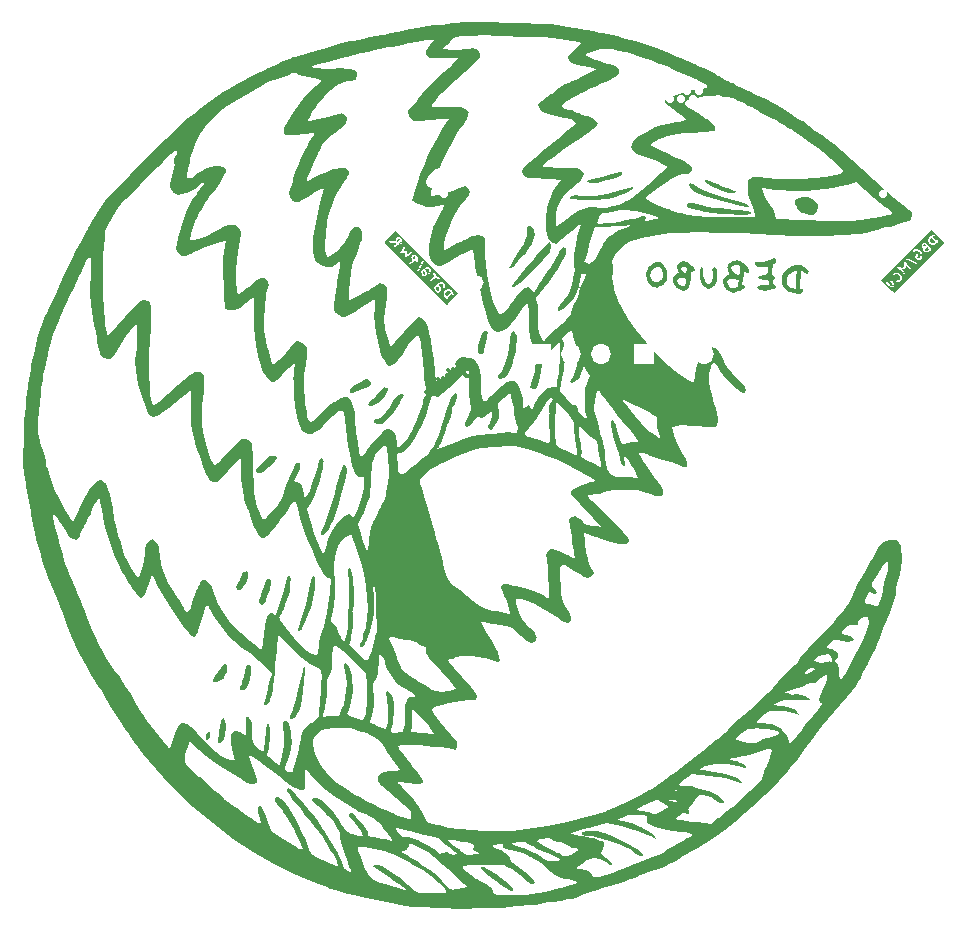
<source format=gbo>
G04 #@! TF.GenerationSoftware,KiCad,Pcbnew,8.0.4*
G04 #@! TF.CreationDate,2024-08-10T17:47:18+02:00*
G04 #@! TF.ProjectId,debubo,64656275-626f-42e6-9b69-6361645f7063,0*
G04 #@! TF.SameCoordinates,Original*
G04 #@! TF.FileFunction,Legend,Bot*
G04 #@! TF.FilePolarity,Positive*
%FSLAX46Y46*%
G04 Gerber Fmt 4.6, Leading zero omitted, Abs format (unit mm)*
G04 Created by KiCad (PCBNEW 8.0.4) date 2024-08-10 17:47:18*
%MOMM*%
%LPD*%
G01*
G04 APERTURE LIST*
G04 Aperture macros list*
%AMHorizOval*
0 Thick line with rounded ends*
0 $1 width*
0 $2 $3 position (X,Y) of the first rounded end (center of the circle)*
0 $4 $5 position (X,Y) of the second rounded end (center of the circle)*
0 Add line between two ends*
20,1,$1,$2,$3,$4,$5,0*
0 Add two circle primitives to create the rounded ends*
1,1,$1,$2,$3*
1,1,$1,$4,$5*%
%AMRotRect*
0 Rectangle, with rotation*
0 The origin of the aperture is its center*
0 $1 length*
0 $2 width*
0 $3 Rotation angle, in degrees counterclockwise*
0 Add horizontal line*
21,1,$1,$2,0,0,$3*%
G04 Aperture macros list end*
%ADD10C,0.100000*%
%ADD11C,0.300000*%
%ADD12C,0.000000*%
%ADD13RotRect,0.850000X0.850000X45.000000*%
%ADD14HorizOval,0.850000X0.000000X0.000000X0.000000X0.000000X0*%
%ADD15O,1.700000X1.700000*%
%ADD16R,1.700000X1.700000*%
%ADD17O,0.850000X1.900000*%
%ADD18C,0.700000*%
%ADD19HorizOval,1.100000X-0.318198X0.318198X0.318198X-0.318198X0*%
%ADD20HorizOval,1.200000X-0.212132X0.212132X0.212132X-0.212132X0*%
%ADD21HorizOval,1.100000X-0.318198X-0.318198X0.318198X0.318198X0*%
%ADD22HorizOval,1.200000X-0.212132X-0.212132X0.212132X0.212132X0*%
G04 APERTURE END LIST*
D10*
X165173553Y-97353554D02*
X160979009Y-101548097D01*
X160875456Y-101444544D01*
X165070000Y-97250000D01*
X165173553Y-97353554D01*
G36*
X165173553Y-97353554D02*
G01*
X160979009Y-101548097D01*
X160875456Y-101444544D01*
X165070000Y-97250000D01*
X165173553Y-97353554D01*
G37*
X123120000Y-102510000D02*
X123086447Y-102543553D01*
X117891903Y-97349009D01*
X117925457Y-97315456D01*
X123120000Y-102510000D01*
G36*
X123120000Y-102510000D02*
G01*
X123086447Y-102543553D01*
X117891903Y-97349009D01*
X117925457Y-97315456D01*
X123120000Y-102510000D01*
G37*
G36*
X123290085Y-101445511D02*
G01*
X123339379Y-101467885D01*
X123377564Y-101484033D01*
X123422398Y-101498091D01*
X123433604Y-101504624D01*
X123477872Y-101536467D01*
X123490790Y-101573322D01*
X123473312Y-101593080D01*
X123458897Y-101599874D01*
X123412478Y-101632225D01*
X123368849Y-101666339D01*
X123321838Y-101705253D01*
X123276164Y-101745111D01*
X123229762Y-101788755D01*
X123217604Y-101800914D01*
X123209055Y-101811742D01*
X123172770Y-101852207D01*
X123153521Y-101868689D01*
X123098679Y-101869685D01*
X123073602Y-101833970D01*
X123067336Y-101823454D01*
X123040906Y-101771345D01*
X123019931Y-101710624D01*
X123010617Y-101653069D01*
X123014409Y-101591607D01*
X123033897Y-101538176D01*
X123055554Y-101505500D01*
X123092790Y-101492202D01*
X123119943Y-101483143D01*
X123176214Y-101464454D01*
X123232612Y-101446228D01*
X123235777Y-101443858D01*
X123290085Y-101445511D01*
G37*
G36*
X122372406Y-101088642D02*
G01*
X122424263Y-101106740D01*
X122448010Y-101126308D01*
X122476506Y-101150245D01*
X122489425Y-101174182D01*
X122499303Y-101199259D01*
X122510361Y-101248439D01*
X122501678Y-101305455D01*
X122483177Y-101363235D01*
X122452759Y-101415642D01*
X122400074Y-101433681D01*
X122350552Y-101409182D01*
X122317876Y-101380686D01*
X122290089Y-101349224D01*
X122260659Y-101300111D01*
X122245875Y-101247892D01*
X122241356Y-101204234D01*
X122239226Y-101147775D01*
X122239215Y-101144767D01*
X122245685Y-101091162D01*
X122271552Y-101087151D01*
X122327185Y-101086033D01*
X122372406Y-101088642D01*
G37*
G36*
X121215708Y-99786098D02*
G01*
X121266167Y-99809202D01*
X121276146Y-99823595D01*
X121293504Y-99875590D01*
X121301028Y-99930976D01*
X121300127Y-99994076D01*
X121281745Y-100048192D01*
X121228465Y-100054518D01*
X121182007Y-100025965D01*
X121162440Y-99991199D01*
X121140783Y-99945225D01*
X121126377Y-99922156D01*
X121115136Y-99868664D01*
X121113758Y-99845719D01*
X121128054Y-99792674D01*
X121142637Y-99783791D01*
X121197395Y-99782225D01*
X121215708Y-99786098D01*
G37*
G36*
X120428687Y-98521663D02*
G01*
X120468646Y-98558777D01*
X120482228Y-98572700D01*
X120513101Y-98618810D01*
X120495813Y-98638377D01*
X120490638Y-98643493D01*
X120448889Y-98680742D01*
X120409597Y-98713682D01*
X120369479Y-98751793D01*
X120340982Y-98764712D01*
X120345542Y-98749513D01*
X120335853Y-98744004D01*
X120320465Y-98739635D01*
X120296528Y-98691761D01*
X120278916Y-98636166D01*
X120272019Y-98580679D01*
X120291018Y-98529331D01*
X120328797Y-98502865D01*
X120384677Y-98494565D01*
X120428687Y-98521663D01*
G37*
G36*
X119090851Y-97039192D02*
G01*
X119135392Y-97072402D01*
X119141407Y-97078756D01*
X119157239Y-97131105D01*
X119121334Y-97168910D01*
X119082361Y-97207665D01*
X119042023Y-97246907D01*
X118998799Y-97283086D01*
X118960614Y-97260099D01*
X118943326Y-97246991D01*
X118934732Y-97232216D01*
X118926798Y-97178409D01*
X118926600Y-97164549D01*
X118938130Y-97109617D01*
X118972392Y-97065563D01*
X119002599Y-97030797D01*
X119053892Y-97023198D01*
X119090851Y-97039192D01*
G37*
G36*
X124076267Y-101622716D02*
G01*
X123128126Y-102570857D01*
X122256229Y-101698961D01*
X122868774Y-101698961D01*
X122874645Y-101753345D01*
X122895024Y-101807753D01*
X122905936Y-101827510D01*
X122931170Y-101877763D01*
X122957314Y-101930092D01*
X122985883Y-101979880D01*
X123023448Y-102027745D01*
X123034277Y-102038574D01*
X123066019Y-102066121D01*
X123108558Y-102101836D01*
X123137540Y-102124884D01*
X123186638Y-102151705D01*
X123237931Y-102135462D01*
X123246670Y-102126723D01*
X123256652Y-102113133D01*
X123266701Y-102058552D01*
X123242681Y-102006848D01*
X123242681Y-101969613D01*
X123266618Y-101947955D01*
X123285236Y-101931617D01*
X123301574Y-101906540D01*
X123304803Y-101896852D01*
X123313542Y-101891342D01*
X123355714Y-101856106D01*
X123397322Y-101819531D01*
X123424393Y-101795755D01*
X123472030Y-101756580D01*
X123516674Y-101725113D01*
X123574760Y-101711625D01*
X123580269Y-101725873D01*
X123585860Y-101741050D01*
X123615035Y-101786855D01*
X123636882Y-101810602D01*
X123678297Y-101828080D01*
X123708883Y-101817252D01*
X123728260Y-101786855D01*
X123731529Y-101780438D01*
X123734642Y-101726366D01*
X123710973Y-101677999D01*
X123688193Y-101632731D01*
X123667468Y-101579781D01*
X123653374Y-101545538D01*
X123623109Y-101495622D01*
X123591481Y-101449617D01*
X123555382Y-101402343D01*
X123551012Y-101397974D01*
X123516941Y-101367666D01*
X123467375Y-101333999D01*
X123417649Y-101308851D01*
X123362366Y-101287977D01*
X123331589Y-101278916D01*
X123274174Y-101272930D01*
X123217794Y-101284748D01*
X123195322Y-101290874D01*
X123143562Y-101305850D01*
X123089827Y-101323107D01*
X123032508Y-101344720D01*
X122980703Y-101371377D01*
X122973104Y-101378976D01*
X122955817Y-101398646D01*
X122925394Y-101443706D01*
X122904143Y-101498091D01*
X122901008Y-101513064D01*
X122874507Y-101560404D01*
X122870075Y-101609880D01*
X122869066Y-101653069D01*
X122868807Y-101664131D01*
X122868774Y-101698961D01*
X122256229Y-101698961D01*
X121747408Y-101190140D01*
X122029302Y-101190140D01*
X122040131Y-101223006D01*
X122074896Y-101240293D01*
X122077328Y-101241113D01*
X122126190Y-101265370D01*
X122126190Y-101287028D01*
X122131320Y-101340962D01*
X122149937Y-101391705D01*
X122154187Y-101397261D01*
X122184893Y-101441858D01*
X122202886Y-101466152D01*
X122238276Y-101508160D01*
X122264493Y-101525638D01*
X122268111Y-101527270D01*
X122313507Y-101559454D01*
X122330762Y-101572438D01*
X122383113Y-101589092D01*
X122441667Y-101587899D01*
X122495314Y-101564963D01*
X122507282Y-101552994D01*
X122527314Y-101526254D01*
X122559110Y-101476372D01*
X122588254Y-101429999D01*
X122620128Y-101385435D01*
X122634587Y-101344280D01*
X122638583Y-101288898D01*
X122636119Y-101233027D01*
X122627727Y-101177601D01*
X122617246Y-101132420D01*
X122591415Y-101080983D01*
X122553637Y-101040438D01*
X122550289Y-101037103D01*
X122510331Y-100999564D01*
X122466627Y-100966348D01*
X122433952Y-100948870D01*
X122496074Y-100895486D01*
X122500131Y-100892041D01*
X122542908Y-100857780D01*
X122589732Y-100829944D01*
X122623856Y-100824997D01*
X122677665Y-100833538D01*
X122730505Y-100857111D01*
X122757481Y-100864710D01*
X122783888Y-100875539D01*
X122803266Y-100919233D01*
X122807635Y-100938801D01*
X122809915Y-100938801D01*
X122816024Y-100965316D01*
X122818949Y-101019271D01*
X122814284Y-101073874D01*
X122803147Y-101106234D01*
X122791420Y-101159330D01*
X122803076Y-101213507D01*
X122843541Y-101231934D01*
X122889135Y-101220916D01*
X122913262Y-101192609D01*
X122938007Y-101156911D01*
X122956956Y-101103320D01*
X122961233Y-101056037D01*
X122963002Y-100997060D01*
X122961324Y-100943091D01*
X122950497Y-100889787D01*
X122944245Y-100881664D01*
X122925420Y-100829755D01*
X122923140Y-100825766D01*
X122888375Y-100783970D01*
X122874632Y-100770876D01*
X122831043Y-100736358D01*
X122783698Y-100707790D01*
X122749582Y-100691614D01*
X122698779Y-100673024D01*
X122649765Y-100671884D01*
X122616139Y-100679673D01*
X122612245Y-100680058D01*
X122562265Y-100701036D01*
X122510107Y-100731120D01*
X122463087Y-100760163D01*
X122417469Y-100788666D01*
X122364230Y-100820256D01*
X122338243Y-100835961D01*
X122292615Y-100868966D01*
X122248543Y-100905736D01*
X122207638Y-100943067D01*
X122163805Y-100985725D01*
X122142148Y-101007382D01*
X122119995Y-101030896D01*
X122080216Y-101075394D01*
X122044500Y-101120608D01*
X122036494Y-101135581D01*
X122035283Y-101144767D01*
X122029302Y-101190140D01*
X121747408Y-101190140D01*
X121162280Y-100605012D01*
X121674426Y-100605012D01*
X121708242Y-100623630D01*
X121765453Y-100628135D01*
X121817294Y-100603059D01*
X121864022Y-100565877D01*
X121882641Y-100549159D01*
X121927095Y-100518003D01*
X121959369Y-100495857D01*
X122002325Y-100460251D01*
X122038077Y-100430746D01*
X122079891Y-100395855D01*
X122127202Y-100356608D01*
X122172164Y-100320808D01*
X122188062Y-100308886D01*
X122241885Y-100307700D01*
X122253854Y-100328407D01*
X122275511Y-100356903D01*
X122302393Y-100374396D01*
X122345233Y-100409147D01*
X122391371Y-100445391D01*
X122444210Y-100460251D01*
X122498733Y-100447142D01*
X122507356Y-100433469D01*
X122516211Y-100379511D01*
X122515644Y-100350823D01*
X122488285Y-100302950D01*
X122485923Y-100300700D01*
X122440411Y-100270274D01*
X122429015Y-100262667D01*
X122386290Y-100227526D01*
X122344384Y-100189148D01*
X122300673Y-100147170D01*
X122258793Y-100105755D01*
X122113841Y-99960803D01*
X122096364Y-99893551D01*
X122089928Y-99869862D01*
X122083255Y-99815091D01*
X122083255Y-99804072D01*
X122031012Y-99808442D01*
X122005935Y-99822500D01*
X122000035Y-99832080D01*
X121988647Y-99885762D01*
X121983485Y-99932398D01*
X121986367Y-99986070D01*
X121988517Y-99996308D01*
X122006748Y-100052294D01*
X122030261Y-100101617D01*
X122061598Y-100146030D01*
X122087358Y-100184649D01*
X122059318Y-100231139D01*
X122021133Y-100267045D01*
X121988251Y-100295786D01*
X121942293Y-100326127D01*
X121929643Y-100332795D01*
X121884994Y-100366106D01*
X121840085Y-100402498D01*
X121796497Y-100439713D01*
X121755965Y-100475552D01*
X121715651Y-100513634D01*
X121683016Y-100551320D01*
X121674426Y-100605012D01*
X121162280Y-100605012D01*
X120416623Y-99859355D01*
X120917370Y-99859355D01*
X120926109Y-99914069D01*
X120964105Y-99921668D01*
X120989371Y-99924897D01*
X121001340Y-99960803D01*
X121017595Y-100015854D01*
X121040333Y-100066525D01*
X121069411Y-100112493D01*
X121104687Y-100153439D01*
X121114232Y-100162510D01*
X121161300Y-100190674D01*
X121207838Y-100200493D01*
X121263606Y-100203439D01*
X121316891Y-100191624D01*
X121335666Y-100182864D01*
X121379773Y-100150779D01*
X121409879Y-100112541D01*
X121431399Y-100058830D01*
X121438760Y-100005394D01*
X121439425Y-99945225D01*
X121439210Y-99937130D01*
X121432969Y-99879870D01*
X121419542Y-99824560D01*
X121397372Y-99769109D01*
X121366474Y-99724092D01*
X121346717Y-99711174D01*
X121340999Y-99708395D01*
X121294473Y-99680588D01*
X121288964Y-99675078D01*
X121284595Y-99672989D01*
X121281555Y-99656651D01*
X121307392Y-99628534D01*
X121327463Y-99611172D01*
X121375962Y-99584532D01*
X121429374Y-99569867D01*
X121484830Y-99564322D01*
X121525023Y-99570160D01*
X121573929Y-99597188D01*
X121596916Y-99617895D01*
X121621190Y-99645883D01*
X121646616Y-99695001D01*
X121651629Y-99750499D01*
X121638161Y-99799219D01*
X121617006Y-99851559D01*
X121592040Y-99902275D01*
X121559110Y-99951684D01*
X121541806Y-99985639D01*
X121545052Y-100042113D01*
X121591786Y-100049712D01*
X121641940Y-100034514D01*
X121645039Y-100031244D01*
X121678940Y-99989061D01*
X121712041Y-99944655D01*
X121723811Y-99925283D01*
X121746617Y-99875503D01*
X121756116Y-99848527D01*
X121764665Y-99826679D01*
X121767894Y-99819270D01*
X121772867Y-99804102D01*
X121781953Y-99750879D01*
X121784981Y-99698329D01*
X121776908Y-99642316D01*
X121757066Y-99588449D01*
X121749704Y-99576198D01*
X121712421Y-99535066D01*
X121696725Y-99519598D01*
X121652351Y-99479195D01*
X121602235Y-99449196D01*
X121574878Y-99437038D01*
X121563821Y-99431159D01*
X121509717Y-99426209D01*
X121506485Y-99426203D01*
X121450824Y-99419750D01*
X121433346Y-99426209D01*
X121386802Y-99444637D01*
X121376283Y-99446394D01*
X121325250Y-99467054D01*
X121303563Y-99481990D01*
X121251262Y-99519418D01*
X121201674Y-99556955D01*
X121154768Y-99594579D01*
X121110513Y-99632268D01*
X121068879Y-99670000D01*
X121029836Y-99707754D01*
X121011303Y-99726390D01*
X120973545Y-99765163D01*
X120935988Y-99806162D01*
X120935072Y-99807490D01*
X120922024Y-99845719D01*
X120917370Y-99859355D01*
X120416623Y-99859355D01*
X120244695Y-99687427D01*
X120646274Y-99687427D01*
X120657103Y-99719913D01*
X120685409Y-99739860D01*
X120689646Y-99742382D01*
X120743162Y-99751639D01*
X120762730Y-99736251D01*
X120778440Y-99718662D01*
X120809909Y-99671736D01*
X120834731Y-99623215D01*
X120853876Y-99584821D01*
X120879299Y-99535428D01*
X120906895Y-99481706D01*
X120932562Y-99430329D01*
X120956695Y-99377005D01*
X120965773Y-99355140D01*
X120995641Y-99309564D01*
X121020907Y-99262640D01*
X121026023Y-99248351D01*
X121052444Y-99200707D01*
X121074469Y-99168025D01*
X121098038Y-99117878D01*
X121100305Y-99112180D01*
X121123608Y-99057372D01*
X121148100Y-99006808D01*
X121176498Y-98956588D01*
X121180868Y-98919542D01*
X121168899Y-98888196D01*
X121127674Y-98864069D01*
X121089138Y-98857879D01*
X121041615Y-98884777D01*
X121037483Y-98890338D01*
X121014959Y-98939774D01*
X120995641Y-98991543D01*
X120991431Y-99003265D01*
X120970635Y-99056427D01*
X120944537Y-99103819D01*
X120924969Y-99136305D01*
X120915779Y-99158414D01*
X120890204Y-99208306D01*
X120879052Y-99230721D01*
X120856388Y-99281257D01*
X120853206Y-99290634D01*
X120824852Y-99336730D01*
X120819314Y-99345356D01*
X120795406Y-99396573D01*
X120795490Y-99397728D01*
X120774698Y-99447677D01*
X120769300Y-99455815D01*
X120747531Y-99505619D01*
X120746326Y-99512119D01*
X120716945Y-99557863D01*
X120692630Y-99585269D01*
X120661461Y-99631571D01*
X120646274Y-99687427D01*
X120244695Y-99687427D01*
X119643230Y-99085962D01*
X119974138Y-99085962D01*
X119977023Y-99128726D01*
X120000354Y-99177530D01*
X120007954Y-99182850D01*
X120011948Y-99184098D01*
X120065408Y-99168378D01*
X120110161Y-99134975D01*
X120128473Y-99119224D01*
X120173642Y-99085038D01*
X120219207Y-99052146D01*
X120266950Y-99016695D01*
X120315775Y-98978733D01*
X120358315Y-98944277D01*
X120401340Y-98908123D01*
X120444709Y-98870338D01*
X120449143Y-98866504D01*
X120490793Y-98830699D01*
X120533998Y-98796248D01*
X120554515Y-98790928D01*
X120564394Y-98816005D01*
X120566371Y-98860769D01*
X120556605Y-98914983D01*
X120548056Y-98969506D01*
X120558885Y-98995533D01*
X120575413Y-99009781D01*
X120607710Y-99028922D01*
X120662232Y-99020610D01*
X120676670Y-99004272D01*
X120683686Y-98992829D01*
X120701747Y-98940060D01*
X120702940Y-98925772D01*
X120709241Y-98867060D01*
X120721315Y-98813725D01*
X120724052Y-98799264D01*
X120719985Y-98745144D01*
X120717250Y-98726024D01*
X120707410Y-98670305D01*
X120696238Y-98616530D01*
X120678923Y-98572092D01*
X120649531Y-98525826D01*
X120615498Y-98483737D01*
X120604905Y-98472084D01*
X120566674Y-98430353D01*
X120544578Y-98409424D01*
X120494538Y-98371541D01*
X120444836Y-98348074D01*
X120385615Y-98337455D01*
X120329204Y-98341064D01*
X120320788Y-98342143D01*
X120268263Y-98360696D01*
X120226806Y-98397867D01*
X120203587Y-98423723D01*
X120173304Y-98470147D01*
X120153540Y-98520787D01*
X120144296Y-98575704D01*
X120144403Y-98580679D01*
X120145570Y-98634959D01*
X120157364Y-98698612D01*
X120174373Y-98752743D01*
X120183590Y-98775255D01*
X120202869Y-98826834D01*
X120210747Y-98853418D01*
X120190901Y-98904154D01*
X120167454Y-98923788D01*
X120121500Y-98957325D01*
X120073115Y-98991163D01*
X120031415Y-99020196D01*
X119987246Y-99055375D01*
X119974138Y-99085962D01*
X119643230Y-99085962D01*
X118774848Y-98217580D01*
X119167688Y-98217580D01*
X119185356Y-98254625D01*
X119207166Y-98264313D01*
X119260965Y-98266190D01*
X119314730Y-98260134D01*
X119343615Y-98256119D01*
X119397560Y-98253675D01*
X119408445Y-98253246D01*
X119464184Y-98246059D01*
X119518384Y-98232778D01*
X119567398Y-98227458D01*
X119609953Y-98235058D01*
X119615092Y-98249398D01*
X119600074Y-98301549D01*
X119589246Y-98345054D01*
X119585826Y-98373056D01*
X119569488Y-98425604D01*
X119554875Y-98473531D01*
X119543461Y-98528001D01*
X119532633Y-98567326D01*
X119533583Y-98592213D01*
X119559877Y-98606242D01*
X119615091Y-98608973D01*
X119665616Y-98588983D01*
X119674617Y-98581270D01*
X119720366Y-98544345D01*
X119767381Y-98510440D01*
X119815697Y-98479937D01*
X119843509Y-98462858D01*
X119891983Y-98430363D01*
X119938570Y-98395506D01*
X119983447Y-98358162D01*
X120008506Y-98337109D01*
X120056860Y-98299599D01*
X120104213Y-98266885D01*
X120147966Y-98232778D01*
X120181592Y-98203331D01*
X120190812Y-98192600D01*
X120212178Y-98142349D01*
X120217687Y-98091245D01*
X120216548Y-98090106D01*
X120200803Y-98080749D01*
X120145876Y-98076047D01*
X120128209Y-98078137D01*
X120116217Y-98078293D01*
X120069598Y-98108820D01*
X120027321Y-98144239D01*
X119982307Y-98184904D01*
X119944457Y-98218852D01*
X119898150Y-98258924D01*
X119856415Y-98292883D01*
X119810378Y-98326436D01*
X119779332Y-98345656D01*
X119726409Y-98357972D01*
X119735147Y-98310098D01*
X119750346Y-98264504D01*
X119750681Y-98252418D01*
X119757945Y-98198012D01*
X119763834Y-98149895D01*
X119761085Y-98093759D01*
X119741607Y-98042232D01*
X119739769Y-98040558D01*
X119685320Y-98029201D01*
X119633890Y-98045461D01*
X119583736Y-98065219D01*
X119570903Y-98066496D01*
X119515345Y-98070538D01*
X119461962Y-98082507D01*
X119434605Y-98083646D01*
X119434605Y-98070728D01*
X119460719Y-98034555D01*
X119485899Y-97984479D01*
X119494715Y-97965839D01*
X119522754Y-97919127D01*
X119535535Y-97899038D01*
X119557710Y-97849596D01*
X119558168Y-97846299D01*
X119580507Y-97796022D01*
X119597299Y-97760737D01*
X119612038Y-97704633D01*
X119618692Y-97646891D01*
X119624201Y-97619724D01*
X119628381Y-97593507D01*
X119629382Y-97535594D01*
X119611494Y-97484251D01*
X119555430Y-97474962D01*
X119504326Y-97491110D01*
X119493515Y-97508083D01*
X119481775Y-97560736D01*
X119479249Y-97616495D01*
X119479265Y-97637523D01*
X119474262Y-97692818D01*
X119455312Y-97747198D01*
X119453706Y-97749803D01*
X119433655Y-97801531D01*
X119416177Y-97834207D01*
X119389770Y-97879992D01*
X119381151Y-97911269D01*
X119356655Y-97964030D01*
X119324353Y-98012999D01*
X119288544Y-98057104D01*
X119245198Y-98103214D01*
X119207813Y-98141299D01*
X119170918Y-98181674D01*
X119167688Y-98217580D01*
X118774848Y-98217580D01*
X117863721Y-97306453D01*
X118015512Y-97154662D01*
X118207738Y-97154662D01*
X118213247Y-97201586D01*
X118240414Y-97246231D01*
X118263591Y-97277767D01*
X118284833Y-97297346D01*
X118327613Y-97331150D01*
X118363765Y-97356616D01*
X118411463Y-97381711D01*
X118464776Y-97396502D01*
X118490367Y-97400408D01*
X118544376Y-97397452D01*
X118591110Y-97385673D01*
X118674889Y-97373705D01*
X118703273Y-97370508D01*
X118758669Y-97375035D01*
X118809773Y-97382824D01*
X118846628Y-97395742D01*
X118840169Y-97428418D01*
X118791345Y-97477242D01*
X118728463Y-97544683D01*
X118694774Y-97582663D01*
X118666341Y-97630743D01*
X118681539Y-97669878D01*
X118722953Y-97685076D01*
X118745047Y-97681198D01*
X118801889Y-97653522D01*
X118849835Y-97611119D01*
X118895646Y-97565996D01*
X118946087Y-97530159D01*
X119007918Y-97515617D01*
X119035840Y-97513807D01*
X119085048Y-97488640D01*
X119088278Y-97470213D01*
X119093597Y-97445136D01*
X119092457Y-97413600D01*
X119101006Y-97385293D01*
X119130453Y-97358127D01*
X119152618Y-97337727D01*
X119193335Y-97301704D01*
X119209863Y-97298474D01*
X119215867Y-97319310D01*
X119208913Y-97373515D01*
X119207350Y-97379512D01*
X119203404Y-97435637D01*
X119208723Y-97440956D01*
X119214422Y-97448555D01*
X119218647Y-97452678D01*
X119266666Y-97476862D01*
X119296872Y-97457294D01*
X119320061Y-97428660D01*
X119341516Y-97378074D01*
X119347097Y-97327701D01*
X119349068Y-97271952D01*
X119348120Y-97216384D01*
X119341327Y-97158272D01*
X119332379Y-97127418D01*
X119314326Y-97072236D01*
X119292313Y-97022248D01*
X119278822Y-97006690D01*
X119241209Y-96966585D01*
X119218222Y-96943598D01*
X119182818Y-96915689D01*
X119134193Y-96888400D01*
X119077569Y-96871278D01*
X119018937Y-96868558D01*
X118997437Y-96871565D01*
X118949215Y-96896864D01*
X118915590Y-96932770D01*
X118905566Y-96944732D01*
X118872414Y-96988229D01*
X118845108Y-97038207D01*
X118826441Y-97085390D01*
X118806179Y-97140730D01*
X118800456Y-97164549D01*
X118793245Y-97194557D01*
X118756199Y-97209565D01*
X118739820Y-97210206D01*
X118685248Y-97213413D01*
X118631195Y-97217164D01*
X118579175Y-97220040D01*
X118519859Y-97222113D01*
X118463826Y-97221154D01*
X118454304Y-97220006D01*
X118403793Y-97196077D01*
X118372257Y-97177459D01*
X118348358Y-97167316D01*
X118302726Y-97138324D01*
X118300677Y-97136915D01*
X118253522Y-97108878D01*
X118228635Y-97114387D01*
X118207738Y-97154662D01*
X118015512Y-97154662D01*
X118811862Y-96358312D01*
X124076267Y-101622716D01*
G37*
G36*
X153008569Y-99245013D02*
G01*
X153154912Y-99281450D01*
X153252616Y-99317320D01*
X153390827Y-99383449D01*
X153450453Y-99430893D01*
X153521528Y-99472658D01*
X153649989Y-99563767D01*
X153736778Y-99683478D01*
X153764794Y-99766482D01*
X153700419Y-99901472D01*
X153681263Y-99921821D01*
X153592602Y-100006085D01*
X153462909Y-99896908D01*
X153336514Y-99811362D01*
X153223307Y-99766482D01*
X153189602Y-99758422D01*
X153160293Y-99754026D01*
X153101674Y-99867599D01*
X153091517Y-100029249D01*
X153086139Y-100192814D01*
X153082743Y-100347634D01*
X153080425Y-100497745D01*
X153075911Y-100650811D01*
X153070621Y-100816581D01*
X153064569Y-100977747D01*
X153056523Y-101127990D01*
X153046720Y-101207759D01*
X153038660Y-101257585D01*
X153143440Y-101286894D01*
X153286854Y-101319280D01*
X153315631Y-101379951D01*
X153281926Y-101480334D01*
X153182216Y-101593952D01*
X153147836Y-101615157D01*
X153063572Y-101669378D01*
X152933147Y-101681835D01*
X152778350Y-101678948D01*
X152631263Y-101656922D01*
X152534542Y-101639337D01*
X152508897Y-101643733D01*
X152412909Y-101597571D01*
X152282484Y-101538953D01*
X152138358Y-101498975D01*
X151989991Y-101413179D01*
X151864008Y-101317169D01*
X151748148Y-101208426D01*
X151653899Y-101095907D01*
X151601779Y-101009190D01*
X151544735Y-100872060D01*
X151509377Y-100724377D01*
X151501395Y-100614249D01*
X151507102Y-100514598D01*
X151896336Y-100514598D01*
X151904396Y-100665540D01*
X151925949Y-100818279D01*
X152001057Y-100949785D01*
X152034822Y-100984277D01*
X152161209Y-101082270D01*
X152291842Y-101156268D01*
X152441856Y-101215607D01*
X152534542Y-101236336D01*
X152601953Y-101240000D01*
X152660572Y-101156468D01*
X152672665Y-100995592D01*
X152685550Y-100817510D01*
X152696671Y-100661723D01*
X152708188Y-100498455D01*
X152719333Y-100338117D01*
X152729338Y-100191118D01*
X152739578Y-100033867D01*
X152744836Y-99934277D01*
X152744836Y-99803852D01*
X152694277Y-99699071D01*
X152563852Y-99745966D01*
X152426942Y-99803832D01*
X152379204Y-99833893D01*
X152273691Y-99884452D01*
X152163583Y-99987210D01*
X152152058Y-100001688D01*
X152062940Y-100129824D01*
X151985017Y-100261545D01*
X151979867Y-100270600D01*
X151917768Y-100406887D01*
X151896336Y-100514598D01*
X151507102Y-100514598D01*
X151509946Y-100464927D01*
X151521912Y-100332882D01*
X151555385Y-100188956D01*
X151619766Y-100034991D01*
X151708399Y-99880698D01*
X151814624Y-99735787D01*
X151931783Y-99609967D01*
X152053219Y-99512949D01*
X152101500Y-99484382D01*
X152215073Y-99404515D01*
X152344594Y-99334550D01*
X152446615Y-99299734D01*
X152594883Y-99256657D01*
X152750113Y-99230192D01*
X152862072Y-99224263D01*
X153008569Y-99245013D01*
G37*
G36*
X150880041Y-98663726D02*
G01*
X150994470Y-98761107D01*
X151030983Y-98852770D01*
X150992882Y-98966343D01*
X150934263Y-99050607D01*
X150841939Y-99121681D01*
X150754012Y-99189092D01*
X150720564Y-99337958D01*
X150711514Y-99394989D01*
X150685417Y-99545544D01*
X150677808Y-99588429D01*
X150651722Y-99736542D01*
X150644836Y-99781870D01*
X150628166Y-99929782D01*
X150627983Y-99950397D01*
X150671954Y-100091261D01*
X150740823Y-100130648D01*
X150863827Y-100218503D01*
X150892498Y-100261074D01*
X150934263Y-100366587D01*
X150900558Y-100450118D01*
X150791381Y-100538778D01*
X150737159Y-100626706D01*
X150774773Y-100773360D01*
X150864060Y-100890736D01*
X150888101Y-100908073D01*
X150965307Y-101035623D01*
X150967969Y-101075868D01*
X150916604Y-101214328D01*
X150833879Y-101248060D01*
X150749616Y-101273705D01*
X150605313Y-101316396D01*
X150518806Y-101336720D01*
X150373227Y-101371366D01*
X150287264Y-101399734D01*
X150140718Y-101429043D01*
X149978433Y-101419018D01*
X149817789Y-101392659D01*
X149669185Y-101346392D01*
X149644661Y-101332323D01*
X149539881Y-101277369D01*
X149430910Y-101176501D01*
X149392602Y-101075868D01*
X149443161Y-101009190D01*
X149593907Y-100992131D01*
X149750270Y-100980370D01*
X149767027Y-100979148D01*
X149930954Y-100968967D01*
X150082172Y-100958185D01*
X150228631Y-100944481D01*
X150279204Y-100937383D01*
X150392777Y-100908073D01*
X150417690Y-100849455D01*
X150395741Y-100701953D01*
X150388381Y-100664808D01*
X150320041Y-100527784D01*
X150163519Y-100495324D01*
X150052058Y-100491884D01*
X149903629Y-100484940D01*
X149742749Y-100460945D01*
X149601155Y-100408524D01*
X149535484Y-100349734D01*
X149506175Y-100286720D01*
X149556734Y-100219309D01*
X149690264Y-100157320D01*
X149770690Y-100143838D01*
X149917561Y-100124562D01*
X149959734Y-100105736D01*
X150107013Y-100067634D01*
X150253624Y-100032255D01*
X150291211Y-99876233D01*
X150291660Y-99819972D01*
X150294106Y-99668256D01*
X150299630Y-99518926D01*
X150300453Y-99508562D01*
X150308513Y-99390593D01*
X150191277Y-99394989D01*
X150028393Y-99402299D01*
X149874754Y-99407659D01*
X149727650Y-99411086D01*
X149720865Y-99411109D01*
X149573518Y-99402763D01*
X149523028Y-99394989D01*
X149374227Y-99351984D01*
X149252541Y-99261578D01*
X149216748Y-99146594D01*
X149220411Y-99100432D01*
X149241660Y-98995652D01*
X149586043Y-98995652D01*
X149735828Y-98993268D01*
X149890065Y-98985031D01*
X150031542Y-98970739D01*
X150181465Y-98944595D01*
X150257955Y-98911388D01*
X150397110Y-98851098D01*
X150405233Y-98848374D01*
X150539865Y-98786960D01*
X150636043Y-98722344D01*
X150764340Y-98647548D01*
X150770865Y-98646873D01*
X150880041Y-98663726D01*
G37*
G36*
X147889410Y-98883767D02*
G01*
X147932274Y-98893070D01*
X148073482Y-98943381D01*
X148121318Y-98980997D01*
X148251744Y-99052072D01*
X148306699Y-99077718D01*
X148396590Y-99194629D01*
X148415875Y-99216203D01*
X148515006Y-99331230D01*
X148614779Y-99465600D01*
X148699524Y-99606265D01*
X148747069Y-99748897D01*
X148692114Y-99885551D01*
X148571214Y-99945268D01*
X148452683Y-99854317D01*
X148432728Y-99825833D01*
X148336366Y-99713588D01*
X148327215Y-99710795D01*
X148306699Y-99770146D01*
X148297906Y-99898374D01*
X148281977Y-100053956D01*
X148268597Y-100195129D01*
X148249510Y-100351803D01*
X148224084Y-100504354D01*
X148201186Y-100606189D01*
X148168084Y-100755159D01*
X148159420Y-100846524D01*
X148230495Y-100924193D01*
X148358646Y-101008180D01*
X148385833Y-101087592D01*
X148390230Y-101124228D01*
X148327215Y-101218750D01*
X148193557Y-101299587D01*
X148058304Y-101369692D01*
X147922141Y-101431417D01*
X147781157Y-101476143D01*
X147752023Y-101478869D01*
X147727110Y-101478869D01*
X147621598Y-101521367D01*
X147483220Y-101577496D01*
X147386392Y-101588046D01*
X147306524Y-101571193D01*
X147172435Y-101525031D01*
X147024353Y-101464777D01*
X146886763Y-101375641D01*
X146779603Y-101264734D01*
X146773098Y-101248060D01*
X146731332Y-101181381D01*
X146634448Y-101047759D01*
X146571291Y-100913513D01*
X146516892Y-100764772D01*
X146504187Y-100708039D01*
X146501318Y-100647222D01*
X146886671Y-100647222D01*
X146891067Y-100720495D01*
X146918935Y-100865859D01*
X146995726Y-101000810D01*
X147063258Y-101075136D01*
X147189247Y-101159423D01*
X147343189Y-101192633D01*
X147365875Y-101193105D01*
X147516760Y-101178455D01*
X147659699Y-101148408D01*
X147781332Y-101116168D01*
X147764480Y-100981346D01*
X147756420Y-100895617D01*
X147789392Y-100765191D01*
X147842803Y-100623654D01*
X147852407Y-100582009D01*
X147873656Y-100483824D01*
X147705861Y-100475764D01*
X147557520Y-100462259D01*
X147521214Y-100455247D01*
X147372544Y-100444056D01*
X147281612Y-100442791D01*
X147124606Y-100447842D01*
X146981025Y-100505219D01*
X146966538Y-100516796D01*
X146886744Y-100643030D01*
X146886671Y-100647222D01*
X146501318Y-100647222D01*
X146500523Y-100630369D01*
X146515165Y-100483847D01*
X146571650Y-100335978D01*
X146651465Y-100237627D01*
X146778489Y-100146632D01*
X146906541Y-100069773D01*
X146928436Y-100061039D01*
X147033949Y-100018541D01*
X147071318Y-99970914D01*
X147042009Y-99907166D01*
X146980338Y-99773625D01*
X146934436Y-99630504D01*
X146915980Y-99540069D01*
X146906811Y-99463133D01*
X147226657Y-99463133D01*
X147280673Y-99602502D01*
X147315317Y-99676357D01*
X147396719Y-99820178D01*
X147502849Y-99943665D01*
X147637789Y-100024354D01*
X147684612Y-100030997D01*
X147815038Y-100065436D01*
X147882449Y-100085952D01*
X147919533Y-99937071D01*
X147939077Y-99784628D01*
X147941067Y-99766482D01*
X147953524Y-99659504D01*
X147974773Y-99526880D01*
X147978436Y-99454340D01*
X147936671Y-99343698D01*
X147799978Y-99281051D01*
X147684612Y-99270425D01*
X147534265Y-99285594D01*
X147391150Y-99337228D01*
X147344626Y-99364947D01*
X147229462Y-99455685D01*
X147226657Y-99463133D01*
X146906811Y-99463133D01*
X146899127Y-99398653D01*
X146915980Y-99292407D01*
X146983637Y-99160773D01*
X147089914Y-99058520D01*
X147231861Y-98971782D01*
X147371314Y-98915281D01*
X147524800Y-98876490D01*
X147621598Y-98863028D01*
X147739567Y-98859364D01*
X147889410Y-98883767D01*
G37*
G36*
X144771284Y-99408911D02*
G01*
X144810519Y-99550424D01*
X144818178Y-99665366D01*
X144828439Y-99819896D01*
X144842453Y-99981696D01*
X144861146Y-100137909D01*
X144888889Y-100287311D01*
X144906106Y-100345338D01*
X144966522Y-100494280D01*
X145032624Y-100628274D01*
X145057048Y-100652351D01*
X145128855Y-100740279D01*
X145229239Y-100824542D01*
X145305443Y-100816482D01*
X145447625Y-100759038D01*
X145551399Y-100636369D01*
X145611723Y-100505073D01*
X145654498Y-100355407D01*
X145675611Y-100209788D01*
X145682725Y-100061065D01*
X145682798Y-100043454D01*
X145672100Y-99896629D01*
X145653489Y-99841953D01*
X145616448Y-99697484D01*
X145616120Y-99682219D01*
X145649393Y-99537304D01*
X145699651Y-99471926D01*
X145813224Y-99413307D01*
X145928070Y-99505342D01*
X145972958Y-99627264D01*
X146003437Y-99778277D01*
X146021615Y-99943001D01*
X146029432Y-100089666D01*
X146031577Y-100228101D01*
X146028702Y-100382958D01*
X146010515Y-100532393D01*
X145997871Y-100547571D01*
X145981018Y-100635498D01*
X145922703Y-100802026D01*
X145838117Y-100933127D01*
X145729418Y-101049582D01*
X145604672Y-101144194D01*
X145471947Y-101209769D01*
X145313503Y-101240000D01*
X145284193Y-101240000D01*
X145134064Y-101199276D01*
X145006272Y-101126971D01*
X144890636Y-101027139D01*
X144795577Y-100906178D01*
X144763224Y-100849455D01*
X144690957Y-100704716D01*
X144625588Y-100553460D01*
X144589472Y-100396087D01*
X144580170Y-100246339D01*
X144578594Y-100075568D01*
X144578576Y-100034661D01*
X144579890Y-99884648D01*
X144585729Y-99724701D01*
X144603245Y-99571764D01*
X144615945Y-99534940D01*
X144666503Y-99413307D01*
X144709002Y-99367145D01*
X144771284Y-99408911D01*
G37*
G36*
X143384982Y-98973847D02*
G01*
X143478750Y-99013970D01*
X143615038Y-99085961D01*
X143713956Y-99148060D01*
X143814340Y-99215471D01*
X143924332Y-99321628D01*
X143949162Y-99358353D01*
X144033649Y-99481872D01*
X144083251Y-99543000D01*
X144121353Y-99639720D01*
X144065280Y-99778672D01*
X143933630Y-99861033D01*
X143889811Y-99866133D01*
X143843649Y-99861737D01*
X143831193Y-99858073D01*
X143823133Y-99858073D01*
X143789427Y-99916692D01*
X143785165Y-100070261D01*
X143785031Y-100189267D01*
X143781881Y-100356080D01*
X143772471Y-100510271D01*
X143751998Y-100685180D01*
X143721956Y-100840186D01*
X143673439Y-100999779D01*
X143599903Y-101149331D01*
X143587927Y-101167459D01*
X143499450Y-101287352D01*
X143436252Y-101344047D01*
X143296483Y-101403422D01*
X143184193Y-101427578D01*
X143125575Y-101423914D01*
X142984250Y-101376653D01*
X142841338Y-101311008D01*
X142764340Y-101272240D01*
X142629718Y-101180431D01*
X142521732Y-101075468D01*
X142424738Y-100948522D01*
X142348883Y-100819413D01*
X142290588Y-100677746D01*
X142270680Y-100592267D01*
X142596545Y-100592267D01*
X142673825Y-100718491D01*
X142684473Y-100730753D01*
X142798938Y-100854288D01*
X142919254Y-100960277D01*
X143053995Y-101040574D01*
X143138032Y-101062679D01*
X143184193Y-101062679D01*
X143260397Y-101033370D01*
X143322771Y-100898456D01*
X143377487Y-100751659D01*
X143394487Y-100659678D01*
X143403279Y-100504340D01*
X143333732Y-100372828D01*
X143247208Y-100344605D01*
X143098633Y-100324915D01*
X143071353Y-100324089D01*
X142919455Y-100339759D01*
X142822958Y-100365854D01*
X142687706Y-100422345D01*
X142625854Y-100508736D01*
X142596545Y-100592267D01*
X142270680Y-100592267D01*
X142256955Y-100533336D01*
X142252163Y-100458178D01*
X142274162Y-100299679D01*
X142348635Y-100169897D01*
X142474912Y-100088883D01*
X142558443Y-100025868D01*
X142659560Y-99954061D01*
X142759944Y-99912295D01*
X142713782Y-99773810D01*
X142671231Y-99622669D01*
X142658741Y-99555457D01*
X142995150Y-99555457D01*
X143027631Y-99709624D01*
X143128306Y-99834821D01*
X143265331Y-99896786D01*
X143280914Y-99899839D01*
X143398883Y-99916692D01*
X143432588Y-99702735D01*
X143451651Y-99556830D01*
X143453105Y-99534940D01*
X143398883Y-99438220D01*
X143253047Y-99388337D01*
X143159281Y-99383265D01*
X143042044Y-99400118D01*
X142995199Y-99546923D01*
X142995150Y-99555457D01*
X142658741Y-99555457D01*
X142643125Y-99471420D01*
X142633914Y-99337103D01*
X142638311Y-99282882D01*
X142710895Y-99148249D01*
X142814806Y-99041042D01*
X142856664Y-99013970D01*
X142999233Y-98969864D01*
X143121179Y-98950956D01*
X143239148Y-98942163D01*
X143384982Y-98973847D01*
G37*
G36*
X141187734Y-98995788D02*
G01*
X141265910Y-99031556D01*
X141383164Y-99122679D01*
X141484617Y-99231202D01*
X141534822Y-99296071D01*
X141625343Y-99422098D01*
X141708478Y-99557105D01*
X141763637Y-99697320D01*
X141765631Y-99720321D01*
X141761235Y-99737173D01*
X141761235Y-99750362D01*
X141778087Y-99833893D01*
X141794940Y-99976775D01*
X141792567Y-100136569D01*
X141784284Y-100285326D01*
X141763922Y-100430645D01*
X141748778Y-100480893D01*
X141675294Y-100609656D01*
X141610293Y-100716099D01*
X141522836Y-100835021D01*
X141424912Y-100900746D01*
X141362630Y-100926392D01*
X141236752Y-101015677D01*
X141186043Y-101043628D01*
X141055800Y-101116260D01*
X141001395Y-101169658D01*
X140946441Y-101169658D01*
X140804237Y-101132434D01*
X140791102Y-101132288D01*
X140643374Y-101100989D01*
X140597662Y-101072937D01*
X140497278Y-101014319D01*
X140382117Y-100914287D01*
X140281978Y-100799509D01*
X140185977Y-100674770D01*
X140165352Y-100645024D01*
X140094797Y-100511361D01*
X140050948Y-100370337D01*
X140025285Y-100208122D01*
X140021087Y-100115261D01*
X140358060Y-100115261D01*
X140374912Y-100199525D01*
X140411620Y-100347287D01*
X140421074Y-100422274D01*
X140467969Y-100459644D01*
X140509734Y-100502142D01*
X140599415Y-100625612D01*
X140736825Y-100705892D01*
X140820411Y-100724159D01*
X140974234Y-100696824D01*
X141068073Y-100628171D01*
X141106175Y-100606922D01*
X141229892Y-100516112D01*
X141336214Y-100397696D01*
X141408792Y-100283789D01*
X141421236Y-100134387D01*
X141421249Y-100127718D01*
X141415327Y-99972296D01*
X141396846Y-99821216D01*
X141387543Y-99770879D01*
X141334944Y-99630466D01*
X141254475Y-99507747D01*
X141148525Y-99402641D01*
X141080530Y-99367878D01*
X141013852Y-99351025D01*
X140900279Y-99392791D01*
X140754811Y-99473411D01*
X140633657Y-99560769D01*
X140513982Y-99665641D01*
X140442323Y-99754026D01*
X140392595Y-99899030D01*
X140383705Y-99951863D01*
X140366852Y-100048583D01*
X140358060Y-100115261D01*
X140021087Y-100115261D01*
X140018073Y-100048583D01*
X140026999Y-99898621D01*
X140059764Y-99752398D01*
X140081088Y-99699804D01*
X140131597Y-99560119D01*
X140131646Y-99556922D01*
X140207352Y-99427701D01*
X140329446Y-99310240D01*
X140460777Y-99208586D01*
X140602541Y-99118789D01*
X140673133Y-99082114D01*
X140811878Y-99022330D01*
X140960415Y-98977566D01*
X141043161Y-98968541D01*
X141187734Y-98995788D01*
G37*
G36*
X163836629Y-97761361D02*
G01*
X163876510Y-97799369D01*
X163899376Y-97822432D01*
X163939816Y-97864770D01*
X163974538Y-97910316D01*
X163969897Y-97924107D01*
X163934263Y-97966169D01*
X163887909Y-97991626D01*
X163850863Y-98013093D01*
X163840985Y-98022972D01*
X163834620Y-98029082D01*
X163788836Y-98058877D01*
X163734408Y-98064576D01*
X163709699Y-98055040D01*
X163666776Y-98020882D01*
X163644520Y-97996502D01*
X163620232Y-97945841D01*
X163620063Y-97941251D01*
X163642339Y-97891460D01*
X163681784Y-97850853D01*
X163701201Y-97831927D01*
X163741817Y-97795380D01*
X163769369Y-97772209D01*
X163819327Y-97748646D01*
X163836629Y-97761361D01*
G37*
G36*
X163581560Y-97485345D02*
G01*
X163621942Y-97520864D01*
X163648842Y-97548714D01*
X163683874Y-97593435D01*
X163671906Y-97633900D01*
X163622092Y-97659175D01*
X163565441Y-97673020D01*
X163507956Y-97672465D01*
X163494658Y-97663726D01*
X163488721Y-97656597D01*
X163476800Y-97602415D01*
X163491808Y-97547651D01*
X163501153Y-97529361D01*
X163529803Y-97483059D01*
X163566089Y-97475650D01*
X163581560Y-97485345D01*
G37*
G36*
X164203080Y-96936687D02*
G01*
X164209874Y-96951102D01*
X164242225Y-96997521D01*
X164276339Y-97041150D01*
X164315253Y-97088161D01*
X164355111Y-97133835D01*
X164398755Y-97180237D01*
X164410914Y-97192395D01*
X164421742Y-97200944D01*
X164462207Y-97237229D01*
X164478689Y-97256478D01*
X164479685Y-97311320D01*
X164443970Y-97336397D01*
X164433454Y-97342663D01*
X164381345Y-97369093D01*
X164320624Y-97390068D01*
X164263069Y-97399382D01*
X164201607Y-97395590D01*
X164148176Y-97376102D01*
X164115500Y-97354445D01*
X164102202Y-97317209D01*
X164093143Y-97290056D01*
X164074454Y-97233785D01*
X164056228Y-97177387D01*
X164053858Y-97174222D01*
X164055511Y-97119914D01*
X164077885Y-97070620D01*
X164094033Y-97032435D01*
X164108091Y-96987601D01*
X164114624Y-96976395D01*
X164146467Y-96932127D01*
X164183322Y-96919209D01*
X164203080Y-96936687D01*
G37*
G36*
X165113796Y-97214812D02*
G01*
X160846957Y-101481650D01*
X160018881Y-100653574D01*
X160274179Y-100653574D01*
X160284953Y-100676941D01*
X160316280Y-100725753D01*
X160353517Y-100778032D01*
X160388018Y-100823946D01*
X160424720Y-100870797D01*
X160461792Y-100916094D01*
X160497401Y-100957346D01*
X160507280Y-100969125D01*
X160520388Y-100982233D01*
X160526097Y-100987868D01*
X160570450Y-101027813D01*
X160618634Y-101065835D01*
X160665268Y-101098009D01*
X160718533Y-101126045D01*
X160742904Y-101131953D01*
X160803867Y-101137634D01*
X160864108Y-101138046D01*
X160920826Y-101134614D01*
X160976711Y-101122816D01*
X160989630Y-101111797D01*
X160996899Y-101103645D01*
X161022058Y-101053727D01*
X161032715Y-100995023D01*
X161031701Y-100936348D01*
X161022305Y-100883066D01*
X161008647Y-100844021D01*
X160986948Y-100793627D01*
X160962463Y-100742673D01*
X160943454Y-100707045D01*
X160914733Y-100659940D01*
X160879823Y-100616339D01*
X160842778Y-100581573D01*
X160822118Y-100562991D01*
X160777236Y-100529330D01*
X160736011Y-100516221D01*
X160725275Y-100516146D01*
X160672749Y-100533509D01*
X160660780Y-100578154D01*
X160666788Y-100600722D01*
X160698776Y-100644645D01*
X160711884Y-100657754D01*
X160728222Y-100671812D01*
X160755579Y-100699168D01*
X160770283Y-100714474D01*
X160802058Y-100758913D01*
X160827580Y-100808025D01*
X160837121Y-100827739D01*
X160854556Y-100880976D01*
X160869944Y-100924480D01*
X160879982Y-100947955D01*
X160864435Y-100999521D01*
X160822380Y-101016391D01*
X160767547Y-101005220D01*
X160741330Y-100994202D01*
X160732143Y-100992038D01*
X160690227Y-100958296D01*
X160535966Y-100804035D01*
X160504430Y-100761481D01*
X160494238Y-100741285D01*
X160462563Y-100697073D01*
X160428249Y-100654904D01*
X160392154Y-100614629D01*
X160387795Y-100610549D01*
X160337821Y-100590692D01*
X160286337Y-100608740D01*
X160274179Y-100653574D01*
X160018881Y-100653574D01*
X159903376Y-100538069D01*
X160340403Y-100101042D01*
X160886082Y-100101042D01*
X160892362Y-100154696D01*
X160896008Y-100174835D01*
X160920858Y-100224608D01*
X160939290Y-100239763D01*
X160995519Y-100242655D01*
X161009590Y-100216121D01*
X161013757Y-100160586D01*
X161015730Y-100114919D01*
X161042633Y-100067497D01*
X161052322Y-100057808D01*
X161058838Y-100051408D01*
X161107217Y-100020271D01*
X161162888Y-100011454D01*
X161206156Y-100010004D01*
X161264371Y-100018482D01*
X161315245Y-100035829D01*
X161368252Y-100059898D01*
X161385816Y-100070083D01*
X161428855Y-100103023D01*
X161467724Y-100153297D01*
X161493276Y-100211724D01*
X161503925Y-100264717D01*
X161504494Y-100319975D01*
X161494605Y-100375954D01*
X161473879Y-100431112D01*
X161471279Y-100436125D01*
X161442343Y-100482405D01*
X161441203Y-100483545D01*
X161437974Y-100484495D01*
X161429235Y-100504253D01*
X161418406Y-100519641D01*
X161416298Y-100519754D01*
X161364833Y-100535599D01*
X161362107Y-100536698D01*
X161310120Y-100550797D01*
X161282763Y-100556116D01*
X161274878Y-100561429D01*
X161224820Y-100582903D01*
X161173337Y-100601331D01*
X161176946Y-100633057D01*
X161193664Y-100678271D01*
X161224372Y-100688088D01*
X161279890Y-100692258D01*
X161334888Y-100690702D01*
X161394469Y-100680741D01*
X161427047Y-100671707D01*
X161479366Y-100654062D01*
X161529542Y-100626218D01*
X161562408Y-100584993D01*
X161626620Y-100494564D01*
X161645111Y-100462563D01*
X161663315Y-100411192D01*
X161661196Y-100357401D01*
X161656099Y-100341834D01*
X161653787Y-100286540D01*
X161653679Y-100278346D01*
X161645297Y-100217893D01*
X161628532Y-100164107D01*
X161604222Y-100111439D01*
X161573601Y-100062667D01*
X161537901Y-100020573D01*
X161498196Y-99987327D01*
X161452814Y-99954864D01*
X161405939Y-99924516D01*
X161355144Y-99903168D01*
X161315439Y-99887400D01*
X161262061Y-99875595D01*
X161206013Y-99873721D01*
X161188176Y-99873908D01*
X161132882Y-99877973D01*
X161078171Y-99890795D01*
X161025134Y-99914761D01*
X160974051Y-99946862D01*
X160946885Y-99969469D01*
X160917628Y-100005565D01*
X160891222Y-100042610D01*
X160888419Y-100047161D01*
X160886082Y-100101042D01*
X160340403Y-100101042D01*
X160982252Y-99459193D01*
X161259586Y-99459193D01*
X161270415Y-99496238D01*
X161281020Y-99504863D01*
X161327028Y-99533094D01*
X161361364Y-99554192D01*
X161413534Y-99586615D01*
X161460749Y-99616408D01*
X161509025Y-99647459D01*
X161546403Y-99675101D01*
X161586345Y-99711861D01*
X161595029Y-99720678D01*
X161638353Y-99768480D01*
X161680256Y-99820716D01*
X161719020Y-99874980D01*
X161752928Y-99928868D01*
X161780263Y-99979977D01*
X161801968Y-100034251D01*
X161827995Y-100069017D01*
X161849842Y-100088584D01*
X161864990Y-100099529D01*
X161919564Y-100103973D01*
X161932482Y-100092954D01*
X161944887Y-100076196D01*
X161950490Y-100022083D01*
X161932482Y-99970989D01*
X161907138Y-99915953D01*
X161877357Y-99857035D01*
X161847346Y-99805563D01*
X161814596Y-99757760D01*
X161776598Y-99709846D01*
X161740734Y-99668896D01*
X161698621Y-99623522D01*
X161667845Y-99590846D01*
X161726738Y-99584387D01*
X161759172Y-99583330D01*
X161812797Y-99587617D01*
X161868801Y-99584840D01*
X161919564Y-99563680D01*
X161949010Y-99534233D01*
X161956609Y-99511436D01*
X161959731Y-99507697D01*
X161975037Y-99455773D01*
X161988145Y-99403530D01*
X161994804Y-99388243D01*
X162004673Y-99334948D01*
X162006116Y-99324135D01*
X162016452Y-99270736D01*
X162044540Y-99294534D01*
X162087149Y-99335679D01*
X162131874Y-99379841D01*
X162177552Y-99425377D01*
X162190545Y-99437942D01*
X162231415Y-99477317D01*
X162273529Y-99517508D01*
X162316044Y-99557031D01*
X162322021Y-99562353D01*
X162369238Y-99590846D01*
X162415022Y-99584197D01*
X162426094Y-99544765D01*
X162405410Y-99492759D01*
X162371154Y-99443282D01*
X162330396Y-99395195D01*
X162289828Y-99352236D01*
X162254039Y-99315564D01*
X162211337Y-99270613D01*
X162174366Y-99230194D01*
X162136208Y-99186078D01*
X162102228Y-99142602D01*
X162074205Y-99093298D01*
X162058335Y-99051025D01*
X162033731Y-99002917D01*
X162002203Y-98958225D01*
X161965259Y-98938025D01*
X161909875Y-98939608D01*
X161908735Y-98943027D01*
X161906645Y-98945117D01*
X161885748Y-98954996D01*
X161877199Y-98963545D01*
X161857631Y-98994131D01*
X161853072Y-98996410D01*
X161849842Y-98999640D01*
X161836924Y-99038775D01*
X161836940Y-99049473D01*
X161838805Y-99104697D01*
X161842243Y-99161880D01*
X161844117Y-99206205D01*
X161846313Y-99261845D01*
X161846613Y-99318610D01*
X161832555Y-99367624D01*
X161827903Y-99386025D01*
X161808428Y-99437346D01*
X161798739Y-99451594D01*
X161778921Y-99460679D01*
X161723508Y-99463372D01*
X161686913Y-99461842D01*
X161630095Y-99456330D01*
X161570696Y-99447183D01*
X161515484Y-99436206D01*
X161494097Y-99431177D01*
X161441285Y-99418657D01*
X161384780Y-99405809D01*
X161333260Y-99399919D01*
X161279153Y-99417588D01*
X161259586Y-99459193D01*
X160982252Y-99459193D01*
X161701152Y-98740293D01*
X162048447Y-98740293D01*
X162075344Y-98787816D01*
X162080906Y-98791948D01*
X162130341Y-98814472D01*
X162182111Y-98833791D01*
X162193833Y-98838000D01*
X162246995Y-98858796D01*
X162294387Y-98884894D01*
X162326873Y-98904462D01*
X162348982Y-98913652D01*
X162398874Y-98939228D01*
X162421289Y-98950380D01*
X162471825Y-98973043D01*
X162481201Y-98976225D01*
X162527298Y-99004579D01*
X162535924Y-99010118D01*
X162587141Y-99034026D01*
X162588296Y-99033942D01*
X162638244Y-99054733D01*
X162646383Y-99060132D01*
X162696187Y-99081900D01*
X162702686Y-99083105D01*
X162748431Y-99112486D01*
X162775837Y-99136802D01*
X162822139Y-99167970D01*
X162877994Y-99183157D01*
X162910480Y-99172329D01*
X162930428Y-99144022D01*
X162932950Y-99139786D01*
X162942206Y-99086269D01*
X162926818Y-99066702D01*
X162909229Y-99050991D01*
X162862304Y-99019522D01*
X162813782Y-98994701D01*
X162775389Y-98975555D01*
X162725996Y-98950133D01*
X162672274Y-98922536D01*
X162620897Y-98896869D01*
X162567573Y-98872736D01*
X162545708Y-98863659D01*
X162500131Y-98833791D01*
X162453207Y-98808524D01*
X162438919Y-98803408D01*
X162391275Y-98776988D01*
X162358593Y-98754963D01*
X162308445Y-98731393D01*
X162302747Y-98729126D01*
X162247940Y-98705824D01*
X162197376Y-98681332D01*
X162147155Y-98652933D01*
X162110110Y-98648564D01*
X162078764Y-98660532D01*
X162054637Y-98701757D01*
X162048447Y-98740293D01*
X161701152Y-98740293D01*
X162276751Y-98164694D01*
X162562824Y-98164694D01*
X162563895Y-98167748D01*
X162576882Y-98220167D01*
X162592080Y-98252843D01*
X162620956Y-98268421D01*
X162628565Y-98271261D01*
X162680039Y-98255693D01*
X162690710Y-98242279D01*
X162704736Y-98188821D01*
X162710967Y-98149680D01*
X162740262Y-98102382D01*
X162787946Y-98075975D01*
X162830880Y-98060397D01*
X162845129Y-98059067D01*
X162878184Y-98057547D01*
X162918474Y-98059331D01*
X162973078Y-98071542D01*
X163029105Y-98088906D01*
X163080129Y-98113590D01*
X163117365Y-98133348D01*
X163154980Y-98159945D01*
X163165847Y-98171269D01*
X163200764Y-98214468D01*
X163220561Y-98241107D01*
X163248165Y-98290310D01*
X163256237Y-98346311D01*
X163253848Y-98403094D01*
X163246228Y-98459176D01*
X163235084Y-98512544D01*
X163216152Y-98567634D01*
X163203234Y-98600310D01*
X163186896Y-98631846D01*
X163150800Y-98656923D01*
X163122651Y-98673360D01*
X163070298Y-98696058D01*
X163015727Y-98695868D01*
X163000339Y-98685039D01*
X162994820Y-98678995D01*
X162969425Y-98629494D01*
X162972983Y-98574853D01*
X162996587Y-98531491D01*
X163020332Y-98478746D01*
X163043844Y-98423442D01*
X163046443Y-98416427D01*
X163046124Y-98362649D01*
X163021047Y-98320095D01*
X162970133Y-98306036D01*
X162924729Y-98321804D01*
X162887113Y-98332063D01*
X162880485Y-98343059D01*
X162860327Y-98394565D01*
X162857942Y-98401237D01*
X162833503Y-98449376D01*
X162797824Y-98493163D01*
X162785900Y-98505347D01*
X162755596Y-98549908D01*
X162747671Y-98604489D01*
X162747287Y-98606697D01*
X162761919Y-98659772D01*
X162804474Y-98669651D01*
X162851018Y-98672881D01*
X162879514Y-98718855D01*
X162884750Y-98729673D01*
X162915610Y-98774328D01*
X162917393Y-98776067D01*
X162963191Y-98805358D01*
X163013828Y-98824672D01*
X163036355Y-98831467D01*
X163092098Y-98828851D01*
X163093342Y-98828065D01*
X163146621Y-98820302D01*
X163154121Y-98821071D01*
X163210437Y-98811111D01*
X163254338Y-98779837D01*
X163279885Y-98749837D01*
X163310885Y-98701740D01*
X163337167Y-98651413D01*
X163362179Y-98594042D01*
X163381637Y-98537923D01*
X163395524Y-98483083D01*
X163405026Y-98416367D01*
X163405770Y-98351733D01*
X163397725Y-98289230D01*
X163380862Y-98228906D01*
X163357969Y-98177646D01*
X163325009Y-98132018D01*
X163275045Y-98086234D01*
X163263562Y-98076297D01*
X163218450Y-98039781D01*
X163163922Y-98001365D01*
X163111494Y-97970925D01*
X163061203Y-97948401D01*
X163003721Y-97931734D01*
X162949426Y-97926274D01*
X162917743Y-97925895D01*
X162862416Y-97917535D01*
X162835462Y-97913716D01*
X162775940Y-97917744D01*
X162721946Y-97930941D01*
X162670540Y-97956670D01*
X162632545Y-97981747D01*
X162628176Y-97994855D01*
X162619577Y-98005201D01*
X162592554Y-98054320D01*
X162572398Y-98106698D01*
X162562824Y-98164694D01*
X162276751Y-98164694D01*
X162845553Y-97595892D01*
X163334033Y-97595892D01*
X163334779Y-97602415D01*
X163340728Y-97654421D01*
X163354835Y-97706661D01*
X163362318Y-97723166D01*
X163392450Y-97768213D01*
X163405706Y-97779635D01*
X163457042Y-97795950D01*
X163491048Y-97799559D01*
X163491774Y-97800586D01*
X163483556Y-97854101D01*
X163459892Y-97905566D01*
X163450469Y-97941251D01*
X163448641Y-97948174D01*
X163464248Y-98003247D01*
X163491618Y-98050518D01*
X163510346Y-98073580D01*
X163552412Y-98109435D01*
X163597055Y-98140757D01*
X163629965Y-98165320D01*
X163680607Y-98188235D01*
X163735358Y-98196230D01*
X163769808Y-98193948D01*
X163824817Y-98181727D01*
X163878802Y-98162444D01*
X163925904Y-98134108D01*
X163935254Y-98125316D01*
X163984417Y-98101052D01*
X163998072Y-98093889D01*
X164043539Y-98060741D01*
X164084534Y-98022592D01*
X164104357Y-98001944D01*
X164135828Y-97956100D01*
X164135325Y-97903485D01*
X164107331Y-97853893D01*
X164088464Y-97831846D01*
X164050823Y-97790451D01*
X164006976Y-97743516D01*
X163963743Y-97697834D01*
X163926567Y-97658829D01*
X163885322Y-97615761D01*
X163840012Y-97568633D01*
X163790641Y-97517445D01*
X163766133Y-97492184D01*
X163724287Y-97448124D01*
X163683402Y-97402692D01*
X163652908Y-97358054D01*
X163636570Y-97324239D01*
X163620090Y-97311485D01*
X163567989Y-97292513D01*
X163522204Y-97283964D01*
X163446974Y-97354635D01*
X163424176Y-97377432D01*
X163414446Y-97387451D01*
X163380482Y-97429106D01*
X163355595Y-97476790D01*
X163354602Y-97480001D01*
X163345906Y-97534352D01*
X163341347Y-97549551D01*
X163334033Y-97595892D01*
X162845553Y-97595892D01*
X163305620Y-97135825D01*
X163882930Y-97135825D01*
X163890979Y-97174222D01*
X163894748Y-97192205D01*
X163900874Y-97214677D01*
X163915850Y-97266437D01*
X163933107Y-97320172D01*
X163954720Y-97377491D01*
X163981377Y-97429296D01*
X163988976Y-97436895D01*
X164008646Y-97454182D01*
X164053706Y-97484605D01*
X164108091Y-97505856D01*
X164123064Y-97508991D01*
X164170404Y-97535492D01*
X164219880Y-97539924D01*
X164274131Y-97541192D01*
X164308961Y-97541225D01*
X164363345Y-97535354D01*
X164417753Y-97514975D01*
X164437510Y-97504063D01*
X164487763Y-97478829D01*
X164540092Y-97452685D01*
X164589880Y-97424116D01*
X164637745Y-97386551D01*
X164648574Y-97375722D01*
X164676121Y-97343980D01*
X164711836Y-97301441D01*
X164734884Y-97272459D01*
X164761705Y-97223361D01*
X164745462Y-97172068D01*
X164736723Y-97163329D01*
X164723133Y-97153347D01*
X164668552Y-97143298D01*
X164616848Y-97167318D01*
X164579613Y-97167318D01*
X164557955Y-97143381D01*
X164541617Y-97124763D01*
X164516540Y-97108425D01*
X164506852Y-97105196D01*
X164501342Y-97096457D01*
X164466106Y-97054285D01*
X164429531Y-97012677D01*
X164405755Y-96985606D01*
X164366580Y-96937969D01*
X164335113Y-96893325D01*
X164321625Y-96835239D01*
X164335873Y-96829730D01*
X164351050Y-96824139D01*
X164396855Y-96794964D01*
X164420602Y-96773117D01*
X164438080Y-96731702D01*
X164427252Y-96701116D01*
X164396855Y-96681739D01*
X164390438Y-96678470D01*
X164336366Y-96675357D01*
X164287999Y-96699026D01*
X164242731Y-96721806D01*
X164189781Y-96742531D01*
X164155538Y-96756625D01*
X164105622Y-96786890D01*
X164059617Y-96818518D01*
X164012343Y-96854617D01*
X164007974Y-96858987D01*
X163977666Y-96893058D01*
X163943999Y-96942624D01*
X163918851Y-96992350D01*
X163897977Y-97047633D01*
X163888916Y-97078410D01*
X163882930Y-97135825D01*
X163305620Y-97135825D01*
X164170214Y-96271230D01*
X165113796Y-97214812D01*
G37*
D11*
X124029074Y-107597672D02*
X124092596Y-107451127D01*
X124092596Y-107451127D02*
X124256748Y-107313387D01*
X124256748Y-107313387D02*
X124466814Y-107230364D01*
X124466814Y-107230364D02*
X124668076Y-107247973D01*
X124668076Y-107247973D02*
X124814620Y-107311494D01*
X124814620Y-107311494D02*
X125052991Y-107484451D01*
X125052991Y-107484451D02*
X125190731Y-107648603D01*
X125190731Y-107648603D02*
X125319667Y-107913386D01*
X125319667Y-107913386D02*
X125356777Y-108068734D01*
X125356777Y-108068734D02*
X125339168Y-108269996D01*
X125339168Y-108269996D02*
X125220929Y-108462454D01*
X125220929Y-108462454D02*
X125111495Y-108554281D01*
X125111495Y-108554281D02*
X124901429Y-108637303D01*
X124901429Y-108637303D02*
X124800798Y-108628499D01*
X124800798Y-108628499D02*
X124479404Y-108245477D01*
X124479404Y-108245477D02*
X124698274Y-108061824D01*
X123271834Y-108139828D02*
X123501401Y-108413416D01*
X123683161Y-108074414D02*
X123501401Y-108413416D01*
X123501401Y-108413416D02*
X123135987Y-108533548D01*
X123849207Y-108494545D02*
X123501401Y-108413416D01*
X123501401Y-108413416D02*
X123520902Y-108770026D01*
X122396355Y-108874443D02*
X122625922Y-109148030D01*
X122807682Y-108809028D02*
X122625922Y-109148030D01*
X122625922Y-109148030D02*
X122260507Y-109268162D01*
X122973728Y-109229160D02*
X122625922Y-109148030D01*
X122625922Y-109148030D02*
X122645423Y-109504640D01*
X121520875Y-109609057D02*
X121750442Y-109882644D01*
X121932203Y-109543642D02*
X121750442Y-109882644D01*
X121750442Y-109882644D02*
X121385028Y-110002776D01*
X122098248Y-109963774D02*
X121750442Y-109882644D01*
X121750442Y-109882644D02*
X121769943Y-110239254D01*
D12*
G36*
X103105848Y-138829122D02*
G01*
X103115141Y-139085483D01*
X103091020Y-139247735D01*
X103003195Y-139412989D01*
X102848650Y-139422484D01*
X102779779Y-139351360D01*
X102750188Y-139166750D01*
X102787862Y-138953538D01*
X102887799Y-138792197D01*
X103024291Y-138731441D01*
X103105848Y-138829122D01*
G37*
G36*
X104410584Y-133049058D02*
G01*
X104431193Y-133058522D01*
X104516695Y-133200346D01*
X104537520Y-133443227D01*
X104494996Y-133725345D01*
X104390455Y-133984882D01*
X104272575Y-134181527D01*
X104177363Y-134302545D01*
X104051167Y-134384871D01*
X103826377Y-134488919D01*
X103612486Y-134567934D01*
X103429484Y-134566108D01*
X103378557Y-134436683D01*
X103460123Y-134181538D01*
X103674597Y-133802554D01*
X103763380Y-133664850D01*
X103991656Y-133332802D01*
X104161007Y-133134442D01*
X104293346Y-133047339D01*
X104410584Y-133049058D01*
G37*
G36*
X118011453Y-109624649D02*
G01*
X118123948Y-109692316D01*
X118120459Y-109855248D01*
X118006657Y-110142333D01*
X117918326Y-110302063D01*
X117658635Y-110626052D01*
X117338955Y-110902642D01*
X117008416Y-111093129D01*
X116716154Y-111158815D01*
X116498228Y-111131705D01*
X116427326Y-111058913D01*
X116510149Y-110922534D01*
X116747968Y-110704474D01*
X116865362Y-110600902D01*
X117171746Y-110296934D01*
X117431286Y-109999078D01*
X117588494Y-109809500D01*
X117757514Y-109660543D01*
X117903661Y-109617527D01*
X118011453Y-109624649D01*
G37*
G36*
X153683892Y-93519002D02*
G01*
X154042559Y-93647759D01*
X154341092Y-93855991D01*
X154538532Y-94127080D01*
X154593912Y-94444413D01*
X154509307Y-94684882D01*
X154314332Y-94899241D01*
X154067725Y-95026024D01*
X153827011Y-95021907D01*
X153633685Y-94956561D01*
X153363254Y-94880426D01*
X153197022Y-94818914D01*
X152892769Y-94562612D01*
X152662832Y-94139750D01*
X152633443Y-94053789D01*
X152621225Y-93850642D01*
X152741870Y-93693132D01*
X152950007Y-93566372D01*
X153306053Y-93486333D01*
X153683892Y-93519002D01*
G37*
G36*
X104304914Y-137619066D02*
G01*
X104309546Y-137624852D01*
X104386540Y-137826268D01*
X104429267Y-138148319D01*
X104433584Y-138531616D01*
X104395351Y-138916765D01*
X104376911Y-139017000D01*
X104261423Y-139374419D01*
X104077372Y-139609210D01*
X103924198Y-139718336D01*
X103800045Y-139730657D01*
X103757246Y-139586425D01*
X103788742Y-139277524D01*
X103816888Y-139092634D01*
X103865617Y-138714560D01*
X103907076Y-138330211D01*
X103913767Y-138267842D01*
X103979991Y-137934208D01*
X104078478Y-137694809D01*
X104192395Y-137579731D01*
X104304914Y-137619066D01*
G37*
G36*
X106286650Y-125253177D02*
G01*
X106328663Y-125467509D01*
X106281355Y-125774463D01*
X106145933Y-126137233D01*
X106090426Y-126243953D01*
X105909239Y-126513593D01*
X105728968Y-126697223D01*
X105647611Y-126750085D01*
X105491149Y-126789660D01*
X105356866Y-126686420D01*
X105280318Y-126542174D01*
X105341118Y-126379218D01*
X105483553Y-126195921D01*
X105639103Y-125931398D01*
X105752158Y-125675719D01*
X105787646Y-125498091D01*
X105796625Y-125414094D01*
X105899753Y-125252757D01*
X105982771Y-125202749D01*
X106177588Y-125170889D01*
X106286650Y-125253177D01*
G37*
G36*
X108703800Y-115439453D02*
G01*
X108716295Y-115588731D01*
X108570640Y-115829921D01*
X108266647Y-116165137D01*
X108044449Y-116384391D01*
X107770296Y-116638633D01*
X107572776Y-116790370D01*
X107422277Y-116861010D01*
X107289188Y-116871968D01*
X107120740Y-116841711D01*
X107000964Y-116750201D01*
X107020618Y-116589129D01*
X107182867Y-116344868D01*
X107490876Y-116003797D01*
X107559986Y-115932791D01*
X107828846Y-115667675D01*
X108021848Y-115507454D01*
X108177758Y-115423891D01*
X108335335Y-115388761D01*
X108533341Y-115379969D01*
X108703800Y-115439453D01*
G37*
G36*
X108179647Y-125839518D02*
G01*
X108267644Y-125956281D01*
X108268550Y-126218715D01*
X108238263Y-126367784D01*
X108194372Y-126536584D01*
X108125917Y-126755247D01*
X108019871Y-127065199D01*
X107863210Y-127507863D01*
X107788673Y-127683111D01*
X107628935Y-127913067D01*
X107462450Y-128005483D01*
X107315819Y-127939385D01*
X107310708Y-127932964D01*
X107266696Y-127732143D01*
X107340578Y-127428077D01*
X107404509Y-127250784D01*
X107522912Y-126886946D01*
X107632189Y-126515359D01*
X107710610Y-126260425D01*
X107852794Y-125952109D01*
X108006671Y-125814856D01*
X108179647Y-125839518D01*
G37*
G36*
X116424133Y-108915646D02*
G01*
X116605657Y-109036557D01*
X116681281Y-109253591D01*
X116680850Y-109293641D01*
X116661954Y-109399009D01*
X116592715Y-109487999D01*
X116442440Y-109581293D01*
X116180433Y-109699571D01*
X115775996Y-109863513D01*
X115536530Y-109955471D01*
X115205809Y-110058664D01*
X115006377Y-110073059D01*
X114917364Y-109997901D01*
X114917905Y-109832434D01*
X114923320Y-109810586D01*
X115006794Y-109685308D01*
X115202623Y-109526081D01*
X115538224Y-109309805D01*
X115568900Y-109291199D01*
X115875391Y-109113129D01*
X116129987Y-108978119D01*
X116280252Y-108914131D01*
X116424133Y-108915646D01*
G37*
G36*
X126273473Y-150250037D02*
G01*
X126536509Y-150371127D01*
X126885901Y-150571979D01*
X127284071Y-150827035D01*
X127693440Y-151110738D01*
X128076433Y-151397533D01*
X128395467Y-151661861D01*
X128612968Y-151878169D01*
X128709945Y-152003483D01*
X128759389Y-152134138D01*
X128685662Y-152217183D01*
X128662414Y-152226081D01*
X128557140Y-152214142D01*
X128384294Y-152134632D01*
X128124245Y-151975912D01*
X127757357Y-151726339D01*
X127263997Y-151374274D01*
X126725834Y-150976652D01*
X126337963Y-150669303D01*
X126095916Y-150446986D01*
X125993783Y-150303409D01*
X126025647Y-150232288D01*
X126185601Y-150227331D01*
X126273473Y-150250037D01*
G37*
G36*
X106457087Y-133124173D02*
G01*
X106546089Y-133183952D01*
X106592147Y-133305876D01*
X106592305Y-133527786D01*
X106551608Y-133890644D01*
X106549240Y-133908124D01*
X106479210Y-134285407D01*
X106385811Y-134618560D01*
X106288576Y-134837279D01*
X106205937Y-134958341D01*
X106065610Y-135136123D01*
X105953332Y-135209501D01*
X105822428Y-135216439D01*
X105709622Y-135197849D01*
X105631243Y-135128904D01*
X105647694Y-134974459D01*
X105753732Y-134694710D01*
X105823599Y-134505575D01*
X105937529Y-134117877D01*
X106024297Y-133729387D01*
X106042295Y-133630786D01*
X106114875Y-133309707D01*
X106194420Y-133137515D01*
X106301602Y-133085304D01*
X106457087Y-133124173D01*
G37*
G36*
X145438790Y-92117357D02*
G01*
X145761731Y-92269603D01*
X146058224Y-92419616D01*
X146483874Y-92602837D01*
X146898504Y-92753697D01*
X146943063Y-92768038D01*
X147254585Y-92872138D01*
X147482256Y-92954763D01*
X147579478Y-92999123D01*
X147584253Y-93019792D01*
X147517499Y-93114602D01*
X147516957Y-93115053D01*
X147338748Y-93162909D01*
X147043387Y-93142080D01*
X146682236Y-93060555D01*
X146306657Y-92926319D01*
X146140460Y-92850288D01*
X145829470Y-92692574D01*
X145514324Y-92518291D01*
X145237532Y-92352287D01*
X145041602Y-92219409D01*
X144969039Y-92144497D01*
X145009094Y-92075482D01*
X145175933Y-92050760D01*
X145438790Y-92117357D01*
G37*
G36*
X126400533Y-104838928D02*
G01*
X126536290Y-104870525D01*
X126583404Y-104968152D01*
X126574166Y-105190709D01*
X126545149Y-105400881D01*
X126477444Y-105751667D01*
X126390685Y-106121565D01*
X126312566Y-106421897D01*
X126254010Y-106643397D01*
X126228870Y-106733561D01*
X126131358Y-106793076D01*
X125955545Y-106791326D01*
X125813925Y-106719548D01*
X125796740Y-106692302D01*
X125753410Y-106501896D01*
X125748281Y-106243456D01*
X125778650Y-106000643D01*
X125841811Y-105857116D01*
X125874074Y-105796833D01*
X125944224Y-105597260D01*
X126025493Y-105315565D01*
X126094893Y-105067662D01*
X126164629Y-104901832D01*
X126249342Y-104839041D01*
X126380332Y-104837088D01*
X126400533Y-104838928D01*
G37*
G36*
X111095748Y-133316339D02*
G01*
X111121404Y-133481310D01*
X111117544Y-133797970D01*
X111085273Y-134282160D01*
X111072743Y-134433714D01*
X110982316Y-135318729D01*
X110875073Y-136034344D01*
X110748632Y-136593964D01*
X110600607Y-137011002D01*
X110546979Y-137119303D01*
X110365693Y-137398975D01*
X110170086Y-137607995D01*
X109993696Y-137715216D01*
X109870062Y-137689490D01*
X109863387Y-137673907D01*
X109878869Y-137519300D01*
X109953536Y-137253643D01*
X110074806Y-136923974D01*
X110226695Y-136512163D01*
X110374151Y-136044549D01*
X110477788Y-135641610D01*
X110564566Y-135231581D01*
X110715872Y-134527128D01*
X110834652Y-133991065D01*
X110923003Y-133614299D01*
X110983017Y-133387741D01*
X111016791Y-133302297D01*
X111039464Y-133287210D01*
X111095748Y-133316339D01*
G37*
G36*
X111950438Y-125696344D02*
G01*
X111981594Y-125932585D01*
X111983992Y-126264731D01*
X111959849Y-126660836D01*
X111911379Y-127088956D01*
X111840799Y-127517148D01*
X111750323Y-127913466D01*
X111642167Y-128245967D01*
X111505607Y-128586694D01*
X111328615Y-129028541D01*
X111160560Y-129448285D01*
X111136235Y-129508253D01*
X110995465Y-129827402D01*
X110870158Y-130069809D01*
X110784968Y-130186986D01*
X110657329Y-130238749D01*
X110578010Y-130161232D01*
X110586533Y-129936831D01*
X110684527Y-129575453D01*
X110876692Y-128989521D01*
X111101488Y-128260811D01*
X111281567Y-127622638D01*
X111409314Y-127102376D01*
X111477111Y-126727392D01*
X111479508Y-126708093D01*
X111541398Y-126367101D01*
X111632066Y-126029639D01*
X111732905Y-125755671D01*
X111825315Y-125605157D01*
X111888310Y-125587950D01*
X111950438Y-125696344D01*
G37*
G36*
X114458850Y-116158376D02*
G01*
X114598710Y-116287231D01*
X114687725Y-116519584D01*
X114699018Y-116800372D01*
X114637592Y-117134199D01*
X114526269Y-117597049D01*
X114377022Y-118149434D01*
X114201695Y-118752869D01*
X114012131Y-119368867D01*
X113820176Y-119958946D01*
X113637673Y-120484618D01*
X113476467Y-120907400D01*
X113348403Y-121188807D01*
X113129783Y-121564983D01*
X112883867Y-121902793D01*
X112679802Y-122069352D01*
X112513528Y-122068944D01*
X112469781Y-122003788D01*
X112496428Y-121812745D01*
X112629473Y-121489832D01*
X112710252Y-121313093D01*
X112966498Y-120672634D01*
X113243065Y-119866526D01*
X113541914Y-118888802D01*
X113865003Y-117733501D01*
X113986940Y-117294356D01*
X114121553Y-116840538D01*
X114238468Y-116479072D01*
X114328210Y-116239032D01*
X114381299Y-116149493D01*
X114458850Y-116158376D01*
G37*
G36*
X119518058Y-110226366D02*
G01*
X119458019Y-110408277D01*
X119269771Y-110710246D01*
X119134169Y-110913143D01*
X118969576Y-111176737D01*
X118870956Y-111357035D01*
X118830255Y-111432684D01*
X118679118Y-111655127D01*
X118482348Y-111903424D01*
X118332907Y-112075280D01*
X118026095Y-112396164D01*
X117777942Y-112592816D01*
X117557383Y-112686762D01*
X117333359Y-112699524D01*
X117305185Y-112696790D01*
X117077104Y-112654193D01*
X116948631Y-112595009D01*
X116931868Y-112570761D01*
X116934504Y-112428474D01*
X117059097Y-112306962D01*
X117256320Y-112259940D01*
X117472441Y-112220923D01*
X117724846Y-112047285D01*
X117990696Y-111721930D01*
X118284383Y-111230452D01*
X118467016Y-110910953D01*
X118742390Y-110520887D01*
X119004686Y-110278459D01*
X119272673Y-110163410D01*
X119449963Y-110150710D01*
X119518058Y-110226366D01*
G37*
G36*
X128938644Y-104975546D02*
G01*
X129052972Y-105257523D01*
X129071505Y-105373376D01*
X129070448Y-105702598D01*
X129028911Y-106130701D01*
X128955477Y-106606134D01*
X128858726Y-107077342D01*
X128747239Y-107492770D01*
X128629603Y-107800863D01*
X128532195Y-107996726D01*
X128384527Y-108292906D01*
X128279026Y-108503606D01*
X128224490Y-108594971D01*
X127973189Y-108815026D01*
X127654617Y-108882444D01*
X127578131Y-108865573D01*
X127454586Y-108754039D01*
X127432381Y-108603156D01*
X127534623Y-108488730D01*
X127617866Y-108438604D01*
X127817097Y-108204051D01*
X128010756Y-107834436D01*
X128186805Y-107364847D01*
X128333206Y-106830377D01*
X128437918Y-106266122D01*
X128488901Y-105707168D01*
X128510353Y-105438376D01*
X128582627Y-105108327D01*
X128688248Y-104913083D01*
X128811995Y-104864777D01*
X128938644Y-104975546D01*
G37*
G36*
X131838887Y-97326374D02*
G01*
X131885944Y-97370973D01*
X131940807Y-97470123D01*
X131957626Y-97757679D01*
X131847732Y-98135271D01*
X131760947Y-98266330D01*
X131567097Y-98500582D01*
X131298187Y-98798225D01*
X130984076Y-99125041D01*
X130706843Y-99407142D01*
X130365605Y-99759596D01*
X130069803Y-100070582D01*
X129862332Y-100295348D01*
X129352127Y-100773181D01*
X128816277Y-101103794D01*
X128709843Y-101141130D01*
X128621321Y-101112144D01*
X128659948Y-100977085D01*
X128825261Y-100753959D01*
X128928053Y-100633568D01*
X129145997Y-100372901D01*
X129436131Y-100022459D01*
X129773186Y-99612785D01*
X130131892Y-99174427D01*
X130478965Y-98749548D01*
X130881652Y-98259547D01*
X131191536Y-97889100D01*
X131422614Y-97623812D01*
X131588889Y-97449290D01*
X131704360Y-97351139D01*
X131783026Y-97314965D01*
X131838887Y-97326374D01*
G37*
G36*
X143956398Y-92372800D02*
G01*
X144129059Y-92492489D01*
X144242131Y-92572031D01*
X144495539Y-92705227D01*
X144846493Y-92868303D01*
X145255662Y-93042072D01*
X145645408Y-93197382D01*
X146042418Y-93345399D01*
X146435309Y-93477202D01*
X146870260Y-93607303D01*
X147393461Y-93750214D01*
X148051095Y-93920450D01*
X148291763Y-93989496D01*
X148541868Y-94081447D01*
X148671436Y-94156249D01*
X148720152Y-94238497D01*
X148675848Y-94299597D01*
X148495753Y-94307570D01*
X148165888Y-94262533D01*
X147672274Y-94164599D01*
X147088288Y-94030335D01*
X146446469Y-93864949D01*
X145818950Y-93687093D01*
X145239107Y-93507155D01*
X144740305Y-93335519D01*
X144355915Y-93182575D01*
X144119307Y-93058707D01*
X143910081Y-92878580D01*
X143737151Y-92668809D01*
X143639282Y-92482015D01*
X143649501Y-92366834D01*
X143756227Y-92332533D01*
X143956398Y-92372800D01*
G37*
G36*
X138905286Y-92723565D02*
G01*
X138751533Y-92862460D01*
X138490612Y-93025978D01*
X138158078Y-93197279D01*
X137789479Y-93359523D01*
X137420374Y-93495872D01*
X137086316Y-93589482D01*
X136822856Y-93623515D01*
X136820458Y-93623509D01*
X136649636Y-93634369D01*
X136358284Y-93662741D01*
X136008071Y-93702637D01*
X136007029Y-93702765D01*
X135647773Y-93730979D01*
X135221400Y-93741320D01*
X134769979Y-93735693D01*
X134335576Y-93716003D01*
X133960260Y-93684152D01*
X133686096Y-93642047D01*
X133555154Y-93591592D01*
X133531890Y-93557560D01*
X133553174Y-93450109D01*
X133735528Y-93380443D01*
X134062005Y-93352471D01*
X134515661Y-93370100D01*
X134708970Y-93383211D01*
X135702723Y-93366763D01*
X136737743Y-93207963D01*
X137846793Y-92902206D01*
X138230408Y-92781827D01*
X138574115Y-92686040D01*
X138816261Y-92632379D01*
X138920048Y-92630170D01*
X138905286Y-92723565D01*
G37*
G36*
X137974013Y-91397508D02*
G01*
X138005650Y-91531280D01*
X137981915Y-91577764D01*
X137832500Y-91719864D01*
X137632790Y-91827924D01*
X137469955Y-91850067D01*
X137424368Y-91845361D01*
X137275095Y-91907011D01*
X137237153Y-91930092D01*
X137038811Y-91996401D01*
X136766207Y-92049166D01*
X136681733Y-92061904D01*
X136372850Y-92125629D01*
X136137070Y-92197880D01*
X136126905Y-92202046D01*
X135868973Y-92272212D01*
X135575441Y-92304713D01*
X135300733Y-92300265D01*
X135099278Y-92259576D01*
X135025498Y-92183359D01*
X135029081Y-92163390D01*
X135157621Y-92039878D01*
X135463629Y-91949575D01*
X135942527Y-91893925D01*
X135954460Y-91893060D01*
X136267708Y-91838994D01*
X136543722Y-91745099D01*
X136545289Y-91744335D01*
X136823768Y-91628719D01*
X137158294Y-91517668D01*
X137491638Y-91426794D01*
X137766574Y-91371710D01*
X137925871Y-91368028D01*
X137974013Y-91397508D01*
G37*
G36*
X135671810Y-147143776D02*
G01*
X136013526Y-147197364D01*
X136080753Y-147215365D01*
X136562441Y-147368582D01*
X137087990Y-147570614D01*
X137630253Y-147807143D01*
X138162073Y-148063849D01*
X138656300Y-148326414D01*
X139085780Y-148580521D01*
X139423362Y-148811849D01*
X139641892Y-149006080D01*
X139714217Y-149148895D01*
X139704833Y-149210964D01*
X139656677Y-149325620D01*
X139552690Y-149326590D01*
X139359305Y-149239650D01*
X139141721Y-149093173D01*
X138959423Y-148921621D01*
X138900778Y-148863764D01*
X138633292Y-148686938D01*
X138234371Y-148489058D01*
X137740391Y-148282884D01*
X137187730Y-148081176D01*
X136612762Y-147896691D01*
X136051863Y-147742188D01*
X135541408Y-147630426D01*
X135117776Y-147574164D01*
X134923823Y-147554092D01*
X134660962Y-147488852D01*
X134540580Y-147396797D01*
X134584117Y-147289368D01*
X134661982Y-147243507D01*
X134931764Y-147170984D01*
X135289798Y-147136361D01*
X135671810Y-147143776D01*
G37*
G36*
X130329914Y-96001900D02*
G01*
X130377547Y-96039793D01*
X130556689Y-96312544D01*
X130582732Y-96674364D01*
X130453924Y-97109572D01*
X130306567Y-97435521D01*
X130115096Y-97824627D01*
X129953157Y-98094782D01*
X129799610Y-98279556D01*
X129633309Y-98412514D01*
X129595738Y-98438769D01*
X129351032Y-98662515D01*
X129140280Y-98927383D01*
X128932204Y-99221228D01*
X128709240Y-99437159D01*
X128492037Y-99523551D01*
X128489272Y-99523932D01*
X128420484Y-99535984D01*
X128379622Y-99534033D01*
X128378358Y-99494176D01*
X128428362Y-99392511D01*
X128541302Y-99205136D01*
X128728846Y-98908148D01*
X129002668Y-98477646D01*
X129110594Y-98307579D01*
X129414347Y-97825109D01*
X129634791Y-97462487D01*
X129785019Y-97191873D01*
X129878128Y-96985424D01*
X129927211Y-96815300D01*
X129945364Y-96653660D01*
X129945679Y-96472663D01*
X129953046Y-96200888D01*
X130012851Y-95973393D01*
X130136259Y-95909778D01*
X130329914Y-96001900D01*
G37*
G36*
X143825959Y-93980294D02*
G01*
X144029599Y-94027596D01*
X144343236Y-94103504D01*
X144715025Y-94195528D01*
X144727474Y-94198627D01*
X145224386Y-94305227D01*
X145779010Y-94399331D01*
X146273597Y-94460889D01*
X146946839Y-94522341D01*
X147576557Y-94581439D01*
X148057459Y-94629806D01*
X148408857Y-94670363D01*
X148650066Y-94706035D01*
X148800399Y-94739744D01*
X148879173Y-94774416D01*
X148905699Y-94812973D01*
X148899292Y-94858337D01*
X148861129Y-94915903D01*
X148749809Y-94970913D01*
X148551135Y-95003030D01*
X148245728Y-95012684D01*
X147814216Y-95000296D01*
X147237219Y-94966294D01*
X146495363Y-94911102D01*
X146348005Y-94898890D01*
X145655051Y-94826260D01*
X145010385Y-94734899D01*
X144441385Y-94630379D01*
X143975428Y-94518275D01*
X143639890Y-94404155D01*
X143462151Y-94293602D01*
X143435481Y-94242853D01*
X143470046Y-94104856D01*
X143606918Y-93996794D01*
X143790592Y-93972871D01*
X143825959Y-93980294D01*
G37*
G36*
X126937637Y-78650743D02*
G01*
X127313257Y-78691919D01*
X127410791Y-78707622D01*
X127797627Y-78743703D01*
X128262510Y-78760320D01*
X128725317Y-78753955D01*
X128861081Y-78748994D01*
X129349162Y-78743590D01*
X129824952Y-78754203D01*
X130202125Y-78779352D01*
X130472362Y-78801223D01*
X130934358Y-78817478D01*
X131341116Y-78809827D01*
X131592236Y-78808037D01*
X132042726Y-78845271D01*
X132461063Y-78919938D01*
X132570643Y-78945354D01*
X132933802Y-79019155D01*
X133409907Y-79106662D01*
X133949681Y-79199018D01*
X134503846Y-79287356D01*
X134937506Y-79354376D01*
X135692968Y-79475991D01*
X135716334Y-79480081D01*
X136308181Y-79583681D01*
X136812418Y-79683456D01*
X137234958Y-79781329D01*
X137605076Y-79883310D01*
X137952048Y-79995411D01*
X138300256Y-80106830D01*
X138742158Y-80230473D01*
X139116716Y-80317693D01*
X139374260Y-80373652D01*
X139873421Y-80512608D01*
X140451062Y-80710917D01*
X141135199Y-80978530D01*
X141953850Y-81325397D01*
X142475646Y-81550068D01*
X143093871Y-81812333D01*
X143729564Y-82078868D01*
X144305357Y-82317048D01*
X144432164Y-82369544D01*
X144923728Y-82582260D01*
X145381675Y-82793618D01*
X145759611Y-82981665D01*
X146011154Y-83124441D01*
X146136524Y-83204866D01*
X146198576Y-83244670D01*
X146460374Y-83405935D01*
X146637283Y-83506646D01*
X146710538Y-83543517D01*
X146949363Y-83662882D01*
X147232372Y-83803637D01*
X147370013Y-83872803D01*
X147742686Y-84065162D01*
X148097469Y-84253780D01*
X148152647Y-84283189D01*
X148483805Y-84448580D01*
X148893554Y-84641057D01*
X149306001Y-84824765D01*
X149352317Y-84844779D01*
X150189153Y-85228457D01*
X150931613Y-85611040D01*
X151551420Y-85977049D01*
X152020298Y-86310999D01*
X152245441Y-86478923D01*
X152657434Y-86741617D01*
X153049897Y-86948792D01*
X153281261Y-87065726D01*
X153609708Y-87275288D01*
X153835608Y-87475380D01*
X153856633Y-87499685D01*
X154089994Y-87713389D01*
X154327804Y-87860310D01*
X154517118Y-87965400D01*
X154859597Y-88205155D01*
X155325960Y-88566067D01*
X155911185Y-89043884D01*
X156610246Y-89634353D01*
X157418122Y-90333223D01*
X157571424Y-90468255D01*
X158329790Y-91136243D01*
X159340228Y-92039160D01*
X160444409Y-93037723D01*
X160600766Y-93179005D01*
X161018256Y-93548727D01*
X161416355Y-93891591D01*
X161656539Y-94091494D01*
X161756252Y-94174483D01*
X161999135Y-94364291D01*
X162252898Y-94555442D01*
X162407693Y-94700030D01*
X162482077Y-94830039D01*
X162513711Y-94991369D01*
X162517149Y-95041678D01*
X162440915Y-95317615D01*
X162229397Y-95521588D01*
X161924533Y-95609600D01*
X161883659Y-95613325D01*
X161630557Y-95673258D01*
X161348216Y-95779585D01*
X161318375Y-95792809D01*
X160970430Y-95914383D01*
X160621006Y-95994535D01*
X160360435Y-96047743D01*
X159989295Y-96145782D01*
X159607578Y-96263973D01*
X159554640Y-96281293D01*
X159126105Y-96399919D01*
X158625638Y-96511675D01*
X158150861Y-96594415D01*
X158078450Y-96604160D01*
X157599993Y-96653356D01*
X156987013Y-96698195D01*
X156282232Y-96737114D01*
X155528364Y-96768539D01*
X154768130Y-96790905D01*
X154044248Y-96802646D01*
X153399439Y-96802190D01*
X152876417Y-96787974D01*
X152629061Y-96776065D01*
X150956857Y-96697551D01*
X149455027Y-96631308D01*
X148110730Y-96577508D01*
X146911123Y-96536319D01*
X145843365Y-96507911D01*
X144894612Y-96492458D01*
X144052024Y-96490129D01*
X143302755Y-96501094D01*
X142633967Y-96525523D01*
X142032814Y-96563588D01*
X141486455Y-96615460D01*
X140982048Y-96681306D01*
X140506750Y-96761302D01*
X140047719Y-96855615D01*
X139592113Y-96964415D01*
X139419908Y-97008360D01*
X139021309Y-97117127D01*
X138732910Y-97217056D01*
X138502337Y-97332740D01*
X138277221Y-97488782D01*
X138005187Y-97709778D01*
X137711545Y-97971466D01*
X137356362Y-98369679D01*
X137170968Y-98721377D01*
X137151184Y-99033047D01*
X137153853Y-99047192D01*
X137171497Y-99264939D01*
X137176010Y-99594961D01*
X137166330Y-99971656D01*
X137159602Y-100225396D01*
X137183026Y-100702627D01*
X137266548Y-101168332D01*
X137399543Y-101604575D01*
X137422275Y-101679139D01*
X137662312Y-102291678D01*
X137935572Y-102874387D01*
X138479055Y-103809012D01*
X139160049Y-104776298D01*
X139960170Y-105748589D01*
X140056744Y-105857553D01*
X140425660Y-106262778D01*
X140760741Y-106630841D01*
X141386429Y-107274551D01*
X141957162Y-107809504D01*
X142496286Y-108256520D01*
X143027156Y-108636419D01*
X143573120Y-108970022D01*
X144041891Y-109235096D01*
X144118694Y-108570999D01*
X144122898Y-108535743D01*
X144291258Y-107747729D01*
X144585077Y-107072530D01*
X144996480Y-106528466D01*
X145105058Y-106420970D01*
X145302391Y-106253188D01*
X145458406Y-106185056D01*
X145628039Y-106186863D01*
X145812711Y-106251937D01*
X146093763Y-106485163D01*
X146362946Y-106858183D01*
X146598255Y-107344735D01*
X146629466Y-107420701D01*
X146897445Y-107912540D01*
X147287195Y-108399920D01*
X147825025Y-108916546D01*
X148137167Y-109230116D01*
X148357950Y-109546667D01*
X148449989Y-109818898D01*
X148399154Y-110019665D01*
X148340092Y-110069085D01*
X148205553Y-110074956D01*
X148010691Y-109973125D01*
X147736093Y-109751986D01*
X147362336Y-109399929D01*
X147219804Y-109259356D01*
X146835521Y-108866173D01*
X146540186Y-108533161D01*
X146294407Y-108213836D01*
X146058792Y-107861716D01*
X145927551Y-107660292D01*
X145808478Y-107509622D01*
X145724306Y-107470937D01*
X145641598Y-107516573D01*
X145570142Y-107625252D01*
X145472052Y-107872873D01*
X145383971Y-108188562D01*
X145353102Y-108346324D01*
X145344393Y-108447717D01*
X145320932Y-108720960D01*
X145344330Y-109145609D01*
X145427623Y-109650385D01*
X145575144Y-110265406D01*
X145791219Y-111020782D01*
X145824722Y-111132216D01*
X146005817Y-111761396D01*
X146112824Y-112236385D01*
X146132266Y-112576016D01*
X146050662Y-112799125D01*
X145854536Y-112924546D01*
X145530407Y-112971113D01*
X145064799Y-112957660D01*
X144444235Y-112903021D01*
X144219814Y-112882621D01*
X143696486Y-112847044D01*
X143223118Y-112830484D01*
X142844412Y-112834018D01*
X142605066Y-112858722D01*
X142190402Y-112954234D01*
X142360281Y-113611728D01*
X142452358Y-113909745D01*
X142672984Y-114448521D01*
X142943795Y-114966978D01*
X142958445Y-114991689D01*
X143205748Y-115411622D01*
X143371345Y-115704894D01*
X143468272Y-115902294D01*
X143509563Y-116034610D01*
X143508259Y-116132629D01*
X143477394Y-116227142D01*
X143461994Y-116262456D01*
X143386369Y-116344934D01*
X143249480Y-116336214D01*
X143000642Y-116237387D01*
X142902798Y-116196793D01*
X142574452Y-116078766D01*
X142161057Y-115946270D01*
X141728991Y-115821037D01*
X141560139Y-115773729D01*
X141108313Y-115636961D01*
X140690567Y-115497784D01*
X140379765Y-115380014D01*
X140270984Y-115334895D01*
X139871880Y-115193362D01*
X139579878Y-115131353D01*
X139421869Y-115155181D01*
X139430031Y-115253507D01*
X139537311Y-115477602D01*
X139731673Y-115803529D01*
X139998945Y-116208890D01*
X140324956Y-116671286D01*
X140695536Y-117168319D01*
X141012643Y-117593569D01*
X141273319Y-117981551D01*
X141422997Y-118272329D01*
X141469444Y-118487112D01*
X141420429Y-118647094D01*
X141283722Y-118773479D01*
X141212701Y-118810756D01*
X141042494Y-118834295D01*
X140798053Y-118784062D01*
X140434486Y-118653724D01*
X140068297Y-118524720D01*
X139617544Y-118394405D01*
X139230295Y-118309943D01*
X139176714Y-118301885D01*
X138747364Y-118265185D01*
X138249617Y-118259764D01*
X137725737Y-118281937D01*
X137217984Y-118328021D01*
X136768619Y-118394330D01*
X136419906Y-118477179D01*
X136214104Y-118572888D01*
X136171842Y-118594494D01*
X135972939Y-118634185D01*
X135697625Y-118648146D01*
X135581451Y-118650712D01*
X135314908Y-118684171D01*
X135150088Y-118744548D01*
X135130374Y-118761508D01*
X135092750Y-118842423D01*
X135158531Y-118957614D01*
X135347970Y-119148395D01*
X135447058Y-119239712D01*
X135656084Y-119421510D01*
X135796164Y-119528641D01*
X135809947Y-119538437D01*
X135942295Y-119657019D01*
X136168316Y-119876696D01*
X136460232Y-120170055D01*
X136790263Y-120509678D01*
X136809000Y-120529168D01*
X137174496Y-120907227D01*
X137532841Y-121274337D01*
X137843761Y-121589432D01*
X138066979Y-121811444D01*
X138240838Y-121994367D01*
X138467407Y-122318613D01*
X138531993Y-122576031D01*
X138437443Y-122756293D01*
X138186606Y-122849068D01*
X137782327Y-122844026D01*
X137740918Y-122838234D01*
X137443054Y-122775042D01*
X137029803Y-122664896D01*
X136550177Y-122521547D01*
X136053188Y-122358753D01*
X135880252Y-122299645D01*
X135455400Y-122156644D01*
X135110315Y-122043671D01*
X134876781Y-121971008D01*
X134786583Y-121948940D01*
X134783860Y-121974067D01*
X134790551Y-122142179D01*
X134811417Y-122432003D01*
X134843630Y-122801316D01*
X134848092Y-122848020D01*
X134939020Y-123546169D01*
X135062549Y-124138354D01*
X135211940Y-124598237D01*
X135380450Y-124899475D01*
X135529705Y-125121036D01*
X135560998Y-125338787D01*
X135444974Y-125570925D01*
X135439994Y-125577686D01*
X135290156Y-125698372D01*
X135080049Y-125719634D01*
X134789818Y-125635852D01*
X134399606Y-125441406D01*
X133889559Y-125130675D01*
X133819491Y-125085720D01*
X133403306Y-124827890D01*
X133112149Y-124677550D01*
X132922719Y-124635387D01*
X132811709Y-124702090D01*
X132755818Y-124878348D01*
X132731743Y-125164842D01*
X132725208Y-125394513D01*
X132728826Y-125755198D01*
X132747749Y-126029899D01*
X132765859Y-126201961D01*
X132791404Y-126545593D01*
X132809847Y-126913106D01*
X132811427Y-126949173D01*
X132912385Y-127566318D01*
X133135103Y-128160804D01*
X133451888Y-128657408D01*
X133540339Y-128787682D01*
X133641793Y-129063572D01*
X133654062Y-129325991D01*
X133567776Y-129506300D01*
X133559637Y-129512564D01*
X133377583Y-129549116D01*
X133127234Y-129497336D01*
X132887614Y-129372741D01*
X132462019Y-129062661D01*
X131489053Y-128428829D01*
X130589283Y-127955477D01*
X129755856Y-127638803D01*
X129460365Y-127553442D01*
X129171977Y-127493966D01*
X129015082Y-127524159D01*
X128972162Y-127665338D01*
X129025691Y-127938823D01*
X129158149Y-128365927D01*
X129285457Y-128724511D01*
X129531053Y-129240076D01*
X129828181Y-129642683D01*
X130206923Y-129978595D01*
X130329987Y-130071577D01*
X130530539Y-130248420D01*
X130642898Y-130414978D01*
X130715353Y-130633444D01*
X130733264Y-130713614D01*
X130724435Y-130989702D01*
X130570070Y-131152580D01*
X130264352Y-131209687D01*
X130263911Y-131209694D01*
X130105527Y-131190448D01*
X129941610Y-131109673D01*
X129733296Y-130941381D01*
X129441720Y-130659583D01*
X129362118Y-130580550D01*
X129089049Y-130320986D01*
X128858257Y-130118032D01*
X128712915Y-130010152D01*
X128519623Y-129924385D01*
X128104186Y-129796408D01*
X127620385Y-129694455D01*
X127140181Y-129635662D01*
X126923052Y-129614263D01*
X126584527Y-129558771D01*
X126338251Y-129491729D01*
X126332474Y-129489447D01*
X126128805Y-129430103D01*
X126010965Y-129433570D01*
X126018703Y-129487874D01*
X126106117Y-129670508D01*
X126265190Y-129946963D01*
X126477048Y-130282855D01*
X126662050Y-130573516D01*
X126968225Y-131093605D01*
X127231124Y-131589360D01*
X127438987Y-132034694D01*
X127580057Y-132403518D01*
X127642576Y-132669744D01*
X127614786Y-132807280D01*
X127503811Y-132827510D01*
X127242273Y-132791433D01*
X126871591Y-132696999D01*
X126425326Y-132551424D01*
X126312241Y-132514102D01*
X125828526Y-132402626D01*
X125296371Y-132338923D01*
X124772034Y-132325174D01*
X124311767Y-132363561D01*
X123971828Y-132456267D01*
X123925970Y-132476546D01*
X123650714Y-132569503D01*
X123427725Y-132604159D01*
X123333971Y-132604828D01*
X123262135Y-132649812D01*
X123319538Y-132797723D01*
X123356845Y-132854810D01*
X123511216Y-133050442D01*
X123754820Y-133337223D01*
X124063032Y-133686474D01*
X124411225Y-134069502D01*
X124445171Y-134106340D01*
X124890883Y-134598247D01*
X125220069Y-134982579D01*
X125447421Y-135280370D01*
X125587634Y-135512649D01*
X125655401Y-135700450D01*
X125665413Y-135864806D01*
X125637635Y-135990848D01*
X125540795Y-136055936D01*
X125317526Y-136078084D01*
X124892052Y-136109125D01*
X124357475Y-136172616D01*
X123791308Y-136259260D01*
X123236797Y-136361061D01*
X122737185Y-136470022D01*
X122335721Y-136578149D01*
X122075648Y-136677447D01*
X121988444Y-136727448D01*
X121908740Y-136800877D01*
X121886250Y-136897060D01*
X121931494Y-137035708D01*
X122055004Y-137236534D01*
X122267301Y-137519243D01*
X122334847Y-137602547D01*
X122578911Y-137903551D01*
X123000360Y-138409168D01*
X124000179Y-139602675D01*
X123969607Y-139952116D01*
X123939035Y-140301557D01*
X123222892Y-140179894D01*
X123142463Y-140166547D01*
X122644978Y-140094316D01*
X122080718Y-140026256D01*
X121485484Y-139965227D01*
X120895070Y-139914096D01*
X120345276Y-139875726D01*
X119871899Y-139852982D01*
X119510740Y-139848727D01*
X119297595Y-139865828D01*
X119244177Y-139878004D01*
X119062040Y-139932199D01*
X119012384Y-140004859D01*
X119053992Y-140142857D01*
X119096684Y-140218083D01*
X119247537Y-140432404D01*
X119481957Y-140740456D01*
X119777797Y-141113388D01*
X120112909Y-141522347D01*
X120208785Y-141638078D01*
X120579298Y-142097655D01*
X120863921Y-142472155D01*
X121049806Y-142744124D01*
X121124106Y-142896107D01*
X121123691Y-143012760D01*
X121030430Y-143134562D01*
X120810473Y-143191945D01*
X120447007Y-143188133D01*
X119923220Y-143126348D01*
X119720554Y-143097911D01*
X119376985Y-143056871D01*
X119129793Y-143037063D01*
X119022321Y-143042519D01*
X119025892Y-143074223D01*
X119124763Y-143198811D01*
X119311467Y-143374705D01*
X119374442Y-143429796D01*
X119872741Y-143928188D01*
X120363626Y-144516232D01*
X120797710Y-145130430D01*
X121125606Y-145707279D01*
X121464431Y-146411587D01*
X121919311Y-146557854D01*
X122433909Y-146701358D01*
X123287386Y-146875289D01*
X124255532Y-147013804D01*
X125298482Y-147114139D01*
X126376371Y-147173526D01*
X126696894Y-147178209D01*
X127449334Y-147189201D01*
X128477504Y-147158397D01*
X129421018Y-147078348D01*
X129777153Y-147034710D01*
X129842051Y-147025128D01*
X131621960Y-146762322D01*
X133336081Y-146424891D01*
X134958728Y-146013823D01*
X136529109Y-145520528D01*
X136783954Y-145428649D01*
X137049829Y-145318624D01*
X139241827Y-145318624D01*
X139297535Y-145373652D01*
X139486806Y-145442708D01*
X139765477Y-145512395D01*
X140089386Y-145569312D01*
X140257872Y-145596931D01*
X140498686Y-145654216D01*
X140620112Y-145708951D01*
X140627588Y-145715646D01*
X140762198Y-145725067D01*
X140976006Y-145664384D01*
X141028716Y-145642017D01*
X141321482Y-145499471D01*
X141619380Y-145333101D01*
X141756716Y-145248585D01*
X141886029Y-145149101D01*
X141885111Y-145078769D01*
X141772865Y-144996085D01*
X141721947Y-144964860D01*
X141482476Y-144829470D01*
X141203532Y-144682692D01*
X141143829Y-144652660D01*
X140979766Y-144581353D01*
X140834915Y-144561128D01*
X140663204Y-144600311D01*
X140418554Y-144707224D01*
X140054890Y-144890190D01*
X139864164Y-144987841D01*
X139556500Y-145146943D01*
X139337821Y-145262168D01*
X139246307Y-145313522D01*
X139241827Y-145318624D01*
X137049829Y-145318624D01*
X137642954Y-145073176D01*
X138577704Y-144628021D01*
X138722194Y-144551660D01*
X141964601Y-144551660D01*
X142046327Y-144609936D01*
X142283534Y-144670927D01*
X142360334Y-144680010D01*
X142481281Y-144694313D01*
X142592775Y-144683722D01*
X142608105Y-144613951D01*
X142476847Y-144549689D01*
X142218772Y-144513499D01*
X142046200Y-144515156D01*
X141964601Y-144551660D01*
X138722194Y-144551660D01*
X139541132Y-144118861D01*
X140276135Y-143693049D01*
X142479212Y-143693049D01*
X142513020Y-143782546D01*
X142532242Y-143799584D01*
X142647812Y-143790456D01*
X142668817Y-143763326D01*
X142619540Y-143693166D01*
X142587132Y-143684145D01*
X142484749Y-143685256D01*
X142479212Y-143693049D01*
X140276135Y-143693049D01*
X140486168Y-143571370D01*
X141365740Y-143011222D01*
X142132778Y-142464089D01*
X142543989Y-142148525D01*
X143352249Y-141523543D01*
X144111965Y-140929916D01*
X144808909Y-140379085D01*
X145428848Y-139882495D01*
X145957554Y-139451591D01*
X146075161Y-139353287D01*
X147594242Y-139353287D01*
X147605156Y-139392075D01*
X147742849Y-139486029D01*
X148001380Y-139570367D01*
X148334625Y-139638596D01*
X148696453Y-139684218D01*
X149040740Y-139700740D01*
X149321357Y-139681668D01*
X149492179Y-139620507D01*
X149654661Y-139531553D01*
X149938416Y-139421730D01*
X150278766Y-139316949D01*
X150362064Y-139294143D01*
X150843331Y-139147992D01*
X151152152Y-139022314D01*
X151298257Y-138912262D01*
X151291380Y-138812996D01*
X151268832Y-138790942D01*
X151060800Y-138690763D01*
X150722428Y-138604981D01*
X150299177Y-138538134D01*
X149836516Y-138494762D01*
X149379903Y-138479405D01*
X148974805Y-138496605D01*
X148666685Y-138550899D01*
X148636832Y-138560815D01*
X148399649Y-138675342D01*
X148127357Y-138848842D01*
X147869401Y-139044327D01*
X147675215Y-139224804D01*
X147594242Y-139353287D01*
X146075161Y-139353287D01*
X146380796Y-139097817D01*
X146684341Y-138832614D01*
X146853962Y-138667427D01*
X146916254Y-138601152D01*
X147132959Y-138389018D01*
X147452789Y-138088810D01*
X147570692Y-137980602D01*
X149356051Y-137980602D01*
X149432183Y-138028499D01*
X149630798Y-138053025D01*
X149983322Y-138063296D01*
X150014719Y-138063877D01*
X150380220Y-138090060D01*
X150687954Y-138144247D01*
X150874153Y-138215540D01*
X151037859Y-138315329D01*
X151303578Y-138430115D01*
X151397039Y-138475649D01*
X151540135Y-138604265D01*
X151618078Y-138674321D01*
X151836230Y-138963442D01*
X151938421Y-139151316D01*
X152010879Y-139284523D01*
X152101407Y-139579072D01*
X152102852Y-139589849D01*
X152135417Y-139740969D01*
X152205107Y-139749100D01*
X152361102Y-139622461D01*
X152384902Y-139600361D01*
X152563546Y-139406618D01*
X152796652Y-139124168D01*
X153040166Y-138805976D01*
X153172902Y-138628844D01*
X153478812Y-138234485D01*
X153824293Y-137801942D01*
X154156988Y-137397253D01*
X154253153Y-137282369D01*
X154550702Y-136923749D01*
X154746714Y-136676196D01*
X154855622Y-136515527D01*
X154891856Y-136417566D01*
X154869843Y-136358128D01*
X154804017Y-136313036D01*
X154749546Y-136269791D01*
X154681601Y-136066045D01*
X154735125Y-135759635D01*
X154907351Y-135375629D01*
X154939529Y-135315743D01*
X155079515Y-135011884D01*
X155206356Y-134677081D01*
X155304166Y-134361270D01*
X155357071Y-134114389D01*
X155349183Y-133986378D01*
X155253291Y-133981994D01*
X155050574Y-134069609D01*
X154787722Y-134231354D01*
X154507778Y-134443822D01*
X154451003Y-134489354D01*
X154277215Y-134600158D01*
X154182580Y-134615108D01*
X154136365Y-134592459D01*
X153946778Y-134610803D01*
X153668990Y-134704877D01*
X153350186Y-134860759D01*
X153182902Y-134939243D01*
X152846339Y-135058920D01*
X152485284Y-135155449D01*
X152320472Y-135193338D01*
X151988253Y-135289254D01*
X151805974Y-135375597D01*
X151784649Y-135445616D01*
X151935295Y-135492558D01*
X152090913Y-135527022D01*
X152217134Y-135588852D01*
X152222643Y-135593949D01*
X152356673Y-135618412D01*
X152580576Y-135597555D01*
X152590470Y-135595964D01*
X152813086Y-135607578D01*
X153121026Y-135673157D01*
X153447107Y-135772432D01*
X153724144Y-135885140D01*
X153884956Y-135991013D01*
X153896012Y-136055169D01*
X153755052Y-136105450D01*
X153442736Y-136116502D01*
X152964780Y-136087724D01*
X152912703Y-136083261D01*
X152278591Y-136049863D01*
X151783050Y-136072442D01*
X151389210Y-136155148D01*
X151060204Y-136302131D01*
X150735417Y-136491932D01*
X151419864Y-136567011D01*
X151611663Y-136589190D01*
X151998978Y-136649472D01*
X152280369Y-136730506D01*
X152512938Y-136852327D01*
X152753785Y-137034961D01*
X152810425Y-137083817D01*
X152950627Y-137242623D01*
X152935045Y-137317260D01*
X152774154Y-137301818D01*
X152478426Y-137190384D01*
X152475863Y-137189240D01*
X152161374Y-137096147D01*
X151731865Y-137028336D01*
X151255900Y-136991186D01*
X150802044Y-136990075D01*
X150438858Y-137030381D01*
X150326196Y-137072555D01*
X150070532Y-137228362D01*
X149787541Y-137448176D01*
X149536733Y-137683931D01*
X149377615Y-137887559D01*
X149370979Y-137900219D01*
X149356051Y-137980602D01*
X147570692Y-137980602D01*
X147851377Y-137722998D01*
X148304353Y-137314060D01*
X148787348Y-136884468D01*
X149028483Y-136670477D01*
X149501039Y-136244588D01*
X149931891Y-135847991D01*
X150296454Y-135503738D01*
X150570144Y-135234883D01*
X150728377Y-135064476D01*
X150779019Y-135003043D01*
X151053401Y-134687223D01*
X151387388Y-134322128D01*
X151744665Y-133945543D01*
X151868240Y-133819796D01*
X153440952Y-133819796D01*
X153546648Y-133869426D01*
X153761979Y-133797005D01*
X153762264Y-133796849D01*
X154000925Y-133670967D01*
X154189835Y-133578182D01*
X154264863Y-133526855D01*
X154281239Y-133434734D01*
X154175017Y-133386729D01*
X153956599Y-133394334D01*
X153719147Y-133464159D01*
X153542628Y-133580429D01*
X153472042Y-133674923D01*
X153440952Y-133819796D01*
X151868240Y-133819796D01*
X152088914Y-133595244D01*
X152383819Y-133309014D01*
X152593065Y-133124631D01*
X152645683Y-133080191D01*
X152875851Y-132833838D01*
X152964109Y-132709867D01*
X154246802Y-132709867D01*
X154326888Y-132810432D01*
X154525204Y-132892119D01*
X154777759Y-132942027D01*
X154866161Y-132943926D01*
X155020559Y-132947242D01*
X155189616Y-132894858D01*
X155323351Y-132837191D01*
X155555089Y-132816434D01*
X155700498Y-132821961D01*
X155760807Y-132765941D01*
X155726454Y-132588010D01*
X155665425Y-132396052D01*
X155559027Y-132252450D01*
X155374946Y-132204991D01*
X155061481Y-132225488D01*
X155012136Y-132231652D01*
X154617731Y-132330187D01*
X154354117Y-132492931D01*
X154247034Y-132704733D01*
X154246802Y-132709867D01*
X152964109Y-132709867D01*
X153076192Y-132552429D01*
X153317594Y-132195991D01*
X153689070Y-131732782D01*
X153833771Y-131571661D01*
X155259191Y-131571661D01*
X155269637Y-131579500D01*
X155400866Y-131637928D01*
X155624402Y-131719009D01*
X155750673Y-131767627D01*
X155971977Y-131905943D01*
X156053371Y-131956815D01*
X156217800Y-132184604D01*
X156230174Y-132422814D01*
X156076707Y-132643285D01*
X156007686Y-132709583D01*
X155990049Y-132812403D01*
X156122468Y-132944877D01*
X156152404Y-132970496D01*
X156240848Y-133082188D01*
X156285275Y-133200903D01*
X156303173Y-133248730D01*
X156345458Y-133502758D01*
X156373782Y-133876907D01*
X156394224Y-134403813D01*
X156405276Y-134472386D01*
X156458559Y-134496892D01*
X156547970Y-134378297D01*
X156708948Y-134118734D01*
X156921470Y-133751466D01*
X157169271Y-133306536D01*
X157436094Y-132813989D01*
X157705674Y-132303866D01*
X157961753Y-131806211D01*
X158188067Y-131351065D01*
X158368358Y-130968476D01*
X158534988Y-130591994D01*
X158705208Y-130173355D01*
X158807406Y-129858843D01*
X158852397Y-129613337D01*
X158851006Y-129401710D01*
X158801686Y-129133181D01*
X158699106Y-129000981D01*
X158515206Y-129012319D01*
X158220060Y-129155519D01*
X158033946Y-129274192D01*
X157933936Y-129399454D01*
X157928629Y-129561233D01*
X157938464Y-129642766D01*
X157919830Y-129734047D01*
X157812094Y-129751032D01*
X157568773Y-129713369D01*
X157404184Y-129687202D01*
X157219220Y-129692073D01*
X157067920Y-129780910D01*
X156874414Y-129983201D01*
X156773102Y-130099134D01*
X156617488Y-130288953D01*
X156544508Y-130395743D01*
X156567168Y-130430814D01*
X156720348Y-130505221D01*
X156973773Y-130582837D01*
X157245123Y-130665385D01*
X157512681Y-130800732D01*
X157616201Y-130932850D01*
X157567525Y-131044575D01*
X157378497Y-131118744D01*
X157060959Y-131138191D01*
X156626756Y-131085756D01*
X156377181Y-131039121D01*
X156106656Y-131003849D01*
X155922231Y-131020494D01*
X155766046Y-131097844D01*
X155580243Y-131244684D01*
X155459507Y-131349673D01*
X155306757Y-131498666D01*
X155259191Y-131571661D01*
X153833771Y-131571661D01*
X154131885Y-131239720D01*
X154606451Y-130760675D01*
X155073181Y-130339513D01*
X155213959Y-130218615D01*
X155524418Y-129933647D01*
X155778934Y-129675834D01*
X155932910Y-129489280D01*
X155957930Y-129452171D01*
X156128217Y-129222445D01*
X156367119Y-128921121D01*
X156631173Y-128603340D01*
X156769214Y-128433471D01*
X157148073Y-127886099D01*
X157178970Y-127828903D01*
X158549146Y-127828903D01*
X158679532Y-127934722D01*
X158944351Y-127959434D01*
X159185179Y-127992733D01*
X159353911Y-128086986D01*
X159421036Y-128138859D01*
X159564895Y-128114287D01*
X159714360Y-127948280D01*
X159853864Y-127668278D01*
X159967844Y-127301729D01*
X160040733Y-126876070D01*
X160056120Y-126735012D01*
X160080852Y-126548685D01*
X160115326Y-126363951D01*
X160169615Y-126135781D01*
X160253795Y-125819148D01*
X160377945Y-125369024D01*
X160450736Y-125062543D01*
X160503507Y-124732103D01*
X160511398Y-124500717D01*
X160483604Y-124326640D01*
X160427688Y-124286968D01*
X160299309Y-124380626D01*
X160229210Y-124457210D01*
X160066034Y-124682613D01*
X159861093Y-125000505D01*
X159642778Y-125368184D01*
X159498007Y-125621468D01*
X159312340Y-125943629D01*
X159173200Y-126181792D01*
X159103038Y-126297314D01*
X159100289Y-126301742D01*
X159128862Y-126434111D01*
X159311849Y-126637846D01*
X159359221Y-126683065D01*
X159508054Y-126865218D01*
X159548462Y-126992786D01*
X159518414Y-127034220D01*
X159365900Y-127079207D01*
X159169433Y-127054194D01*
X159016619Y-126963933D01*
X158989634Y-126937209D01*
X158907848Y-126943248D01*
X158797026Y-127098830D01*
X158680768Y-127310263D01*
X158550467Y-127626058D01*
X158549146Y-127828903D01*
X157178970Y-127828903D01*
X157444533Y-127337306D01*
X157450411Y-127324320D01*
X157699870Y-126795099D01*
X157990321Y-126212787D01*
X158298192Y-125621746D01*
X158599908Y-125066338D01*
X158871897Y-124590920D01*
X159090581Y-124239854D01*
X159231374Y-124018814D01*
X159420391Y-123687884D01*
X159550014Y-123419460D01*
X159751111Y-123066916D01*
X160111445Y-122741402D01*
X160565183Y-122560064D01*
X161082885Y-122539798D01*
X161229811Y-122561972D01*
X161355761Y-122618197D01*
X161446961Y-122749946D01*
X161552956Y-123006398D01*
X161623941Y-123307141D01*
X161628097Y-123366299D01*
X161656481Y-123770387D01*
X161642094Y-124318516D01*
X161584117Y-124902436D01*
X161485887Y-125473057D01*
X161350741Y-125981285D01*
X161260854Y-126295677D01*
X161191031Y-126641474D01*
X161171641Y-126894953D01*
X161171839Y-126898425D01*
X161168483Y-126928927D01*
X161140787Y-127180766D01*
X161029113Y-127613178D01*
X160841512Y-128181416D01*
X160582682Y-128871234D01*
X160257320Y-129668387D01*
X160187048Y-129835718D01*
X159988460Y-130315402D01*
X159796160Y-130788156D01*
X159643510Y-131172235D01*
X159556727Y-131383013D01*
X159365416Y-131810757D01*
X159138184Y-132288506D01*
X158907510Y-132746788D01*
X158755333Y-133040455D01*
X158526627Y-133486640D01*
X158321977Y-133891135D01*
X158172497Y-134192735D01*
X158058663Y-134419200D01*
X157786144Y-134888846D01*
X157465197Y-135331730D01*
X157047017Y-135818342D01*
X156955365Y-135919492D01*
X155898079Y-137123344D01*
X154929318Y-138302565D01*
X153988827Y-139530289D01*
X153384514Y-140340224D01*
X152855467Y-141036339D01*
X152396486Y-141622817D01*
X151989526Y-142121167D01*
X151616534Y-142552899D01*
X151259470Y-142939521D01*
X150900284Y-143302544D01*
X150520927Y-143663476D01*
X150469954Y-143710837D01*
X150052780Y-144101569D01*
X149633656Y-144498862D01*
X149258747Y-144858727D01*
X148974226Y-145137174D01*
X148402058Y-145681990D01*
X147574081Y-146390896D01*
X146650883Y-147094444D01*
X145605280Y-147813063D01*
X144410093Y-148567181D01*
X143900641Y-148875212D01*
X143153543Y-149315965D01*
X142520677Y-149671969D01*
X141977723Y-149955695D01*
X141500363Y-150179618D01*
X141064275Y-150356205D01*
X140645142Y-150497933D01*
X140383269Y-150586551D01*
X139979758Y-150736578D01*
X139514187Y-150919330D01*
X139043486Y-151112946D01*
X138654551Y-151269954D01*
X138105797Y-151473628D01*
X137576663Y-151652807D01*
X137141692Y-151781294D01*
X137055291Y-151804127D01*
X136566761Y-151943217D01*
X136067083Y-152098822D01*
X135652043Y-152241359D01*
X135601841Y-152259834D01*
X135273928Y-152375197D01*
X135014297Y-152457906D01*
X134875362Y-152491106D01*
X134781786Y-152513413D01*
X134553861Y-152595370D01*
X134266226Y-152715901D01*
X134057242Y-152800225D01*
X133735168Y-152901744D01*
X133490910Y-152945650D01*
X133400442Y-152952934D01*
X133096722Y-153003390D01*
X132770395Y-153083162D01*
X132658672Y-153112564D01*
X132285210Y-153181896D01*
X131951699Y-153208937D01*
X131727748Y-153221272D01*
X131354100Y-153268195D01*
X130971199Y-153338375D01*
X130668489Y-153397128D01*
X130342900Y-153444529D01*
X130120695Y-153458683D01*
X130077675Y-153458401D01*
X129843343Y-153469124D01*
X129479455Y-153494675D01*
X129026925Y-153531996D01*
X128526661Y-153578021D01*
X127713818Y-153646155D01*
X126105172Y-153729309D01*
X124398648Y-153756905D01*
X122645619Y-153728502D01*
X120897460Y-153643657D01*
X120651140Y-153624169D01*
X120229587Y-153577229D01*
X119740843Y-153506769D01*
X119166096Y-153409346D01*
X118486529Y-153281529D01*
X117683334Y-153119877D01*
X116737695Y-152920952D01*
X115630801Y-152681318D01*
X115282025Y-152601628D01*
X114735722Y-152465520D01*
X114201225Y-152320713D01*
X113720856Y-152179311D01*
X113336937Y-152053419D01*
X113091791Y-151955141D01*
X113065456Y-151942571D01*
X112847997Y-151850074D01*
X112506398Y-151714318D01*
X112082086Y-151551516D01*
X111616492Y-151377880D01*
X110195285Y-150798340D01*
X108479522Y-149954350D01*
X106751754Y-148953286D01*
X105030247Y-147807433D01*
X103333265Y-146529075D01*
X101679079Y-145130495D01*
X100085951Y-143623976D01*
X99729922Y-143261493D01*
X99122572Y-142616804D01*
X98517173Y-141944715D01*
X97940241Y-141276217D01*
X97927123Y-141260285D01*
X100949511Y-141260285D01*
X101029333Y-141456596D01*
X101273047Y-141784127D01*
X101656748Y-142160470D01*
X102164264Y-142568219D01*
X102232164Y-142619130D01*
X102565369Y-142885268D01*
X102860779Y-143145050D01*
X103061196Y-143348708D01*
X103195231Y-143491274D01*
X103478904Y-143748486D01*
X103783736Y-143987165D01*
X103994835Y-144146059D01*
X104181925Y-144307426D01*
X104258811Y-144403095D01*
X104270496Y-144422318D01*
X104396234Y-144537951D01*
X104636721Y-144729161D01*
X104963383Y-144975279D01*
X105347650Y-145255637D01*
X105760952Y-145549566D01*
X106174719Y-145836397D01*
X106560378Y-146095461D01*
X106889360Y-146306091D01*
X106898065Y-146311444D01*
X107160501Y-146457329D01*
X107349122Y-146533434D01*
X107423614Y-146523366D01*
X107404735Y-146404840D01*
X107339746Y-146158206D01*
X107243448Y-145847194D01*
X107176312Y-145612182D01*
X107137634Y-145278915D01*
X107207155Y-145080378D01*
X107383345Y-145025558D01*
X107479068Y-145112530D01*
X107614449Y-145349744D01*
X107774793Y-145708149D01*
X107947181Y-146158805D01*
X108118690Y-146672766D01*
X108159612Y-146803531D01*
X108252038Y-147063941D01*
X108352896Y-147232737D01*
X108508515Y-147372465D01*
X108765221Y-147545675D01*
X109039463Y-147719053D01*
X109439798Y-147961027D01*
X109823610Y-148183167D01*
X110149774Y-148366632D01*
X110453251Y-148537883D01*
X110661423Y-148655957D01*
X110848704Y-148728808D01*
X110922392Y-148673346D01*
X110888671Y-148532353D01*
X110778362Y-148259458D01*
X110608199Y-147890955D01*
X110395300Y-147459878D01*
X110156788Y-146999263D01*
X109909787Y-146542144D01*
X109671418Y-146121555D01*
X109458805Y-145770534D01*
X109289070Y-145522113D01*
X109239032Y-145456816D01*
X108999197Y-145144015D01*
X108766735Y-144841042D01*
X108613849Y-144621250D01*
X108568578Y-144479889D01*
X108626178Y-144384175D01*
X108710429Y-144327032D01*
X108907732Y-144301515D01*
X109133512Y-144427039D01*
X109410445Y-144713118D01*
X109515232Y-144849414D01*
X109754686Y-145210145D01*
X110034978Y-145677566D01*
X110334113Y-146210807D01*
X110630091Y-146769002D01*
X110900919Y-147311288D01*
X111124596Y-147796798D01*
X111279127Y-148184666D01*
X111360393Y-148417984D01*
X111492925Y-148764805D01*
X111626256Y-149016144D01*
X111794320Y-149205679D01*
X112031045Y-149367100D01*
X112370360Y-149534086D01*
X112846201Y-149740322D01*
X113935716Y-150205406D01*
X113808904Y-149736768D01*
X113807732Y-149732454D01*
X113656622Y-149338738D01*
X113462313Y-149072655D01*
X113390975Y-148997283D01*
X113215900Y-148742808D01*
X113065261Y-148442748D01*
X112991066Y-148289775D01*
X112840527Y-148042118D01*
X112614257Y-147714602D01*
X112301157Y-147291889D01*
X111890128Y-146758637D01*
X111370072Y-146099505D01*
X111251568Y-145950382D01*
X110754510Y-145321544D01*
X110362406Y-144817754D01*
X110064832Y-144423877D01*
X109851361Y-144124781D01*
X109711567Y-143905329D01*
X109635026Y-143750382D01*
X109611309Y-143644813D01*
X109629990Y-143573479D01*
X109728301Y-143549173D01*
X109905335Y-143620988D01*
X110105247Y-143756989D01*
X110274758Y-143920585D01*
X110360587Y-144075190D01*
X110365438Y-144095119D01*
X110495223Y-144302710D01*
X110769776Y-144563964D01*
X110795445Y-144585612D01*
X111073578Y-144863686D01*
X111416242Y-145266709D01*
X111798433Y-145762402D01*
X112195147Y-146318483D01*
X112581376Y-146902673D01*
X112802008Y-147250827D01*
X113191402Y-147868294D01*
X113497615Y-148360365D01*
X113732290Y-148747590D01*
X113907070Y-149050517D01*
X114033599Y-149289700D01*
X114123518Y-149485686D01*
X114188474Y-149659026D01*
X114240108Y-149830271D01*
X114241254Y-149834424D01*
X114330103Y-150134249D01*
X114411817Y-150309947D01*
X114524065Y-150416596D01*
X114704516Y-150509271D01*
X114764457Y-150535855D01*
X114949268Y-150603841D01*
X115025752Y-150607698D01*
X115024341Y-150598672D01*
X114981508Y-150463301D01*
X114887889Y-150195776D01*
X114755369Y-149829536D01*
X114595828Y-149398018D01*
X114442614Y-148982490D01*
X114324385Y-148645812D01*
X115612485Y-148645812D01*
X115652230Y-148849628D01*
X115760287Y-149177229D01*
X115930770Y-149655011D01*
X116162583Y-150242239D01*
X116446257Y-150782057D01*
X116755281Y-151172394D01*
X117105614Y-151432692D01*
X117513220Y-151582390D01*
X117593463Y-151601242D01*
X117956177Y-151692914D01*
X118396017Y-151810848D01*
X118835194Y-151934328D01*
X119024538Y-151988024D01*
X119369018Y-152079936D01*
X119625880Y-152140691D01*
X119750140Y-152159231D01*
X119755393Y-152145368D01*
X119660836Y-152050446D01*
X119439371Y-151878452D01*
X119111556Y-151643890D01*
X118697955Y-151361262D01*
X118219125Y-151045075D01*
X117695629Y-150709835D01*
X117489425Y-150577349D01*
X117192011Y-150376348D01*
X116980648Y-150220510D01*
X116891409Y-150135597D01*
X116887216Y-150122058D01*
X116940419Y-150049602D01*
X117113426Y-150034795D01*
X117358439Y-150071067D01*
X117627665Y-150151849D01*
X117873309Y-150270569D01*
X118167529Y-150458760D01*
X118630316Y-150772435D01*
X119087453Y-151100427D01*
X119508915Y-151419766D01*
X119864681Y-151707476D01*
X120124724Y-151940583D01*
X120259024Y-152096114D01*
X120310275Y-152177592D01*
X120411883Y-152274636D01*
X120571929Y-152338233D01*
X120832667Y-152382445D01*
X121236346Y-152421332D01*
X121349962Y-152430043D01*
X121801650Y-152451976D01*
X122227537Y-152455584D01*
X122548391Y-152439757D01*
X122726636Y-152417622D01*
X122967419Y-152375834D01*
X123087313Y-152337870D01*
X123098823Y-152265205D01*
X122999848Y-152092429D01*
X122794313Y-151853585D01*
X122508188Y-151571482D01*
X122167452Y-151268924D01*
X121798077Y-150968716D01*
X121426041Y-150693664D01*
X121077316Y-150466572D01*
X120777879Y-150310246D01*
X120587021Y-150216262D01*
X120260358Y-150025777D01*
X119937294Y-149810840D01*
X119455980Y-149511813D01*
X118720851Y-149166936D01*
X118087559Y-148944738D01*
X119253831Y-148944738D01*
X119291473Y-148970343D01*
X119461554Y-149071423D01*
X119735046Y-149228094D01*
X120075659Y-149419396D01*
X120284341Y-149537559D01*
X120605533Y-149727817D01*
X120844526Y-149880208D01*
X120960868Y-149969591D01*
X120965619Y-149975010D01*
X121115248Y-150090561D01*
X121338839Y-150216863D01*
X121344971Y-150219849D01*
X121577588Y-150346200D01*
X121800512Y-150501638D01*
X122046209Y-150714187D01*
X122347143Y-151011871D01*
X122735782Y-151422716D01*
X123000519Y-151703412D01*
X123213506Y-151913148D01*
X123229321Y-151928722D01*
X123394070Y-152058578D01*
X123526188Y-152117029D01*
X123657088Y-152128136D01*
X123778286Y-152118329D01*
X124079162Y-152074816D01*
X124413438Y-152010217D01*
X124912145Y-151900627D01*
X124599867Y-151645925D01*
X124433359Y-151499034D01*
X124155921Y-151228588D01*
X123885712Y-150941858D01*
X123681130Y-150727268D01*
X123437576Y-150503103D01*
X123253802Y-150368114D01*
X123250432Y-150366269D01*
X123093128Y-150255241D01*
X124510356Y-150255241D01*
X124613659Y-150436677D01*
X124844345Y-150666351D01*
X125181454Y-150926480D01*
X125604030Y-151199274D01*
X125691016Y-151247076D01*
X126091115Y-151466945D01*
X126315971Y-151581090D01*
X126634222Y-151748599D01*
X126834017Y-151871435D01*
X126946512Y-151974514D01*
X127002862Y-152082746D01*
X127034223Y-152221041D01*
X127051796Y-152313199D01*
X127106205Y-152463575D01*
X127223166Y-152532511D01*
X127463684Y-152569509D01*
X127483276Y-152571589D01*
X127736879Y-152585411D01*
X128121185Y-152593026D01*
X128587503Y-152593900D01*
X129087146Y-152587489D01*
X129333948Y-152580710D01*
X129831244Y-152552551D01*
X130313145Y-152500037D01*
X130827873Y-152415859D01*
X131423647Y-152292703D01*
X132148685Y-152123257D01*
X132242811Y-152100370D01*
X132796017Y-151961504D01*
X133287264Y-151831069D01*
X133686895Y-151717444D01*
X133965249Y-151629007D01*
X134092666Y-151574135D01*
X134162139Y-151507783D01*
X134145017Y-151453026D01*
X133974552Y-151400968D01*
X133750265Y-151343955D01*
X133454467Y-151267449D01*
X133428596Y-151260863D01*
X133136844Y-151199488D01*
X132818106Y-151147710D01*
X132640881Y-151098393D01*
X132303794Y-150925355D01*
X131938193Y-150668699D01*
X131596126Y-150366562D01*
X131329640Y-150057081D01*
X131324919Y-150050400D01*
X131237704Y-149942671D01*
X131123116Y-149845170D01*
X130945868Y-149736020D01*
X130670671Y-149593339D01*
X130262239Y-149395249D01*
X130163202Y-149346096D01*
X129940124Y-149221366D01*
X129817761Y-149131700D01*
X129773467Y-149105632D01*
X129575113Y-149039686D01*
X129262434Y-148960144D01*
X128879555Y-148878892D01*
X128552968Y-148811141D01*
X128174054Y-148709836D01*
X127954097Y-148609163D01*
X127877202Y-148500726D01*
X127927465Y-148376131D01*
X127935318Y-148321623D01*
X127799748Y-148287973D01*
X127490877Y-148297250D01*
X127260132Y-148321395D01*
X127040091Y-148362283D01*
X126952769Y-148404707D01*
X127009828Y-148463254D01*
X127195693Y-148575628D01*
X127466692Y-148710526D01*
X127687943Y-148814403D01*
X128072365Y-149015116D01*
X128320048Y-149186414D01*
X128457881Y-149349221D01*
X128512754Y-149524458D01*
X128536134Y-149639159D01*
X128610035Y-149764505D01*
X128768511Y-149901502D01*
X129049730Y-150090371D01*
X129148468Y-150156294D01*
X129447285Y-150376631D01*
X129771189Y-150638081D01*
X130085582Y-150910061D01*
X130355868Y-151161987D01*
X130547445Y-151363284D01*
X130625717Y-151483366D01*
X130596420Y-151597657D01*
X130451398Y-151680750D01*
X130249690Y-151660414D01*
X130226341Y-151649839D01*
X130032687Y-151512845D01*
X129831185Y-151310950D01*
X129830529Y-151310169D01*
X129636899Y-151125594D01*
X129342145Y-150896666D01*
X128987511Y-150649750D01*
X128614241Y-150411211D01*
X128263580Y-150207408D01*
X127976774Y-150064708D01*
X127795067Y-150009473D01*
X127786869Y-150009325D01*
X127582291Y-150014175D01*
X127262843Y-150029942D01*
X126893999Y-150053430D01*
X126890628Y-150053668D01*
X126436636Y-150074920D01*
X125911524Y-150083937D01*
X125428285Y-150078767D01*
X125311015Y-150076316D01*
X124955053Y-150083067D01*
X124680921Y-150109227D01*
X124540239Y-150150621D01*
X124510356Y-150255241D01*
X123093128Y-150255241D01*
X123066830Y-150236679D01*
X122809979Y-150021008D01*
X122534382Y-149764949D01*
X122501844Y-149733597D01*
X122058107Y-149365052D01*
X121504818Y-148985145D01*
X120904016Y-148633488D01*
X120317742Y-148349690D01*
X120195391Y-148298990D01*
X120016198Y-148243648D01*
X119934596Y-148276608D01*
X119901919Y-148404258D01*
X119885399Y-148485995D01*
X119728900Y-148735425D01*
X119426092Y-148871081D01*
X119308397Y-148903918D01*
X119253831Y-148944738D01*
X118087559Y-148944738D01*
X117895136Y-148877224D01*
X117031029Y-148660412D01*
X116180727Y-148534244D01*
X115961972Y-148513176D01*
X115761469Y-148503978D01*
X115646937Y-148539394D01*
X115612485Y-148645812D01*
X114324385Y-148645812D01*
X114257080Y-148454150D01*
X114134573Y-148060440D01*
X114069294Y-147779344D01*
X114055443Y-147588842D01*
X114087223Y-147466918D01*
X114102144Y-147358773D01*
X114023804Y-147182553D01*
X113973204Y-147111772D01*
X113840850Y-146878446D01*
X113705195Y-146592185D01*
X113680476Y-146536073D01*
X113520615Y-146248546D01*
X113381355Y-146135296D01*
X113289986Y-146084593D01*
X113106988Y-145920694D01*
X112897409Y-145687609D01*
X112747937Y-145516648D01*
X112489145Y-145259157D01*
X112267969Y-145080527D01*
X112117640Y-144977067D01*
X111846324Y-144736407D01*
X111738800Y-144535048D01*
X111801249Y-144382242D01*
X111898775Y-144338957D01*
X112138257Y-144371034D01*
X112443715Y-144521977D01*
X112788613Y-144771478D01*
X113146417Y-145099222D01*
X113490594Y-145484898D01*
X113794607Y-145908191D01*
X113983870Y-146207467D01*
X114209360Y-146563543D01*
X114389346Y-146847264D01*
X114530940Y-147048600D01*
X114742613Y-147242499D01*
X115042982Y-147387909D01*
X115150672Y-147427775D01*
X115473001Y-147528629D01*
X115736714Y-147587725D01*
X116018341Y-147627013D01*
X115972426Y-147389939D01*
X115966082Y-147364872D01*
X115858010Y-147147670D01*
X115643826Y-146833739D01*
X115343912Y-146453440D01*
X115250252Y-146340865D01*
X115019217Y-146057765D01*
X114887812Y-145876758D01*
X114840911Y-145767482D01*
X114863392Y-145699563D01*
X114940131Y-145642635D01*
X114989292Y-145614344D01*
X115068413Y-145595888D01*
X115160439Y-145635628D01*
X115291689Y-145754729D01*
X115488487Y-145974353D01*
X115777147Y-146315664D01*
X115795410Y-146337453D01*
X116105356Y-146718888D01*
X116307523Y-146998563D01*
X116421718Y-147206826D01*
X116467744Y-147374029D01*
X116471509Y-147404889D01*
X116497635Y-147523896D01*
X116563289Y-147604767D01*
X116704396Y-147664095D01*
X116956888Y-147718464D01*
X117356693Y-147784463D01*
X117544943Y-147815334D01*
X117925756Y-147883188D01*
X118228768Y-147944316D01*
X118401194Y-147988409D01*
X118474249Y-147997438D01*
X118470032Y-147927911D01*
X118371050Y-147755268D01*
X118167795Y-147457876D01*
X117966746Y-147176524D01*
X117743668Y-146881960D01*
X118833199Y-146881960D01*
X118834008Y-146968347D01*
X118938808Y-147129110D01*
X119099617Y-147345759D01*
X119223156Y-147554055D01*
X119260467Y-147619143D01*
X119390454Y-147696900D01*
X119624446Y-147672890D01*
X119860576Y-147674471D01*
X120228823Y-147764248D01*
X120668911Y-147929543D01*
X121139786Y-148152655D01*
X121600392Y-148415877D01*
X122009675Y-148701506D01*
X122018383Y-148708349D01*
X122271287Y-148902708D01*
X122460030Y-149039743D01*
X122544338Y-149090174D01*
X122544385Y-149090167D01*
X122648231Y-149062802D01*
X122849389Y-149003924D01*
X123118487Y-148988399D01*
X123421527Y-149078223D01*
X123523587Y-149124746D01*
X123767315Y-149184145D01*
X123939043Y-149155328D01*
X123991659Y-149041345D01*
X123984924Y-149026247D01*
X123870636Y-148916519D01*
X123645884Y-148749510D01*
X123349857Y-148554921D01*
X123058357Y-148363064D01*
X122776585Y-148135268D01*
X122647477Y-147955815D01*
X122642907Y-147943676D01*
X123274066Y-147943676D01*
X123520184Y-148191985D01*
X123531591Y-148203377D01*
X123773751Y-148412433D01*
X124012613Y-148574276D01*
X124228617Y-148724465D01*
X124282768Y-148776327D01*
X124452211Y-148938607D01*
X124640100Y-149110382D01*
X124826166Y-149203998D01*
X124924831Y-149209856D01*
X125186039Y-149189671D01*
X125499052Y-149138860D01*
X125747107Y-149086453D01*
X125882440Y-149046249D01*
X125877654Y-149014038D01*
X125755246Y-148975474D01*
X125506696Y-148864716D01*
X125370340Y-148690193D01*
X125398933Y-148488014D01*
X125411967Y-148464819D01*
X125448637Y-148358103D01*
X125383813Y-148280015D01*
X125295985Y-148236781D01*
X128128406Y-148236781D01*
X128202209Y-148287986D01*
X128234437Y-148296765D01*
X128341190Y-148292378D01*
X128347025Y-148279605D01*
X128307677Y-148252305D01*
X128595812Y-148252305D01*
X128663397Y-148292931D01*
X128860552Y-148377234D01*
X129119139Y-148473502D01*
X129372875Y-148557404D01*
X129555478Y-148604604D01*
X129645660Y-148624683D01*
X129973872Y-148739562D01*
X130376347Y-148920641D01*
X130795013Y-149140377D01*
X131171802Y-149371229D01*
X131380531Y-149505167D01*
X131731577Y-149677629D01*
X132043961Y-149737187D01*
X132375452Y-149699603D01*
X132507314Y-149667771D01*
X132685007Y-149604476D01*
X132707270Y-149546732D01*
X132684323Y-149533605D01*
X132525946Y-149456852D01*
X132242857Y-149324763D01*
X131865009Y-149151245D01*
X131422361Y-148950209D01*
X131225386Y-148860402D01*
X130786064Y-148654200D01*
X130413113Y-148471142D01*
X130140981Y-148328402D01*
X130004109Y-148243149D01*
X129955787Y-148211095D01*
X129727357Y-148138616D01*
X129438131Y-148112094D01*
X129425754Y-148112264D01*
X129105903Y-148128685D01*
X128829421Y-148162748D01*
X128643620Y-148206581D01*
X128595812Y-148252305D01*
X128307677Y-148252305D01*
X128273222Y-148228400D01*
X128240993Y-148219619D01*
X128134241Y-148224005D01*
X128128406Y-148236781D01*
X125295985Y-148236781D01*
X125182530Y-148180932D01*
X125139506Y-148163212D01*
X124817965Y-148082482D01*
X124481640Y-148059199D01*
X124390057Y-148061296D01*
X124151234Y-148044348D01*
X124064093Y-148014813D01*
X130742728Y-148014813D01*
X130834719Y-148106002D01*
X130881529Y-148131138D01*
X131084040Y-148244273D01*
X131380656Y-148412937D01*
X131725132Y-148610912D01*
X131879749Y-148698922D01*
X132209332Y-148877814D01*
X132472171Y-149008848D01*
X132622036Y-149068442D01*
X132771675Y-149124003D01*
X132985739Y-149251165D01*
X133030507Y-149275504D01*
X133113237Y-149320485D01*
X133300440Y-149321135D01*
X133569987Y-149214719D01*
X133662741Y-149168007D01*
X133937943Y-149011809D01*
X134137222Y-148874479D01*
X134206459Y-148812460D01*
X134252213Y-148718266D01*
X134142502Y-148648326D01*
X134026442Y-148612276D01*
X133776415Y-148577655D01*
X133644897Y-148549462D01*
X133456408Y-148420486D01*
X133371898Y-148354500D01*
X133131916Y-148240714D01*
X132826467Y-148137138D01*
X132528093Y-148066981D01*
X132309341Y-148053456D01*
X132186570Y-148011404D01*
X132026363Y-147869958D01*
X131989940Y-147829282D01*
X131814007Y-147726396D01*
X131574438Y-147759243D01*
X131329733Y-147813072D01*
X131125495Y-147818740D01*
X131017416Y-147820760D01*
X130819535Y-147906972D01*
X130742728Y-148014813D01*
X124064093Y-148014813D01*
X124021199Y-148000275D01*
X124009415Y-147990580D01*
X123853844Y-147946140D01*
X123611962Y-147933456D01*
X123274066Y-147943676D01*
X122642907Y-147943676D01*
X122642110Y-147941559D01*
X122550917Y-147813384D01*
X122368573Y-147722190D01*
X122048144Y-147643525D01*
X121823160Y-147601035D01*
X121546837Y-147555543D01*
X121381591Y-147537010D01*
X121373561Y-147536531D01*
X121215875Y-147505025D01*
X120923967Y-147431566D01*
X120651359Y-147357491D01*
X133686977Y-147357491D01*
X133694514Y-147406299D01*
X133772619Y-147454961D01*
X134045783Y-147536034D01*
X134503966Y-147623995D01*
X135147296Y-147718871D01*
X135199588Y-147726147D01*
X135392866Y-147761144D01*
X135598136Y-147798315D01*
X135956012Y-147888759D01*
X136201258Y-147979678D01*
X136264768Y-148012827D01*
X136432997Y-148122267D01*
X136485017Y-148246711D01*
X136461945Y-148462283D01*
X136458811Y-148480240D01*
X136378252Y-148732952D01*
X136263294Y-148905677D01*
X136192475Y-148980999D01*
X136203976Y-149078952D01*
X136354951Y-149222058D01*
X136631521Y-149452370D01*
X136935495Y-149727878D01*
X137100805Y-149916693D01*
X137136917Y-150028578D01*
X137112004Y-150048051D01*
X136973534Y-150018443D01*
X136763102Y-149904219D01*
X136591650Y-149795941D01*
X136065347Y-149535350D01*
X135612005Y-149436397D01*
X135219934Y-149497933D01*
X134877445Y-149718808D01*
X134861013Y-149733834D01*
X134615432Y-149924112D01*
X134337787Y-150098982D01*
X134278753Y-150131512D01*
X134117849Y-150232136D01*
X134099724Y-150291486D01*
X134205882Y-150343915D01*
X134262136Y-150362146D01*
X134510826Y-150421132D01*
X134811230Y-150473285D01*
X134939254Y-150498101D01*
X135170326Y-150592690D01*
X135256844Y-150628105D01*
X135468550Y-150820607D01*
X135534615Y-151044227D01*
X135599305Y-151094410D01*
X135805719Y-151089384D01*
X136122472Y-151031237D01*
X136517394Y-150927369D01*
X136958320Y-150785179D01*
X137413079Y-150612070D01*
X137732616Y-150481460D01*
X138247067Y-150276216D01*
X138831734Y-150048997D01*
X139521409Y-149786334D01*
X140350881Y-149474759D01*
X140736272Y-149324960D01*
X141114474Y-149165773D01*
X141402992Y-149030921D01*
X141559308Y-148939245D01*
X141646127Y-148876056D01*
X141884193Y-148723207D01*
X142211649Y-148525471D01*
X142584576Y-148309809D01*
X142620900Y-148289250D01*
X143131145Y-147999289D01*
X143499316Y-147785606D01*
X143744029Y-147634833D01*
X143883903Y-147533598D01*
X143937554Y-147468535D01*
X143923596Y-147426275D01*
X143860648Y-147393448D01*
X143836151Y-147385628D01*
X143642778Y-147346145D01*
X143314834Y-147293625D01*
X142891254Y-147233984D01*
X142410962Y-147173139D01*
X141740588Y-147078729D01*
X141069263Y-146941228D01*
X140573196Y-146779854D01*
X140247414Y-146592909D01*
X140086946Y-146378691D01*
X140060033Y-146196654D01*
X140071501Y-146155361D01*
X142425328Y-146155361D01*
X142789499Y-146219058D01*
X142794347Y-146219902D01*
X143032133Y-146256855D01*
X143402567Y-146309529D01*
X143855895Y-146371023D01*
X144342367Y-146434437D01*
X145004874Y-146518977D01*
X145531065Y-146586120D01*
X146122404Y-146065007D01*
X146158276Y-146033591D01*
X146512757Y-145738390D01*
X146879564Y-145454666D01*
X147184719Y-145239882D01*
X147397212Y-145095028D01*
X147586392Y-144946991D01*
X147661511Y-144860619D01*
X147690582Y-144818040D01*
X147833677Y-144663715D01*
X148075645Y-144421995D01*
X148393434Y-144115723D01*
X148763998Y-143767749D01*
X149860668Y-142750128D01*
X150022067Y-142165916D01*
X150111353Y-141877238D01*
X150209356Y-141625103D01*
X150285601Y-141496004D01*
X150337920Y-141428981D01*
X150436749Y-141215236D01*
X150531402Y-140930124D01*
X150605310Y-140634359D01*
X150641903Y-140388657D01*
X150624612Y-140253735D01*
X150535753Y-140228454D01*
X150314172Y-140252237D01*
X150023744Y-140330838D01*
X149714807Y-140431065D01*
X149209146Y-140582073D01*
X148713884Y-140717325D01*
X148311169Y-140813663D01*
X148172795Y-140842204D01*
X147885244Y-140900524D01*
X147550287Y-140967760D01*
X147314605Y-141017241D01*
X147139307Y-141067025D01*
X147104812Y-141108936D01*
X147186898Y-141155484D01*
X147320789Y-141196953D01*
X147565927Y-141231343D01*
X147682817Y-141250703D01*
X147860114Y-141357743D01*
X147928379Y-141419438D01*
X148052651Y-141453645D01*
X148175243Y-141477610D01*
X148360687Y-141584070D01*
X148456911Y-141664098D01*
X148505220Y-141764841D01*
X148398258Y-141803516D01*
X148149411Y-141777822D01*
X147772058Y-141685452D01*
X147762081Y-141682589D01*
X147332782Y-141591175D01*
X146828771Y-141531031D01*
X146301324Y-141503287D01*
X145801723Y-141509091D01*
X145381243Y-141549580D01*
X145091165Y-141625892D01*
X144960998Y-141686326D01*
X144705452Y-141822445D01*
X144610757Y-141920443D01*
X144683026Y-141991289D01*
X144928378Y-142045953D01*
X145352926Y-142095402D01*
X145725215Y-142142463D01*
X146261150Y-142242687D01*
X146782575Y-142373162D01*
X147261436Y-142523721D01*
X147669679Y-142684200D01*
X147979249Y-142844432D01*
X148162093Y-142994253D01*
X148190157Y-143123495D01*
X148175689Y-143133516D01*
X148032558Y-143121700D01*
X147775997Y-143049917D01*
X147449141Y-142929466D01*
X147243299Y-142853050D01*
X146732673Y-142711121D01*
X146100846Y-142593529D01*
X145315892Y-142493755D01*
X143878786Y-142340451D01*
X143313049Y-142768456D01*
X143269582Y-142801530D01*
X142969729Y-143049773D01*
X142833397Y-143219470D01*
X142862872Y-143322699D01*
X143015947Y-143360541D01*
X143060438Y-143371538D01*
X143428380Y-143378068D01*
X143639347Y-143378279D01*
X143927445Y-143395845D01*
X144035767Y-143416000D01*
X144106580Y-143429176D01*
X144271937Y-143485968D01*
X144554825Y-143575030D01*
X144893136Y-143676768D01*
X145302047Y-143805890D01*
X145711593Y-143970253D01*
X146044824Y-144160016D01*
X146361990Y-144405047D01*
X146467736Y-144497153D01*
X146589479Y-144625445D01*
X146589879Y-144706249D01*
X146484009Y-144786709D01*
X146426843Y-144817368D01*
X146296364Y-144832312D01*
X146129532Y-144754301D01*
X145877677Y-144565586D01*
X145811045Y-144514401D01*
X145485207Y-144315822D01*
X145141028Y-144171355D01*
X144822013Y-144092646D01*
X144571666Y-144091336D01*
X144433495Y-144179070D01*
X144345569Y-144309371D01*
X144167944Y-144533261D01*
X143943532Y-144794830D01*
X143770072Y-144995985D01*
X143632123Y-145188450D01*
X143592374Y-145320404D01*
X143631124Y-145432034D01*
X143661272Y-145491974D01*
X143656181Y-145649412D01*
X143527281Y-145723008D01*
X143318572Y-145678117D01*
X143305931Y-145672007D01*
X143157065Y-145635567D01*
X142997900Y-145693624D01*
X142769865Y-145866260D01*
X142425328Y-146155361D01*
X140071501Y-146155361D01*
X140111289Y-146012102D01*
X140111428Y-146011922D01*
X140128581Y-145941658D01*
X140037656Y-145888708D01*
X139812915Y-145845200D01*
X139428617Y-145803257D01*
X139144459Y-145781602D01*
X138765339Y-145781937D01*
X138455033Y-145835969D01*
X138143034Y-145951847D01*
X137875650Y-146072394D01*
X137667206Y-146178320D01*
X137606950Y-146241524D01*
X137682269Y-146279128D01*
X137880552Y-146308261D01*
X138083837Y-146344188D01*
X138410711Y-146423438D01*
X138773187Y-146526148D01*
X139117234Y-146635896D01*
X139388818Y-146736251D01*
X139533910Y-146810798D01*
X139549204Y-146823456D01*
X139715051Y-146916901D01*
X139872443Y-146989556D01*
X140141536Y-147151098D01*
X140422063Y-147347562D01*
X140656018Y-147537599D01*
X140785400Y-147679862D01*
X140846585Y-147796443D01*
X140829536Y-147824622D01*
X140683378Y-147738043D01*
X140433061Y-147600715D01*
X139947555Y-147389342D01*
X139344981Y-147171491D01*
X138664054Y-146960827D01*
X137943491Y-146771016D01*
X136733438Y-146480210D01*
X135387527Y-146825597D01*
X135204217Y-146872784D01*
X134628360Y-147024139D01*
X134208233Y-147141589D01*
X133924310Y-147231834D01*
X133757067Y-147301570D01*
X133686977Y-147357491D01*
X120651359Y-147357491D01*
X120536568Y-147326299D01*
X120092406Y-147199368D01*
X120030163Y-147181233D01*
X119596934Y-147058699D01*
X119230089Y-146961068D01*
X118966676Y-146897859D01*
X118843744Y-146878591D01*
X118833199Y-146881960D01*
X117743668Y-146881960D01*
X117607915Y-146702704D01*
X117320790Y-146370634D01*
X117092913Y-146166615D01*
X116911821Y-146076944D01*
X116756193Y-146017297D01*
X116558525Y-145872229D01*
X116450824Y-145787401D01*
X116270393Y-145747306D01*
X116231495Y-145743285D01*
X116042293Y-145671764D01*
X115741271Y-145526357D01*
X115360751Y-145323225D01*
X114933048Y-145078528D01*
X114255493Y-144651905D01*
X113573651Y-144173022D01*
X112927990Y-143672987D01*
X112350791Y-143178083D01*
X111874332Y-142714588D01*
X111530890Y-142308780D01*
X111376408Y-142107514D01*
X111230072Y-141945689D01*
X111154244Y-141899839D01*
X111152116Y-141901960D01*
X111121034Y-142021580D01*
X111100538Y-142250004D01*
X111092836Y-142515095D01*
X111100136Y-142744714D01*
X111124646Y-142866730D01*
X111131482Y-142881125D01*
X111152498Y-143032754D01*
X111156806Y-143274932D01*
X111140130Y-143487787D01*
X111072641Y-143624269D01*
X110918991Y-143694157D01*
X110816377Y-143705554D01*
X110502555Y-143626552D01*
X110076639Y-143401594D01*
X109538200Y-143030433D01*
X108886815Y-142512820D01*
X108572616Y-142254459D01*
X108248636Y-141996411D01*
X107991013Y-141800213D01*
X107837171Y-141695020D01*
X107681936Y-141590874D01*
X107491885Y-141417150D01*
X107453760Y-141375314D01*
X107261037Y-141207715D01*
X107014697Y-141031820D01*
X106764326Y-140878673D01*
X106559511Y-140779316D01*
X106449838Y-140764791D01*
X106428919Y-140872938D01*
X106461080Y-141095361D01*
X106533056Y-141366434D01*
X106627908Y-141623125D01*
X106728692Y-141802395D01*
X106732374Y-141807174D01*
X106804276Y-141963330D01*
X106892685Y-142229290D01*
X106978674Y-142537548D01*
X107043307Y-142820596D01*
X107067651Y-143010928D01*
X106997630Y-143076954D01*
X106825162Y-143179767D01*
X106734976Y-143219670D01*
X106529215Y-143230285D01*
X106284574Y-143107557D01*
X106229102Y-143071672D01*
X105990617Y-142924020D01*
X105643888Y-142714524D01*
X105226394Y-142465722D01*
X104775615Y-142200154D01*
X104176474Y-141835688D01*
X103406263Y-141323259D01*
X102728839Y-140819837D01*
X102170644Y-140345402D01*
X101758115Y-139919930D01*
X101672847Y-139819871D01*
X101506432Y-139646210D01*
X101407322Y-139595291D01*
X101345297Y-139647145D01*
X101281803Y-139790318D01*
X101183974Y-140084404D01*
X101087456Y-140437036D01*
X101006622Y-140789623D01*
X100955848Y-141083570D01*
X100949511Y-141260285D01*
X97927123Y-141260285D01*
X97418289Y-140642308D01*
X96977837Y-140073982D01*
X96645398Y-139602236D01*
X96509815Y-139396373D01*
X96236855Y-138987886D01*
X95930353Y-138534450D01*
X95634538Y-138101723D01*
X95471750Y-137860627D01*
X95145268Y-137356453D01*
X94826421Y-136841718D01*
X94565645Y-136396868D01*
X94481892Y-136250105D01*
X94201924Y-135783547D01*
X93905246Y-135316789D01*
X93643512Y-134931902D01*
X93621006Y-134900300D01*
X93331914Y-134465470D01*
X93001318Y-133925938D01*
X92653142Y-133324953D01*
X92311318Y-132705764D01*
X91999765Y-132111619D01*
X91742411Y-131585764D01*
X91563182Y-131171451D01*
X91424565Y-130820616D01*
X91242036Y-130378157D01*
X91079951Y-130003772D01*
X91011047Y-129843384D01*
X90856308Y-129453875D01*
X90684939Y-128994788D01*
X90523019Y-128534898D01*
X90458144Y-128349440D01*
X90278780Y-127865572D01*
X90057531Y-127295385D01*
X89816460Y-126695202D01*
X89577629Y-126121351D01*
X89477200Y-125880696D01*
X89147458Y-125025023D01*
X88865359Y-124190842D01*
X88654654Y-123446971D01*
X88526529Y-122936254D01*
X88391399Y-122410599D01*
X88267744Y-121941529D01*
X88171655Y-121590846D01*
X88080117Y-121229113D01*
X87989896Y-120786133D01*
X87941586Y-120453519D01*
X89785365Y-120453519D01*
X89793315Y-120693621D01*
X89857767Y-121023474D01*
X89974885Y-121406282D01*
X89985492Y-121436526D01*
X90083314Y-121750480D01*
X90204788Y-122184926D01*
X90335474Y-122686526D01*
X90460938Y-123201947D01*
X90472360Y-123250378D01*
X90607535Y-123779665D01*
X90756933Y-124300286D01*
X90903183Y-124754633D01*
X91028907Y-125085103D01*
X91171583Y-125408749D01*
X91383729Y-125888345D01*
X91575604Y-126320540D01*
X91590429Y-126354046D01*
X91736503Y-126696293D01*
X91923486Y-127149431D01*
X92128888Y-127658390D01*
X92330212Y-128168098D01*
X92394615Y-128332922D01*
X92781185Y-129306077D01*
X93123811Y-130133611D01*
X93435493Y-130841655D01*
X93729229Y-131456335D01*
X94018020Y-132003780D01*
X94314858Y-132510119D01*
X94632748Y-133001483D01*
X94984684Y-133503995D01*
X95437646Y-134150072D01*
X95911772Y-134860961D01*
X96367174Y-135575547D01*
X96772046Y-136243906D01*
X97094576Y-136816098D01*
X97247194Y-137074201D01*
X97483944Y-137431827D01*
X97775343Y-137845245D01*
X98101271Y-138288493D01*
X98441607Y-138735610D01*
X98776237Y-139160634D01*
X99085038Y-139537604D01*
X99347897Y-139840558D01*
X99544691Y-140043533D01*
X99655302Y-140120570D01*
X99688892Y-140105099D01*
X99779728Y-139965836D01*
X99869940Y-139727387D01*
X100044430Y-139158065D01*
X100212804Y-138676575D01*
X100366471Y-138340956D01*
X100519419Y-138132786D01*
X100685626Y-138033646D01*
X100879077Y-138025113D01*
X101113753Y-138088768D01*
X101128569Y-138094180D01*
X101317500Y-138183429D01*
X101499150Y-138321863D01*
X101711375Y-138543724D01*
X101992027Y-138883255D01*
X102294340Y-139235334D01*
X102719463Y-139675339D01*
X103179060Y-140105569D01*
X103635270Y-140492507D01*
X104050230Y-140802637D01*
X104386073Y-141002444D01*
X104571328Y-141080689D01*
X104843511Y-141164889D01*
X105058613Y-141197879D01*
X105177751Y-141175157D01*
X105162033Y-141092225D01*
X105146749Y-141068637D01*
X105080514Y-140876104D01*
X105010294Y-140560781D01*
X104944705Y-140172038D01*
X104892361Y-139759249D01*
X104861876Y-139371783D01*
X104861358Y-139358948D01*
X104900838Y-139046595D01*
X105022801Y-138810864D01*
X105197802Y-138687987D01*
X105396396Y-138714188D01*
X105405125Y-138719095D01*
X105596678Y-138825966D01*
X105838526Y-138960070D01*
X106129560Y-139120962D01*
X106104621Y-138343499D01*
X106098348Y-138044169D01*
X106109835Y-137717474D01*
X106153600Y-137537317D01*
X106237014Y-137480741D01*
X106367445Y-137524794D01*
X106420020Y-137569697D01*
X106533360Y-137792954D01*
X106618345Y-138145314D01*
X106667250Y-138587377D01*
X106672347Y-139079740D01*
X106678239Y-139416760D01*
X106770375Y-139788907D01*
X106985847Y-140079088D01*
X107352283Y-140338453D01*
X107628379Y-140498190D01*
X107757051Y-139302992D01*
X107784404Y-139057215D01*
X107852187Y-138534373D01*
X107915300Y-138190991D01*
X107975949Y-138022878D01*
X108036347Y-138025838D01*
X108098698Y-138195678D01*
X108165213Y-138528210D01*
X108181277Y-138711023D01*
X108177606Y-139048704D01*
X108149685Y-139443736D01*
X108103359Y-139847585D01*
X108044476Y-140211711D01*
X107978881Y-140487578D01*
X107912423Y-140626648D01*
X107896910Y-140709102D01*
X108035152Y-140856449D01*
X108097551Y-140905794D01*
X108324417Y-141096201D01*
X108571237Y-141314212D01*
X108684553Y-141410388D01*
X108866575Y-141533002D01*
X108968023Y-141556077D01*
X109025819Y-141469947D01*
X109112770Y-141213019D01*
X109193633Y-140842673D01*
X109262927Y-140402336D01*
X109315169Y-139935435D01*
X109344876Y-139485396D01*
X109346566Y-139095647D01*
X109314757Y-138809614D01*
X109283096Y-138647836D01*
X109250226Y-138298261D01*
X109269611Y-138015614D01*
X109339781Y-137855793D01*
X109416381Y-137836299D01*
X109593920Y-137872716D01*
X109689243Y-137942273D01*
X109767223Y-138091705D01*
X109836422Y-138354924D01*
X109909343Y-138767379D01*
X109945460Y-139013342D01*
X109996921Y-139611326D01*
X109969517Y-140128724D01*
X109856018Y-140632933D01*
X109649187Y-141191357D01*
X109601823Y-141306091D01*
X109482484Y-141620181D01*
X109409799Y-141851856D01*
X109398035Y-141957590D01*
X109400956Y-141960794D01*
X109520841Y-142035828D01*
X109729524Y-142133234D01*
X109741663Y-142138265D01*
X109980699Y-142208603D01*
X110101217Y-142157718D01*
X110133699Y-141973570D01*
X110134141Y-141961135D01*
X110173168Y-141774804D01*
X110262991Y-141481559D01*
X110386155Y-141139096D01*
X110392085Y-141123559D01*
X110529783Y-140686652D01*
X110650315Y-140176436D01*
X110728191Y-139700142D01*
X110740965Y-139595489D01*
X110755671Y-139503724D01*
X111810297Y-139503724D01*
X111825801Y-139804839D01*
X111911900Y-140228244D01*
X111925360Y-140285012D01*
X112083122Y-140839237D01*
X112283514Y-141331258D01*
X112544489Y-141781065D01*
X112884005Y-142208648D01*
X113320019Y-142633999D01*
X113870483Y-143077105D01*
X114553358Y-143557961D01*
X115386598Y-144096553D01*
X115404061Y-144107456D01*
X115786921Y-144328476D01*
X116294186Y-144596881D01*
X116881516Y-144890472D01*
X117504567Y-145187049D01*
X118118994Y-145464420D01*
X118324367Y-145553507D01*
X118759407Y-145736487D01*
X118848519Y-145773969D01*
X119307595Y-145957287D01*
X119675625Y-146093672D01*
X119926633Y-146173334D01*
X120034646Y-146186482D01*
X120099016Y-146042552D01*
X120112420Y-145798415D01*
X120074679Y-145540487D01*
X119990200Y-145351588D01*
X119950968Y-145310725D01*
X119785441Y-145156708D01*
X119527710Y-144926735D01*
X119206690Y-144645622D01*
X118851291Y-144338187D01*
X118490429Y-144029245D01*
X118153011Y-143743615D01*
X117867956Y-143506112D01*
X117664175Y-143341552D01*
X117570578Y-143274756D01*
X117459289Y-143182859D01*
X117348699Y-142966116D01*
X117293247Y-142712172D01*
X117319581Y-142502962D01*
X117477137Y-142334104D01*
X117793032Y-142188961D01*
X118222538Y-142098605D01*
X118729555Y-142074018D01*
X118862309Y-142073860D01*
X119085630Y-142040565D01*
X119146623Y-141957047D01*
X119110204Y-141879312D01*
X118976511Y-141675518D01*
X118769011Y-141391292D01*
X118513184Y-141062610D01*
X118340945Y-140841834D01*
X118075567Y-140479456D01*
X117859669Y-140157938D01*
X117728184Y-139927789D01*
X117691656Y-139854541D01*
X117520357Y-139588810D01*
X117344331Y-139402794D01*
X117248729Y-139339587D01*
X116985884Y-139196225D01*
X116668286Y-139046429D01*
X116350466Y-138913720D01*
X116086956Y-138821623D01*
X115932285Y-138793662D01*
X115880993Y-138790258D01*
X115682330Y-138729350D01*
X115426258Y-138615620D01*
X115236544Y-138532348D01*
X114914833Y-138445634D01*
X114524418Y-138406898D01*
X114027821Y-138413314D01*
X113387559Y-138462061D01*
X113109848Y-138490407D01*
X112802889Y-138536658D01*
X112588457Y-138604213D01*
X112410642Y-138713140D01*
X112213535Y-138883510D01*
X112039181Y-139053912D01*
X111877414Y-139271287D01*
X111810297Y-139503724D01*
X110755671Y-139503724D01*
X110802855Y-139209309D01*
X110876149Y-138885291D01*
X110947599Y-138684744D01*
X111072057Y-138529109D01*
X111329247Y-138293306D01*
X111667050Y-138034812D01*
X111685820Y-138021555D01*
X116625948Y-138021555D01*
X116715407Y-138064039D01*
X116936018Y-138144710D01*
X117235680Y-138243447D01*
X117514965Y-138339586D01*
X117760900Y-138441604D01*
X117884620Y-138515755D01*
X117894361Y-138527050D01*
X117968462Y-138576445D01*
X118024981Y-138513957D01*
X118074469Y-138315258D01*
X118127488Y-137956022D01*
X118137559Y-137867954D01*
X118160672Y-137476998D01*
X118162536Y-137027107D01*
X118145655Y-136567107D01*
X118112526Y-136145825D01*
X118065655Y-135812086D01*
X118007539Y-135614714D01*
X117990444Y-135581462D01*
X117962366Y-135401767D01*
X118059167Y-135328316D01*
X118241281Y-135397822D01*
X118427215Y-135602277D01*
X118583491Y-135939760D01*
X118640042Y-136304664D01*
X118639736Y-136324799D01*
X118636832Y-136546988D01*
X118632910Y-136880644D01*
X118628725Y-137261671D01*
X118628195Y-137298457D01*
X118606620Y-137702369D01*
X118562126Y-138073175D01*
X118503592Y-138334767D01*
X118437115Y-138564869D01*
X118436052Y-138777521D01*
X118462919Y-138797906D01*
X118556781Y-138869124D01*
X118810958Y-138859575D01*
X118852041Y-138852974D01*
X119110914Y-138818294D01*
X119287338Y-138805443D01*
X119287524Y-138805445D01*
X119364915Y-138760702D01*
X120097585Y-138760702D01*
X121091497Y-138847658D01*
X122085411Y-138934614D01*
X121752624Y-138439784D01*
X121589766Y-138227744D01*
X121352540Y-137955954D01*
X121074383Y-137658625D01*
X120787914Y-137368757D01*
X120525750Y-137119350D01*
X120320512Y-136943404D01*
X120204820Y-136873921D01*
X120194246Y-136897095D01*
X120185530Y-137052758D01*
X120192986Y-137307193D01*
X120197572Y-137460132D01*
X120188497Y-137861737D01*
X120157577Y-138252176D01*
X120097585Y-138760702D01*
X119364915Y-138760702D01*
X119431706Y-138722087D01*
X119540698Y-138488695D01*
X119608129Y-138138353D01*
X119627630Y-137704139D01*
X119592828Y-137219131D01*
X119578808Y-136873475D01*
X119627313Y-136470819D01*
X119732919Y-136128347D01*
X119882085Y-135907445D01*
X120036951Y-135836414D01*
X120274982Y-135785213D01*
X120562923Y-135751051D01*
X120274477Y-135513359D01*
X120249671Y-135493453D01*
X119959404Y-135304585D01*
X119663865Y-135168317D01*
X119501250Y-135098744D01*
X119112100Y-134826909D01*
X118728384Y-134432674D01*
X118381767Y-133956931D01*
X118103911Y-133440576D01*
X117926478Y-132924498D01*
X117901272Y-132831479D01*
X117791252Y-132560305D01*
X117652270Y-132330736D01*
X117514835Y-132187079D01*
X117409456Y-132173642D01*
X117381167Y-132217558D01*
X117370100Y-132379118D01*
X117374643Y-132428362D01*
X117374832Y-132649337D01*
X117362439Y-132981327D01*
X117358879Y-133040993D01*
X117339059Y-133373262D01*
X117333390Y-133451887D01*
X117294767Y-133850440D01*
X117242135Y-134114564D01*
X117163092Y-134288238D01*
X117045242Y-134415450D01*
X116935924Y-134521334D01*
X116869303Y-134660014D01*
X116866548Y-134863658D01*
X116918237Y-135189707D01*
X116994255Y-135772390D01*
X116972396Y-136580267D01*
X116788592Y-137373665D01*
X116784773Y-137385228D01*
X116690895Y-137691211D01*
X116633882Y-137919540D01*
X116625948Y-138021555D01*
X111685820Y-138021555D01*
X112255719Y-137619047D01*
X112276008Y-137399484D01*
X112656419Y-137399484D01*
X112771772Y-137481892D01*
X113038732Y-137465131D01*
X113040462Y-137464818D01*
X113379528Y-137426000D01*
X113714148Y-137419164D01*
X114047093Y-137435143D01*
X114301413Y-136793912D01*
X114392885Y-136534887D01*
X114542505Y-135928124D01*
X114631052Y-135281657D01*
X114655275Y-134647899D01*
X114611925Y-134079269D01*
X114497750Y-133628182D01*
X114478949Y-133579478D01*
X114400889Y-133267112D01*
X114421054Y-133044504D01*
X114537408Y-132946636D01*
X114537614Y-132946607D01*
X114693049Y-133011046D01*
X114840385Y-133226738D01*
X114970990Y-133559578D01*
X115076229Y-133975462D01*
X115147473Y-134440284D01*
X115176085Y-134919942D01*
X115153436Y-135380333D01*
X115097457Y-135785160D01*
X115014545Y-136239140D01*
X114922345Y-136631564D01*
X114830653Y-136921513D01*
X114749267Y-137068073D01*
X114689243Y-137166686D01*
X114757589Y-137275932D01*
X114972957Y-137406956D01*
X115351301Y-137573145D01*
X115408998Y-137596236D01*
X115716758Y-137710174D01*
X115946040Y-137779907D01*
X116050845Y-137791103D01*
X116067710Y-137774177D01*
X116164006Y-137583202D01*
X116254377Y-137268055D01*
X116328519Y-136880674D01*
X116376129Y-136473000D01*
X116386906Y-136096972D01*
X116373061Y-135667703D01*
X116356177Y-135143101D01*
X116340747Y-134662720D01*
X116316778Y-133915421D01*
X115614096Y-133154739D01*
X115263052Y-132782303D01*
X114766275Y-132285948D01*
X114346012Y-131906415D01*
X114014018Y-131654070D01*
X113782047Y-131539278D01*
X113696221Y-131521557D01*
X113600329Y-131537938D01*
X113539101Y-131650425D01*
X113476507Y-131901758D01*
X113434232Y-132195126D01*
X113409521Y-132596326D01*
X113409547Y-132632913D01*
X113409817Y-133007011D01*
X113409349Y-133327161D01*
X113368686Y-133678897D01*
X113287339Y-133892269D01*
X113174788Y-134041388D01*
X113043774Y-134221801D01*
X113040834Y-134226387D01*
X113002894Y-134390930D01*
X112990618Y-134677016D01*
X113006727Y-135025626D01*
X113013085Y-135118316D01*
X113006335Y-135630537D01*
X112945461Y-136190904D01*
X112841467Y-136721970D01*
X112705360Y-137146287D01*
X112681203Y-137206935D01*
X112656419Y-137399484D01*
X112276008Y-137399484D01*
X112405812Y-135994805D01*
X112442125Y-135579849D01*
X112483562Y-135037734D01*
X112513545Y-134558808D01*
X112529628Y-134183494D01*
X112529365Y-133952206D01*
X112519229Y-133813478D01*
X112481203Y-133610272D01*
X112388214Y-133489912D01*
X112199487Y-133381920D01*
X111572151Y-133012029D01*
X110869826Y-132488643D01*
X110164868Y-131860441D01*
X109496548Y-131159702D01*
X109386085Y-131036356D01*
X109156153Y-130797613D01*
X108983480Y-130643265D01*
X108898985Y-130602159D01*
X108898788Y-130602334D01*
X108874155Y-130706946D01*
X108836845Y-130971515D01*
X108789601Y-131371517D01*
X108735159Y-131882426D01*
X108676260Y-132479722D01*
X108615642Y-133138880D01*
X108614934Y-133146843D01*
X108554386Y-133805344D01*
X108495695Y-134401629D01*
X108441584Y-134911192D01*
X108394777Y-135309526D01*
X108357997Y-135572120D01*
X108333964Y-135674468D01*
X108327532Y-135681111D01*
X108263954Y-135815968D01*
X108196822Y-136042145D01*
X108148019Y-136184467D01*
X108000938Y-136406763D01*
X107820634Y-136533222D01*
X107652537Y-136523654D01*
X107639231Y-136510987D01*
X107629104Y-136373480D01*
X107703269Y-136162762D01*
X107716304Y-136135376D01*
X107809746Y-135876505D01*
X107910310Y-135515116D01*
X107998369Y-135120524D01*
X108011763Y-135052748D01*
X108097260Y-134664051D01*
X108185171Y-134323954D01*
X108258424Y-134099491D01*
X108297400Y-133999282D01*
X108318056Y-133850475D01*
X108244766Y-133711707D01*
X108054492Y-133517199D01*
X107729428Y-133214184D01*
X107204889Y-132748074D01*
X106683570Y-132308930D01*
X106207626Y-131931923D01*
X105819218Y-131652230D01*
X105715958Y-131581354D01*
X105137993Y-131108031D01*
X104551190Y-130511640D01*
X103996520Y-129837041D01*
X103514955Y-129129099D01*
X103380014Y-128904400D01*
X103186076Y-128571041D01*
X103041789Y-128309832D01*
X102971196Y-128163473D01*
X102961427Y-128138026D01*
X102875469Y-128056021D01*
X102774023Y-128126270D01*
X102677387Y-128323326D01*
X102605854Y-128621727D01*
X102584670Y-128738560D01*
X102516418Y-128984790D01*
X102443369Y-129121105D01*
X102390566Y-129205868D01*
X102306286Y-129432860D01*
X102225833Y-129733942D01*
X102186181Y-129904015D01*
X102056354Y-130347798D01*
X101916230Y-130614151D01*
X101750584Y-130705753D01*
X101544192Y-130625288D01*
X101281827Y-130375435D01*
X100948263Y-129958874D01*
X100836826Y-129809103D01*
X100313038Y-129075520D01*
X99804340Y-128317857D01*
X99336994Y-127577436D01*
X98937265Y-126895578D01*
X98631416Y-126313605D01*
X98512682Y-126070572D01*
X98357586Y-125763218D01*
X98244683Y-125552128D01*
X98192575Y-125472942D01*
X98166785Y-125518064D01*
X98092830Y-125706432D01*
X97986077Y-126007809D01*
X97859863Y-126385603D01*
X97748831Y-126711376D01*
X97574586Y-127129514D01*
X97407902Y-127369007D01*
X97232646Y-127432255D01*
X97032687Y-127321656D01*
X96791894Y-127039604D01*
X96494134Y-126588496D01*
X96400954Y-126438588D01*
X96177583Y-126081952D01*
X95983850Y-125776152D01*
X95853565Y-125574691D01*
X95632894Y-125202703D01*
X95348827Y-124628412D01*
X95061225Y-123958131D01*
X94782709Y-123229126D01*
X94525898Y-122478661D01*
X94303414Y-121744002D01*
X94127877Y-121062414D01*
X94011907Y-120471165D01*
X93968127Y-120007513D01*
X93954931Y-119889484D01*
X93891133Y-119728169D01*
X93889970Y-119726749D01*
X93834743Y-119574767D01*
X93806363Y-119338712D01*
X93787005Y-119123951D01*
X93726749Y-118987889D01*
X93624764Y-119019920D01*
X93478679Y-119222570D01*
X93286124Y-119598360D01*
X93044731Y-120149816D01*
X92979061Y-120302991D01*
X92789773Y-120707482D01*
X92601793Y-121065210D01*
X92447570Y-121312966D01*
X92391411Y-121394540D01*
X92215628Y-121716691D01*
X92103030Y-122022233D01*
X92067742Y-122154696D01*
X91949486Y-122411861D01*
X91782081Y-122514511D01*
X91538034Y-122485171D01*
X91453497Y-122455197D01*
X91347319Y-122392227D01*
X91232747Y-122279666D01*
X91087367Y-122090573D01*
X90888767Y-121798009D01*
X90614534Y-121375030D01*
X90561297Y-121292602D01*
X90313711Y-120920241D01*
X90100739Y-120617101D01*
X89943588Y-120412520D01*
X89863463Y-120335839D01*
X89837745Y-120339969D01*
X89785365Y-120453519D01*
X87941586Y-120453519D01*
X87935971Y-120414860D01*
X87893694Y-120089610D01*
X87817277Y-119646766D01*
X87727578Y-119220765D01*
X87647899Y-118845239D01*
X87566769Y-118382560D01*
X87514616Y-117989928D01*
X87489647Y-117775551D01*
X87418263Y-117310517D01*
X87334868Y-116887487D01*
X87301716Y-116690375D01*
X87267310Y-116280012D01*
X87255024Y-115797324D01*
X87267744Y-115310146D01*
X87283606Y-114984347D01*
X87298949Y-114514066D01*
X87304038Y-114103617D01*
X87297625Y-113815567D01*
X87295356Y-113754533D01*
X87301004Y-113443232D01*
X87324484Y-112997461D01*
X87330351Y-112913527D01*
X88548331Y-112913527D01*
X88562051Y-113376064D01*
X88605984Y-113782998D01*
X88681029Y-114160638D01*
X88788095Y-114535295D01*
X88928082Y-114933279D01*
X88993583Y-115126568D01*
X89099159Y-115523270D01*
X89159703Y-115870099D01*
X89175425Y-116005252D01*
X89216092Y-116244563D01*
X89256207Y-116367730D01*
X89265003Y-116382935D01*
X89328246Y-116535908D01*
X89434402Y-116820598D01*
X89571088Y-117203190D01*
X89725912Y-117649869D01*
X89733880Y-117673123D01*
X90002988Y-118395819D01*
X90274473Y-119010947D01*
X90531771Y-119480873D01*
X90758774Y-119847792D01*
X90983089Y-120226839D01*
X91154476Y-120533284D01*
X91251409Y-120705163D01*
X91381856Y-120901140D01*
X91464545Y-120980199D01*
X91474150Y-120977262D01*
X91554986Y-120870687D01*
X91676542Y-120641436D01*
X91816424Y-120330835D01*
X91876732Y-120189881D01*
X92151359Y-119601162D01*
X92453694Y-119022729D01*
X92760352Y-118495339D01*
X93047951Y-118059753D01*
X93293108Y-117756730D01*
X93383432Y-117665141D01*
X93567848Y-117505256D01*
X93711136Y-117449658D01*
X93869641Y-117470353D01*
X94046721Y-117544023D01*
X94235447Y-117686823D01*
X94259705Y-117723624D01*
X94350784Y-117934226D01*
X94462867Y-118262972D01*
X94582981Y-118662895D01*
X94698145Y-119087025D01*
X94795385Y-119488390D01*
X94861725Y-119820024D01*
X94884187Y-120034955D01*
X94886726Y-120119067D01*
X94924188Y-120422177D01*
X94996410Y-120826984D01*
X95091645Y-121279687D01*
X95198141Y-121726485D01*
X95304149Y-122113579D01*
X95397916Y-122387165D01*
X95424369Y-122453347D01*
X95539817Y-122806961D01*
X95626101Y-123163794D01*
X95691169Y-123402324D01*
X95845939Y-123805890D01*
X96055273Y-124265704D01*
X96292009Y-124726467D01*
X96528983Y-125132879D01*
X96739036Y-125429634D01*
X96787219Y-125486497D01*
X96929522Y-125631945D01*
X97018151Y-125648897D01*
X97099429Y-125553241D01*
X97125795Y-125507791D01*
X97250692Y-125197697D01*
X97370621Y-124760796D01*
X97473928Y-124245133D01*
X97548969Y-123698752D01*
X97604462Y-123298353D01*
X97702110Y-122948340D01*
X97851150Y-122704664D01*
X98070626Y-122524459D01*
X98122742Y-122494357D01*
X98236998Y-122470710D01*
X98355653Y-122549152D01*
X98529060Y-122755004D01*
X98578913Y-122821023D01*
X98750873Y-123139603D01*
X98800133Y-123482642D01*
X98813928Y-123789457D01*
X98943623Y-124543380D01*
X99198234Y-125352962D01*
X99563426Y-126177316D01*
X100024859Y-126975555D01*
X100253284Y-127325364D01*
X100510788Y-127721178D01*
X100728930Y-128058021D01*
X100876539Y-128287865D01*
X100910353Y-128340570D01*
X101050829Y-128535786D01*
X101146670Y-128600545D01*
X101234070Y-128562667D01*
X101283208Y-128512170D01*
X101437021Y-128250020D01*
X101588507Y-127849979D01*
X101723527Y-127347167D01*
X101775225Y-127145827D01*
X101860609Y-126896109D01*
X101935097Y-126764315D01*
X101964069Y-126732688D01*
X102073581Y-126555798D01*
X102193452Y-126305504D01*
X102202021Y-126285278D01*
X102309474Y-126039239D01*
X102387159Y-125919060D01*
X102477876Y-125883673D01*
X102624428Y-125892011D01*
X102772206Y-125934596D01*
X103020160Y-126149762D01*
X103246746Y-126536164D01*
X103445902Y-127085003D01*
X103489083Y-127222633D01*
X103787546Y-127926608D01*
X104212463Y-128660299D01*
X104733253Y-129375704D01*
X105319326Y-130024828D01*
X105435416Y-130136934D01*
X105745776Y-130422081D01*
X106099353Y-130732274D01*
X106465988Y-131042661D01*
X106815521Y-131328380D01*
X107117791Y-131564575D01*
X107342634Y-131726391D01*
X107459892Y-131788969D01*
X107464382Y-131786752D01*
X107497971Y-131674521D01*
X107539855Y-131417486D01*
X107585132Y-131049946D01*
X107628902Y-130606194D01*
X107643424Y-130447672D01*
X107717839Y-129817004D01*
X107807825Y-129349373D01*
X107919268Y-129026528D01*
X108058053Y-128830217D01*
X108230069Y-128742186D01*
X108373489Y-128737628D01*
X108525884Y-128804616D01*
X108586729Y-128851681D01*
X108652956Y-128797962D01*
X108747607Y-128600151D01*
X108867126Y-128303696D01*
X109038672Y-127828444D01*
X109202900Y-127324537D01*
X109344472Y-126842191D01*
X109448042Y-126431624D01*
X109498273Y-126143051D01*
X109499235Y-126132338D01*
X109566885Y-125783226D01*
X109686664Y-125587109D01*
X109849805Y-125558562D01*
X109888289Y-125639366D01*
X109905340Y-125860471D01*
X109897539Y-126171544D01*
X109869043Y-126523189D01*
X109824006Y-126866012D01*
X109766590Y-127150618D01*
X109700945Y-127327612D01*
X109618166Y-127474794D01*
X109573644Y-127601602D01*
X109557584Y-127739347D01*
X109473256Y-128038523D01*
X109341418Y-128370878D01*
X109190185Y-128658889D01*
X109144246Y-128733590D01*
X109023700Y-128952285D01*
X108968794Y-129089483D01*
X108970048Y-129127274D01*
X109052808Y-129330807D01*
X109239581Y-129628346D01*
X109507487Y-129993123D01*
X109833642Y-130398364D01*
X110195168Y-130817299D01*
X110569180Y-131223158D01*
X110932795Y-131589170D01*
X111263136Y-131888562D01*
X111537317Y-132094564D01*
X111778561Y-132209733D01*
X112015792Y-132265306D01*
X112068332Y-132265599D01*
X112162943Y-132238108D01*
X112221656Y-132139939D01*
X112259881Y-131932944D01*
X112293024Y-131578981D01*
X112293413Y-131574219D01*
X112337785Y-131181335D01*
X112399526Y-130817023D01*
X112465397Y-130559584D01*
X112469446Y-130548240D01*
X112585240Y-130221935D01*
X112701395Y-129892044D01*
X112717726Y-129839931D01*
X112783636Y-129564430D01*
X112826160Y-129349671D01*
X113323442Y-129349671D01*
X113380230Y-129484542D01*
X113530972Y-129630860D01*
X113568123Y-129664930D01*
X113806355Y-129981775D01*
X114035032Y-130466551D01*
X114155835Y-130746214D01*
X114293592Y-130991992D01*
X114397047Y-131084285D01*
X114400377Y-131084488D01*
X114505317Y-131000141D01*
X114599536Y-130755749D01*
X114677927Y-130375834D01*
X114735390Y-129884924D01*
X114766818Y-129307539D01*
X114770409Y-129183530D01*
X114788880Y-128658724D01*
X114811926Y-128121603D01*
X114835405Y-127671007D01*
X114836668Y-127649499D01*
X114854944Y-127219184D01*
X114862053Y-126796573D01*
X114856445Y-126470239D01*
X114851953Y-126380492D01*
X114824243Y-125794890D01*
X114809580Y-125371560D01*
X114809913Y-125090334D01*
X114827191Y-124931041D01*
X114863365Y-124873511D01*
X114920383Y-124897575D01*
X115000198Y-124983063D01*
X115045347Y-125066296D01*
X115116850Y-125329280D01*
X115177591Y-125709611D01*
X115225870Y-126169649D01*
X115259989Y-126671748D01*
X115278248Y-127178266D01*
X115278949Y-127651561D01*
X115260393Y-128053989D01*
X115220881Y-128347909D01*
X115158714Y-128495676D01*
X115138815Y-128544531D01*
X115195434Y-128676637D01*
X115197673Y-128679545D01*
X115228634Y-128828221D01*
X115231341Y-129112824D01*
X115210598Y-129488980D01*
X115171208Y-129912320D01*
X115117978Y-130338474D01*
X115055710Y-130723072D01*
X114989210Y-131021743D01*
X114923282Y-131190118D01*
X114901778Y-131221608D01*
X114864702Y-131373594D01*
X114984925Y-131527311D01*
X115105494Y-131638230D01*
X115331982Y-131855945D01*
X115583882Y-132105142D01*
X115781216Y-132297981D01*
X116019302Y-132517591D01*
X116187424Y-132657567D01*
X116335989Y-132729356D01*
X116471754Y-132718442D01*
X116488147Y-132695082D01*
X116559157Y-132529115D01*
X116658900Y-132248955D01*
X116772768Y-131901464D01*
X116886154Y-131533509D01*
X116984451Y-131191956D01*
X117053054Y-130923664D01*
X117075008Y-130789781D01*
X118233405Y-130789781D01*
X118235545Y-130947711D01*
X118377940Y-131213197D01*
X118423014Y-131287917D01*
X118576333Y-131599423D01*
X118740653Y-131998680D01*
X118887374Y-132418047D01*
X118940771Y-132579261D01*
X119090229Y-132970715D01*
X119242114Y-133299877D01*
X119370619Y-133508514D01*
X119416154Y-133558985D01*
X119672547Y-133790386D01*
X120025160Y-134061565D01*
X120420788Y-134335219D01*
X120806226Y-134574051D01*
X121128271Y-134740759D01*
X121146018Y-134748590D01*
X121448054Y-134910655D01*
X121511833Y-134954821D01*
X121715008Y-135095513D01*
X121892794Y-135218602D01*
X122250592Y-135347548D01*
X122699175Y-135372063D01*
X123272562Y-135296534D01*
X123311958Y-135288943D01*
X123631895Y-135224369D01*
X123866096Y-135172044D01*
X123966268Y-135142677D01*
X123961004Y-135129483D01*
X123868313Y-135008306D01*
X123675381Y-134777770D01*
X123399651Y-134458173D01*
X123058556Y-134069817D01*
X122669533Y-133633000D01*
X122667233Y-133630434D01*
X122230476Y-133142484D01*
X121902605Y-132772225D01*
X121668788Y-132499420D01*
X121514194Y-132303827D01*
X121423996Y-132165207D01*
X121383360Y-132063319D01*
X121377455Y-131977925D01*
X121391454Y-131888786D01*
X121412157Y-131706682D01*
X121348736Y-131602365D01*
X121155533Y-131507943D01*
X120905262Y-131384752D01*
X120682204Y-131242663D01*
X120539170Y-131171031D01*
X120252731Y-131087661D01*
X119913032Y-131028806D01*
X119657428Y-130992960D01*
X119225909Y-130913222D01*
X118859246Y-130824810D01*
X118675310Y-130776063D01*
X118377874Y-130734275D01*
X118233405Y-130789781D01*
X117075008Y-130789781D01*
X117077350Y-130775502D01*
X117091125Y-130690738D01*
X117151533Y-130503367D01*
X117182891Y-130360242D01*
X117206611Y-130070866D01*
X117207361Y-129730448D01*
X117198732Y-129494740D01*
X117176878Y-128882340D01*
X117160865Y-128400198D01*
X117149460Y-128006879D01*
X117141425Y-127660952D01*
X117135526Y-127320983D01*
X117126883Y-127060986D01*
X117088047Y-126708339D01*
X117020718Y-126529156D01*
X116926236Y-126528500D01*
X116871891Y-126622175D01*
X116866934Y-126827145D01*
X116949051Y-127017183D01*
X116987169Y-127150487D01*
X117003231Y-127432683D01*
X116996877Y-127818353D01*
X116971709Y-128266232D01*
X116931317Y-128735051D01*
X116879304Y-129183551D01*
X116819265Y-129570465D01*
X116754799Y-129854528D01*
X116689501Y-129994475D01*
X116605657Y-130091369D01*
X116593383Y-130198733D01*
X116600101Y-130321417D01*
X116529796Y-130519549D01*
X116435996Y-130739957D01*
X116342638Y-131037034D01*
X116329253Y-131084508D01*
X116222582Y-131295967D01*
X116071098Y-131477534D01*
X115918974Y-131584725D01*
X115810381Y-131573055D01*
X115802502Y-131557509D01*
X115818119Y-131409794D01*
X115906006Y-131192119D01*
X115926128Y-131151934D01*
X116018574Y-130923398D01*
X116047167Y-130768419D01*
X116046694Y-130749624D01*
X116076687Y-130576341D01*
X116149106Y-130290246D01*
X116251284Y-129942584D01*
X116278327Y-129851061D01*
X116410208Y-129147332D01*
X116455954Y-128317550D01*
X116419074Y-127393032D01*
X116303076Y-126405093D01*
X116111468Y-125385050D01*
X115847758Y-124364218D01*
X115515453Y-123373911D01*
X114994923Y-121999910D01*
X114571666Y-122273500D01*
X114462131Y-122346404D01*
X114237931Y-122528944D01*
X114076845Y-122743901D01*
X113919281Y-123063424D01*
X113889443Y-123134029D01*
X113747077Y-123575737D01*
X113637831Y-124085885D01*
X113570067Y-124604104D01*
X113552144Y-125070025D01*
X113592426Y-125423277D01*
X113596130Y-125438189D01*
X113635022Y-125716076D01*
X113653712Y-126095235D01*
X113648179Y-126498159D01*
X113644729Y-126577376D01*
X113639858Y-126919303D01*
X113652038Y-127178046D01*
X113679300Y-127302730D01*
X113696296Y-127329576D01*
X113677668Y-127439189D01*
X113650163Y-127497351D01*
X113611003Y-127701189D01*
X113585691Y-127987744D01*
X113574776Y-128127905D01*
X113510113Y-128552733D01*
X113414531Y-128940681D01*
X113349156Y-129158371D01*
X113323442Y-129349671D01*
X112826160Y-129349671D01*
X112864220Y-129157457D01*
X112953027Y-128659142D01*
X113043605Y-128109616D01*
X113129502Y-127549015D01*
X113204268Y-127017469D01*
X113261450Y-126555110D01*
X113294597Y-126202071D01*
X113303469Y-125908161D01*
X113276331Y-125768291D01*
X113208837Y-125775378D01*
X113206661Y-125777158D01*
X113068639Y-125781562D01*
X112885766Y-125635356D01*
X112675940Y-125361797D01*
X112457058Y-124984140D01*
X112247021Y-124525643D01*
X112186159Y-124378153D01*
X111997195Y-123935422D01*
X111779557Y-123440795D01*
X111569147Y-122976320D01*
X111562619Y-122962166D01*
X111418496Y-122641787D01*
X111291223Y-122337052D01*
X111169697Y-122015591D01*
X111042812Y-121645027D01*
X110899460Y-121192990D01*
X110728539Y-120627105D01*
X110518938Y-119915002D01*
X110512055Y-119891539D01*
X110411852Y-119569287D01*
X110325037Y-119321910D01*
X110269726Y-119201291D01*
X110268492Y-119199972D01*
X110192280Y-119240321D01*
X110055876Y-119412661D01*
X109884149Y-119685746D01*
X109702205Y-119976608D01*
X109503392Y-120251397D01*
X109346429Y-120424456D01*
X109183183Y-120595157D01*
X109052316Y-120803077D01*
X109034299Y-120841564D01*
X108897935Y-121047067D01*
X108680635Y-121315927D01*
X108415319Y-121613555D01*
X108134909Y-121905369D01*
X107872320Y-122156778D01*
X107660475Y-122333199D01*
X107532293Y-122400048D01*
X107515647Y-122399077D01*
X107343482Y-122298298D01*
X107146763Y-122055665D01*
X106945270Y-121705056D01*
X106758783Y-121280350D01*
X106607082Y-120815423D01*
X106594894Y-120770849D01*
X106475951Y-120382697D01*
X106348933Y-120033059D01*
X106239345Y-119792858D01*
X106209664Y-119737765D01*
X106072852Y-119419801D01*
X105967618Y-119084694D01*
X105924118Y-118870263D01*
X105857423Y-118415219D01*
X105798007Y-117869748D01*
X105751089Y-117292065D01*
X105721886Y-116740386D01*
X105715612Y-116272926D01*
X105714226Y-115965744D01*
X105699903Y-115718156D01*
X105675611Y-115601055D01*
X105595006Y-115617583D01*
X105464957Y-115746603D01*
X105377191Y-115848257D01*
X105169683Y-116070058D01*
X104891166Y-116356700D01*
X104577001Y-116671358D01*
X104333549Y-116915797D01*
X104064255Y-117196442D01*
X103866180Y-117414995D01*
X103770375Y-117538087D01*
X103661593Y-117618313D01*
X103451869Y-117612270D01*
X103208445Y-117510587D01*
X102988044Y-117328465D01*
X102905761Y-117197775D01*
X102765698Y-116902042D01*
X102594580Y-116489007D01*
X102404654Y-115991984D01*
X102208167Y-115444282D01*
X102017369Y-114879214D01*
X101844506Y-114330092D01*
X101701829Y-113830227D01*
X101656367Y-113647497D01*
X101503280Y-112715633D01*
X101443408Y-111651278D01*
X101478332Y-110478154D01*
X101481780Y-110424735D01*
X101493605Y-110114930D01*
X101487572Y-109903480D01*
X101464603Y-109833562D01*
X101408497Y-109874823D01*
X101227868Y-110018316D01*
X100948278Y-110244906D01*
X100594394Y-110534575D01*
X100190874Y-110867307D01*
X100141292Y-110908269D01*
X99580300Y-111360199D01*
X99132271Y-111694169D01*
X98778774Y-111920710D01*
X98501370Y-112050353D01*
X98281626Y-112093629D01*
X98101107Y-112061069D01*
X98092318Y-112057316D01*
X97986004Y-111971379D01*
X97868557Y-111791242D01*
X97724902Y-111489430D01*
X97539962Y-111038465D01*
X97298243Y-110381750D01*
X96983944Y-109288198D01*
X96811518Y-108257402D01*
X96776684Y-107258582D01*
X96875159Y-106260967D01*
X96893910Y-106117365D01*
X96919635Y-105784433D01*
X96934789Y-105396920D01*
X96939136Y-105002747D01*
X96932440Y-104649837D01*
X96914468Y-104386111D01*
X96884983Y-104259491D01*
X96871372Y-104248969D01*
X96767799Y-104288505D01*
X96590302Y-104471534D01*
X96335118Y-104802849D01*
X95998495Y-105287246D01*
X95576679Y-105929519D01*
X95488266Y-106066582D01*
X95210434Y-106492240D01*
X95005902Y-106791036D01*
X94854774Y-106986865D01*
X94737159Y-107103632D01*
X94633167Y-107165233D01*
X94522903Y-107195568D01*
X94438649Y-107207018D01*
X94109737Y-107158333D01*
X93863302Y-106972045D01*
X93741282Y-106676035D01*
X93691912Y-106389768D01*
X93620606Y-106073169D01*
X93616246Y-106056105D01*
X93559549Y-105790656D01*
X93484532Y-105384773D01*
X93397390Y-104877822D01*
X93304321Y-104309185D01*
X93211518Y-103718233D01*
X93125179Y-103144341D01*
X93051497Y-102626883D01*
X92996670Y-102205233D01*
X92966893Y-101918766D01*
X92958547Y-101766084D01*
X92950149Y-101353747D01*
X92951095Y-101208537D01*
X94009902Y-101208537D01*
X94019290Y-101579849D01*
X94044242Y-102064235D01*
X94081266Y-102619086D01*
X94126875Y-103201793D01*
X94177579Y-103769747D01*
X94229888Y-104280338D01*
X94280312Y-104690958D01*
X94325362Y-104958998D01*
X94406716Y-105319478D01*
X95175476Y-104409186D01*
X95459232Y-104081615D01*
X95877308Y-103619691D01*
X96295537Y-103176861D01*
X96655709Y-102815787D01*
X96831252Y-102647657D01*
X97093558Y-102403005D01*
X97271516Y-102256553D01*
X97397419Y-102187759D01*
X97503557Y-102176081D01*
X97622222Y-102200978D01*
X97819700Y-102282243D01*
X98002675Y-102418737D01*
X98037420Y-102506736D01*
X98072266Y-102788861D01*
X98086801Y-103247371D01*
X98081090Y-103877541D01*
X98055202Y-104674647D01*
X98009194Y-105633964D01*
X97943135Y-106750769D01*
X97927459Y-107020345D01*
X97904878Y-107552594D01*
X97894950Y-108032236D01*
X97898312Y-108415198D01*
X97915600Y-108657406D01*
X97938333Y-108832745D01*
X97972219Y-109231544D01*
X97988095Y-109625180D01*
X97998112Y-109856596D01*
X98038827Y-110241454D01*
X98101193Y-110611090D01*
X98174997Y-110908850D01*
X98250021Y-111078085D01*
X98304773Y-111092184D01*
X98487779Y-111015413D01*
X98771205Y-110825168D01*
X99137996Y-110534448D01*
X99571094Y-110156253D01*
X100053444Y-109703580D01*
X100381946Y-109390204D01*
X100862474Y-108957756D01*
X101253617Y-108647730D01*
X101573918Y-108447505D01*
X101841910Y-108344448D01*
X102076130Y-108325939D01*
X102196464Y-108341443D01*
X102403534Y-108415178D01*
X102535253Y-108564691D01*
X102600918Y-108816396D01*
X102609835Y-109196708D01*
X102571304Y-109732038D01*
X102537379Y-110083088D01*
X102497314Y-110483668D01*
X102464675Y-110794622D01*
X102444337Y-110968461D01*
X102428950Y-111102972D01*
X102406160Y-111586200D01*
X102412551Y-112162360D01*
X102445028Y-112765150D01*
X102500494Y-113328260D01*
X102575853Y-113785385D01*
X102626031Y-113996144D01*
X102742726Y-114422770D01*
X102882798Y-114881654D01*
X103031951Y-115330534D01*
X103175889Y-115727150D01*
X103300312Y-116029239D01*
X103390922Y-116194541D01*
X103421228Y-116216282D01*
X103550433Y-116187477D01*
X103758374Y-116028251D01*
X104053766Y-115731118D01*
X104445324Y-115288589D01*
X104485890Y-115241357D01*
X104790706Y-114897178D01*
X105099607Y-114563447D01*
X105351494Y-114306390D01*
X105548465Y-114122591D01*
X105719658Y-114002677D01*
X105878017Y-113968163D01*
X106086242Y-113992241D01*
X106131243Y-114001068D01*
X106385412Y-114084572D01*
X106550480Y-114191999D01*
X106569373Y-114230946D01*
X106613536Y-114437775D01*
X106654873Y-114777568D01*
X106689453Y-115213678D01*
X106713342Y-115709462D01*
X106734705Y-116341483D01*
X106757993Y-117008226D01*
X106777764Y-117531562D01*
X106795339Y-117935069D01*
X106812038Y-118242330D01*
X106829180Y-118476926D01*
X106848086Y-118662438D01*
X106870078Y-118822445D01*
X106896472Y-118980530D01*
X106961040Y-119274888D01*
X107085122Y-119699030D01*
X107234624Y-120114596D01*
X107388349Y-120463969D01*
X107525104Y-120689530D01*
X107553419Y-120721964D01*
X107645763Y-120782845D01*
X107754997Y-120735121D01*
X107932952Y-120562665D01*
X108116495Y-120365600D01*
X108480164Y-119945306D01*
X108807122Y-119529907D01*
X109079429Y-119145547D01*
X109279148Y-118818378D01*
X109388340Y-118574544D01*
X109389066Y-118440194D01*
X109391817Y-118381892D01*
X109451239Y-118181969D01*
X109561388Y-117878984D01*
X109706296Y-117511149D01*
X109869995Y-117116673D01*
X110036522Y-116733769D01*
X110189911Y-116400646D01*
X110314193Y-116155515D01*
X110393404Y-116036586D01*
X110493029Y-115994815D01*
X110672958Y-116036872D01*
X110735565Y-116115750D01*
X110736090Y-116251945D01*
X110663228Y-116478899D01*
X110509552Y-116832765D01*
X110194462Y-117521078D01*
X110482155Y-117626631D01*
X110512566Y-117637908D01*
X110661036Y-117707033D01*
X110758038Y-117808142D01*
X110835951Y-117990468D01*
X110927157Y-118303245D01*
X111005276Y-118580060D01*
X111072696Y-118804920D01*
X111107057Y-118901231D01*
X111143185Y-118917687D01*
X111253128Y-118842291D01*
X111388324Y-118649466D01*
X111524063Y-118378190D01*
X111635636Y-118067438D01*
X111717239Y-117799722D01*
X111847022Y-117415543D01*
X111964039Y-117110317D01*
X112004689Y-117006228D01*
X112116677Y-116635769D01*
X112193071Y-116265171D01*
X112201209Y-116212266D01*
X112285788Y-115887242D01*
X112401964Y-115684368D01*
X112531887Y-115624292D01*
X112657708Y-115727663D01*
X112704734Y-115865309D01*
X112686647Y-116096669D01*
X112645577Y-116236118D01*
X112627482Y-116427859D01*
X112623743Y-116491493D01*
X112578264Y-116722719D01*
X112491467Y-117072564D01*
X112373306Y-117503876D01*
X112233729Y-117979497D01*
X112082687Y-118462273D01*
X111989680Y-118691293D01*
X111816286Y-119034048D01*
X111615026Y-119374732D01*
X111268862Y-119911940D01*
X111741362Y-121355156D01*
X111836624Y-121642364D01*
X112011782Y-122152855D01*
X112175782Y-122610237D01*
X112313688Y-122973297D01*
X112410554Y-123200822D01*
X112477273Y-123331064D01*
X112602822Y-123544621D01*
X112688687Y-123649351D01*
X112734114Y-123620230D01*
X112808064Y-123455150D01*
X112881057Y-123188348D01*
X113091463Y-122483719D01*
X113430654Y-121751486D01*
X113774319Y-121230230D01*
X115613039Y-121230230D01*
X115670310Y-121433193D01*
X115683754Y-121480838D01*
X115772040Y-121689351D01*
X115880039Y-122013931D01*
X115981160Y-122377541D01*
X116079034Y-122728397D01*
X116190816Y-123061900D01*
X116287701Y-123288350D01*
X116300026Y-123310627D01*
X116402061Y-123474992D01*
X116456959Y-123528368D01*
X116472573Y-123437469D01*
X116499007Y-123197484D01*
X116532175Y-122845976D01*
X116568331Y-122420257D01*
X116617497Y-121917994D01*
X116679968Y-121529388D01*
X116759786Y-121262310D01*
X116864260Y-121083756D01*
X116921942Y-121002603D01*
X117073917Y-120739134D01*
X117252900Y-120383734D01*
X117431236Y-119989769D01*
X117529920Y-119762786D01*
X117680650Y-119432800D01*
X117799547Y-119193062D01*
X117867105Y-119084115D01*
X117893454Y-119037575D01*
X117955136Y-118831851D01*
X118028419Y-118502730D01*
X118105696Y-118089183D01*
X118179357Y-117630183D01*
X118185823Y-117581976D01*
X120839059Y-117581976D01*
X120893391Y-117826637D01*
X121024973Y-118166615D01*
X121108257Y-118389920D01*
X121245760Y-118804435D01*
X121404344Y-119319726D01*
X121570398Y-119891247D01*
X121730305Y-120474447D01*
X121869569Y-120994751D01*
X121996246Y-121458881D01*
X122100224Y-121830314D01*
X122173415Y-122080163D01*
X122207730Y-122179544D01*
X122213007Y-122188990D01*
X122260530Y-122331688D01*
X122340592Y-122613536D01*
X122444449Y-123000895D01*
X122563363Y-123460124D01*
X122688593Y-123957580D01*
X122811398Y-124459625D01*
X122923038Y-124932617D01*
X122986874Y-125186418D01*
X123164635Y-125685120D01*
X123410229Y-126085891D01*
X123760027Y-126439839D01*
X124250390Y-126798071D01*
X124498723Y-126972500D01*
X124868565Y-127261212D01*
X125176346Y-127532136D01*
X125385753Y-127725778D01*
X125693415Y-127956748D01*
X125904527Y-128115234D01*
X126430559Y-128365738D01*
X127013086Y-128503329D01*
X127353758Y-128558985D01*
X127750513Y-128638009D01*
X128057137Y-128714152D01*
X128172651Y-128746120D01*
X128394910Y-128792051D01*
X128506179Y-128791156D01*
X128517986Y-128773274D01*
X128512291Y-128613528D01*
X128436249Y-128335065D01*
X128301373Y-127974285D01*
X128119177Y-127567587D01*
X127998444Y-127302876D01*
X127858484Y-126956626D01*
X127769495Y-126687941D01*
X127749551Y-126609555D01*
X127721780Y-126425927D01*
X127784654Y-126339282D01*
X127969861Y-126286063D01*
X128234263Y-126272149D01*
X128527721Y-126334273D01*
X128766529Y-126410928D01*
X128999263Y-126445980D01*
X129039804Y-126446994D01*
X129357855Y-126497012D01*
X129776893Y-126609138D01*
X130241825Y-126765177D01*
X130697558Y-126946931D01*
X131088999Y-127136204D01*
X131415262Y-127313006D01*
X131630808Y-127418760D01*
X131744036Y-127449191D01*
X131785467Y-127412150D01*
X131785616Y-127315495D01*
X131783541Y-127282835D01*
X131774734Y-127080691D01*
X131762520Y-126744668D01*
X131748225Y-126312617D01*
X131733182Y-125822392D01*
X131728765Y-125685905D01*
X131705631Y-125170707D01*
X131675101Y-124698622D01*
X131640633Y-124317073D01*
X131605682Y-124073478D01*
X131571315Y-123860840D01*
X131595292Y-123636850D01*
X131721316Y-123454933D01*
X131746089Y-123430149D01*
X131895601Y-123323415D01*
X132071469Y-123309858D01*
X132345004Y-123381026D01*
X132599233Y-123475997D01*
X132972987Y-123640524D01*
X133339925Y-123823380D01*
X133367880Y-123838227D01*
X133649213Y-123972063D01*
X133856279Y-124043272D01*
X133946002Y-124036697D01*
X133950360Y-123967059D01*
X133927906Y-123749679D01*
X133876298Y-123460522D01*
X133874645Y-123452578D01*
X133816027Y-123109023D01*
X133758899Y-122675086D01*
X133715406Y-122242704D01*
X133711594Y-122197975D01*
X133664085Y-121797897D01*
X133600287Y-121435980D01*
X133532889Y-121185730D01*
X133532501Y-121184712D01*
X133483398Y-120886150D01*
X133568974Y-120671479D01*
X133753510Y-120551759D01*
X134001283Y-120538047D01*
X134276571Y-120641397D01*
X134543654Y-120872869D01*
X134672910Y-121010737D01*
X134852614Y-121139492D01*
X135090204Y-121232050D01*
X135428092Y-121303874D01*
X135908689Y-121370418D01*
X136223467Y-121408817D01*
X135703457Y-120877061D01*
X135483253Y-120648893D01*
X135139115Y-120286199D01*
X134760003Y-119881731D01*
X134395397Y-119488032D01*
X134030873Y-119086079D01*
X133774798Y-118773264D01*
X133646956Y-118544408D01*
X133647922Y-118373437D01*
X133778274Y-118234281D01*
X134038585Y-118100873D01*
X134429430Y-117947136D01*
X134535499Y-117907384D01*
X134913055Y-117771292D01*
X135240179Y-117660981D01*
X135455737Y-117597291D01*
X135511607Y-117583108D01*
X135663880Y-117519688D01*
X135661516Y-117445933D01*
X135660781Y-117445076D01*
X135541233Y-117359241D01*
X135287045Y-117208196D01*
X134929343Y-117008336D01*
X134499246Y-116776062D01*
X134027879Y-116527765D01*
X133546362Y-116279851D01*
X133085819Y-116048710D01*
X132677370Y-115850743D01*
X132352140Y-115702344D01*
X132273139Y-115668513D01*
X131833462Y-115489272D01*
X131393466Y-115322174D01*
X131037676Y-115199548D01*
X130775829Y-115113707D01*
X130549381Y-115031210D01*
X130448639Y-114983103D01*
X130419292Y-114964160D01*
X130242270Y-114901250D01*
X129954325Y-114822066D01*
X129605666Y-114738282D01*
X129246500Y-114661566D01*
X128927039Y-114603592D01*
X128697488Y-114576030D01*
X128657122Y-114574722D01*
X128393599Y-114577909D01*
X128002552Y-114593098D01*
X127529877Y-114618228D01*
X127021474Y-114651239D01*
X126901039Y-114659880D01*
X126404708Y-114700400D01*
X126013643Y-114748268D01*
X125672707Y-114816617D01*
X125326763Y-114918581D01*
X124920676Y-115067300D01*
X124399311Y-115275902D01*
X123790616Y-115527650D01*
X123115466Y-115822432D01*
X122570208Y-116083790D01*
X122128358Y-116325445D01*
X121763430Y-116561120D01*
X121448942Y-116804537D01*
X121288665Y-116940828D01*
X121021784Y-117186977D01*
X120876886Y-117384725D01*
X120839059Y-117581976D01*
X118185823Y-117581976D01*
X118241797Y-117164695D01*
X118251968Y-117017861D01*
X118250681Y-116677783D01*
X118229829Y-116260629D01*
X118193735Y-115810129D01*
X118160871Y-115502498D01*
X118911499Y-115502498D01*
X118912162Y-115520839D01*
X118934100Y-115744980D01*
X118970739Y-115870164D01*
X118985793Y-115911182D01*
X119006573Y-116098633D01*
X119010331Y-116370343D01*
X119008943Y-116460313D01*
X119024118Y-116698614D01*
X119090454Y-116831854D01*
X119233192Y-116922593D01*
X119243416Y-116927462D01*
X119357306Y-116972913D01*
X119458335Y-116969852D01*
X119582787Y-116897930D01*
X119766944Y-116736798D01*
X120047091Y-116466103D01*
X120409331Y-116138541D01*
X120803802Y-115824669D01*
X121149995Y-115589465D01*
X121398829Y-115429973D01*
X121590916Y-115279461D01*
X121658375Y-115185813D01*
X121665454Y-115142148D01*
X121746819Y-114968348D01*
X121891584Y-114738569D01*
X122023929Y-114534797D01*
X122230341Y-114146431D01*
X122431676Y-113667781D01*
X122640350Y-113068079D01*
X122868776Y-112316556D01*
X123091370Y-111595231D01*
X123307790Y-110991766D01*
X123507628Y-110535727D01*
X123686508Y-110235819D01*
X123840050Y-110100741D01*
X123963881Y-110139202D01*
X123987855Y-110246096D01*
X123966064Y-110475566D01*
X123904154Y-110748170D01*
X123818786Y-110993545D01*
X123726617Y-111141327D01*
X123670068Y-111221089D01*
X123612795Y-111384168D01*
X123545973Y-111663566D01*
X123460237Y-112092744D01*
X123444592Y-112159313D01*
X123400363Y-112262172D01*
X123375187Y-112315561D01*
X123300269Y-112513994D01*
X123191080Y-112822636D01*
X123061336Y-113203409D01*
X122970121Y-113465883D01*
X122825364Y-113848352D01*
X122696125Y-114152064D01*
X122602430Y-114327956D01*
X122503315Y-114495616D01*
X122463971Y-114636435D01*
X122459002Y-114678241D01*
X122354820Y-114757370D01*
X122298312Y-114772825D01*
X122358632Y-114788001D01*
X122393969Y-114786252D01*
X122591083Y-114740265D01*
X122848469Y-114650685D01*
X122897124Y-114631506D01*
X123217445Y-114512978D01*
X123500765Y-114418545D01*
X123593954Y-114387298D01*
X123892342Y-114267419D01*
X124204624Y-114122017D01*
X124311752Y-114070232D01*
X124759012Y-113898375D01*
X125288243Y-113764215D01*
X125933706Y-113660390D01*
X126729654Y-113579539D01*
X127113407Y-113545427D01*
X127145434Y-113542074D01*
X129772409Y-113542074D01*
X129845635Y-113688270D01*
X130073730Y-113804981D01*
X130460984Y-113917910D01*
X130682177Y-113977950D01*
X131060918Y-114093260D01*
X131365993Y-114200334D01*
X131460673Y-114235425D01*
X131677443Y-114296142D01*
X131790951Y-114297548D01*
X131814044Y-114264382D01*
X131846194Y-114110367D01*
X131855671Y-113827451D01*
X131845307Y-113484378D01*
X132254768Y-113484378D01*
X132268323Y-113741407D01*
X132304473Y-113877814D01*
X132352728Y-114017493D01*
X132365119Y-114245856D01*
X132360956Y-114387281D01*
X132394189Y-114502782D01*
X132509744Y-114595553D01*
X132749880Y-114717383D01*
X132903824Y-114792217D01*
X133270762Y-114971108D01*
X133628213Y-115145893D01*
X133837469Y-115242070D01*
X134052689Y-115323675D01*
X134155642Y-115338642D01*
X134184920Y-115236052D01*
X134171684Y-114952998D01*
X134106554Y-114498023D01*
X133989890Y-113874312D01*
X133958397Y-113710236D01*
X133904352Y-113372812D01*
X133880552Y-113130943D01*
X134308410Y-113130943D01*
X134327674Y-113410302D01*
X134367160Y-113749998D01*
X134419887Y-114089740D01*
X134478871Y-114369240D01*
X134489764Y-114414713D01*
X134538299Y-114752023D01*
X134549270Y-115098227D01*
X134532653Y-115493494D01*
X135072458Y-115803294D01*
X135345502Y-115957788D01*
X135672825Y-116138053D01*
X135919343Y-116268407D01*
X136226424Y-116423719D01*
X136168259Y-115999036D01*
X136163577Y-115965615D01*
X136113650Y-115645642D01*
X136043800Y-115235257D01*
X135967612Y-114814659D01*
X135915771Y-114546082D01*
X135850751Y-114269635D01*
X135783115Y-114105596D01*
X135693095Y-114011730D01*
X135560917Y-113945795D01*
X135344842Y-113825631D01*
X135140720Y-113651614D01*
X134995500Y-113490691D01*
X134769964Y-113271102D01*
X134555848Y-113089866D01*
X134391900Y-112979015D01*
X134316868Y-112970581D01*
X134316353Y-112972207D01*
X134308410Y-113130943D01*
X133880552Y-113130943D01*
X133880235Y-113127726D01*
X133891165Y-113019309D01*
X133899640Y-113007895D01*
X133913668Y-112864755D01*
X133881964Y-112633738D01*
X133870213Y-112584873D01*
X133799219Y-112398028D01*
X133668863Y-112184183D01*
X133455416Y-111908458D01*
X133135146Y-111535970D01*
X132900909Y-111273594D01*
X132660870Y-111012279D01*
X132488740Y-110833798D01*
X132411380Y-110766700D01*
X132397803Y-110781309D01*
X132372393Y-110922004D01*
X132362185Y-111164494D01*
X132360140Y-111357516D01*
X132350696Y-111666424D01*
X132332171Y-112064523D01*
X132303033Y-112583712D01*
X132261749Y-113255895D01*
X132254768Y-113484378D01*
X131845307Y-113484378D01*
X131842675Y-113397239D01*
X131807410Y-112801339D01*
X131794390Y-112572030D01*
X131785423Y-112220730D01*
X131793412Y-111967120D01*
X131817875Y-111854712D01*
X131839576Y-111822361D01*
X131808236Y-111700038D01*
X131789342Y-111672804D01*
X131753955Y-111455921D01*
X131823977Y-111164546D01*
X131987374Y-110855403D01*
X132023307Y-110801184D01*
X132108714Y-110606703D01*
X132055104Y-110501841D01*
X131989198Y-110475022D01*
X131895877Y-110486185D01*
X131787388Y-110574941D01*
X131645537Y-110762696D01*
X131452129Y-111070858D01*
X131188971Y-111520829D01*
X131019758Y-111803159D01*
X130749783Y-112218111D01*
X130490408Y-112580658D01*
X130280045Y-112835254D01*
X130073370Y-113058426D01*
X129849752Y-113340694D01*
X129772409Y-113542074D01*
X127145434Y-113542074D01*
X127552437Y-113499463D01*
X127912478Y-113454264D01*
X128140554Y-113415969D01*
X128166276Y-113410574D01*
X128457106Y-113394747D01*
X128700747Y-113447512D01*
X128870579Y-113500677D01*
X128996635Y-113481902D01*
X129107006Y-113351879D01*
X129191377Y-113134336D01*
X129126316Y-112902243D01*
X129093974Y-112824064D01*
X129017287Y-112556297D01*
X128936115Y-112187658D01*
X128863389Y-111773642D01*
X128782871Y-111269115D01*
X128690414Y-110757918D01*
X128610342Y-110407741D01*
X128539480Y-110205231D01*
X128474660Y-110137028D01*
X128402021Y-110164074D01*
X128221491Y-110286167D01*
X127993036Y-110469121D01*
X127764958Y-110671558D01*
X127585555Y-110852100D01*
X127503125Y-110969366D01*
X127497098Y-111036506D01*
X127504916Y-111259366D01*
X127533332Y-111551950D01*
X127547198Y-111725928D01*
X127516554Y-112169899D01*
X127400470Y-112551476D01*
X127213424Y-112813560D01*
X127124401Y-112911124D01*
X127073072Y-113047509D01*
X127073907Y-113080449D01*
X126995944Y-113180041D01*
X126844051Y-113194089D01*
X126698189Y-113109392D01*
X126650506Y-112968121D01*
X126716685Y-112735478D01*
X126766620Y-112634667D01*
X126867179Y-112361865D01*
X126942598Y-112071310D01*
X126978195Y-111826257D01*
X126959292Y-111689961D01*
X126944736Y-111681463D01*
X126820701Y-111717872D01*
X126635625Y-111845044D01*
X126610434Y-111865870D01*
X126273474Y-112104060D01*
X126028465Y-112188207D01*
X125868619Y-112120749D01*
X125793068Y-112059876D01*
X125690156Y-112091761D01*
X125528180Y-112255840D01*
X125504059Y-112283797D01*
X125332842Y-112507766D01*
X125223861Y-112691808D01*
X125196550Y-112744191D01*
X125044263Y-112894767D01*
X124861634Y-112962616D01*
X124720530Y-112915760D01*
X124678794Y-112842060D01*
X124679101Y-112683410D01*
X124771270Y-112445300D01*
X124965455Y-112093650D01*
X125053698Y-111938098D01*
X125139971Y-111734894D01*
X125171163Y-111524631D01*
X125153193Y-111249125D01*
X125091981Y-110850193D01*
X125073110Y-110727357D01*
X125018644Y-110215140D01*
X124986502Y-109648930D01*
X124983121Y-109130396D01*
X124988087Y-108875577D01*
X124986235Y-108518687D01*
X124973605Y-108260200D01*
X124951580Y-108143527D01*
X124904110Y-108141762D01*
X124750618Y-108245461D01*
X124523477Y-108462582D01*
X124326291Y-108661665D01*
X124020699Y-108959285D01*
X123660677Y-109302520D01*
X123289062Y-109650156D01*
X122425017Y-110449875D01*
X122104191Y-110341314D01*
X121783363Y-110232752D01*
X121765232Y-110555825D01*
X121765189Y-110556612D01*
X121728095Y-110847339D01*
X121664536Y-111093067D01*
X121654248Y-111120320D01*
X121576516Y-111338276D01*
X121465516Y-111660515D01*
X121341701Y-112027829D01*
X121285465Y-112189426D01*
X121035275Y-112795952D01*
X120736101Y-113385941D01*
X120406375Y-113933004D01*
X120064534Y-114410757D01*
X119729009Y-114792809D01*
X119418235Y-115052774D01*
X119150647Y-115164264D01*
X118990166Y-115197539D01*
X118918979Y-115289738D01*
X118911499Y-115502498D01*
X118160871Y-115502498D01*
X118146717Y-115370010D01*
X118093099Y-114983999D01*
X118037200Y-114695825D01*
X117983343Y-114549215D01*
X117904127Y-114507823D01*
X117782935Y-114570333D01*
X117584540Y-114758969D01*
X117342568Y-115018815D01*
X117096475Y-115331161D01*
X116931701Y-115637713D01*
X116830409Y-115986199D01*
X116774754Y-116424357D01*
X116746895Y-116999916D01*
X116728586Y-117474193D01*
X116701945Y-117964830D01*
X116671472Y-118385236D01*
X116640807Y-118677840D01*
X116603833Y-118858745D01*
X116483753Y-119257219D01*
X116310755Y-119726557D01*
X116107960Y-120209644D01*
X115898487Y-120649360D01*
X115705457Y-120988591D01*
X115613039Y-121230230D01*
X113774319Y-121230230D01*
X113857692Y-121103773D01*
X114344978Y-120589574D01*
X114347371Y-120587547D01*
X114651820Y-120383381D01*
X114893707Y-120345608D01*
X115087326Y-120471963D01*
X115109082Y-120495954D01*
X115212945Y-120545307D01*
X115322527Y-120467859D01*
X115452839Y-120246435D01*
X115618892Y-119863864D01*
X115776123Y-119427436D01*
X115960760Y-118765776D01*
X116088619Y-118113407D01*
X116142511Y-117546407D01*
X116152984Y-117078965D01*
X115947723Y-117182864D01*
X115887785Y-117209038D01*
X115712285Y-117210112D01*
X115517964Y-117066221D01*
X115384218Y-116903054D01*
X115251000Y-116643123D01*
X115134607Y-116282155D01*
X115026272Y-115792106D01*
X114917228Y-115144941D01*
X114895932Y-115006420D01*
X114811479Y-114468257D01*
X114722133Y-113912355D01*
X114644002Y-113439274D01*
X114631693Y-113364781D01*
X114565992Y-112915681D01*
X114513988Y-112478439D01*
X114486025Y-112138218D01*
X114469919Y-111878746D01*
X114435582Y-111706717D01*
X114362178Y-111629582D01*
X114226250Y-111598603D01*
X114218000Y-111597575D01*
X114029090Y-111624524D01*
X113790890Y-111751213D01*
X113487894Y-111989775D01*
X113104594Y-112352342D01*
X112625487Y-112851045D01*
X112279105Y-113203273D01*
X112001629Y-113425975D01*
X111755535Y-113534338D01*
X111501251Y-113545744D01*
X111199212Y-113477573D01*
X111021678Y-113404017D01*
X110892532Y-113272303D01*
X110767015Y-113025082D01*
X110719728Y-112913685D01*
X110455745Y-112092070D01*
X110289027Y-111176857D01*
X110231559Y-110230600D01*
X110228074Y-109884715D01*
X110214426Y-109517105D01*
X110192792Y-109251557D01*
X110165665Y-109129725D01*
X110156425Y-109106734D01*
X110147755Y-108932857D01*
X110166668Y-108640600D01*
X110210599Y-108278516D01*
X110322672Y-107510725D01*
X109780377Y-107962438D01*
X109475429Y-108232434D01*
X109158208Y-108541937D01*
X108916563Y-108807507D01*
X108735988Y-109008737D01*
X108537927Y-109143206D01*
X108346053Y-109133816D01*
X108125763Y-108975977D01*
X107842461Y-108665102D01*
X107703415Y-108491162D01*
X107584942Y-108309234D01*
X107487768Y-108099130D01*
X107397324Y-107822473D01*
X107299040Y-107440891D01*
X107178342Y-106916008D01*
X107163481Y-106849493D01*
X106986710Y-105987719D01*
X106869725Y-105238470D01*
X106807252Y-104544812D01*
X106794023Y-103849811D01*
X106824766Y-103096534D01*
X106844041Y-102722178D01*
X106852553Y-102355384D01*
X106846615Y-102092385D01*
X106826174Y-101973701D01*
X106821860Y-101969703D01*
X106708236Y-101999743D01*
X106473010Y-102166499D01*
X106115160Y-102470688D01*
X105815463Y-102732903D01*
X105591030Y-102908681D01*
X105411521Y-103009398D01*
X105230251Y-103060957D01*
X105000543Y-103089265D01*
X104839121Y-103096727D01*
X104574630Y-103071430D01*
X104422783Y-103003305D01*
X104419940Y-102999535D01*
X104376447Y-102850277D01*
X104337323Y-102558665D01*
X104306755Y-102165152D01*
X104288927Y-101710188D01*
X104275143Y-101261382D01*
X104250283Y-100744143D01*
X104219307Y-100284807D01*
X104185939Y-99947119D01*
X104153556Y-99443332D01*
X104202086Y-98622246D01*
X104358603Y-97668955D01*
X104453362Y-97211064D01*
X103951776Y-97328332D01*
X103639847Y-97410424D01*
X103141394Y-97567831D01*
X102623559Y-97755441D01*
X102136000Y-97953856D01*
X101728371Y-98143679D01*
X101450328Y-98305512D01*
X101395053Y-98343291D01*
X101043190Y-98491287D01*
X100722827Y-98468537D01*
X100455847Y-98275693D01*
X100329108Y-98065650D01*
X100243368Y-97779877D01*
X100250679Y-97541427D01*
X100255725Y-97525394D01*
X100302312Y-97359496D01*
X100383255Y-97059800D01*
X100488719Y-96662984D01*
X100608867Y-96205728D01*
X100638740Y-96092414D01*
X100848427Y-95364306D01*
X101062596Y-94763007D01*
X101304015Y-94238124D01*
X101595452Y-93739267D01*
X101959677Y-93216040D01*
X102017533Y-93137785D01*
X102275425Y-92788223D01*
X102442950Y-92555669D01*
X102536435Y-92412641D01*
X102572204Y-92331647D01*
X102566582Y-92285200D01*
X102535896Y-92245812D01*
X102512706Y-92229921D01*
X102392422Y-92277883D01*
X102190117Y-92478542D01*
X102163846Y-92507709D01*
X101946431Y-92703731D01*
X101667446Y-92865785D01*
X101266909Y-93029678D01*
X101035728Y-93113529D01*
X100662043Y-93236709D01*
X100403033Y-93290100D01*
X100220141Y-93273773D01*
X100074809Y-93187805D01*
X99928481Y-93032269D01*
X99922016Y-93024542D01*
X99794372Y-92849034D01*
X99734014Y-92676094D01*
X99730928Y-92444325D01*
X99775093Y-92092329D01*
X99833689Y-91758602D01*
X101114322Y-91758602D01*
X101169304Y-91865766D01*
X101298372Y-91913682D01*
X101347010Y-91916991D01*
X101549372Y-91842844D01*
X101822673Y-91624749D01*
X101873718Y-91580218D01*
X102208117Y-91359476D01*
X102636278Y-91152703D01*
X103096891Y-90983137D01*
X103528653Y-90874018D01*
X103870257Y-90848585D01*
X103997835Y-90872311D01*
X104108000Y-90926660D01*
X104240637Y-90992097D01*
X104398380Y-91168721D01*
X104422366Y-91357305D01*
X104392832Y-91427580D01*
X104277044Y-91648978D01*
X104107618Y-91944688D01*
X103913303Y-92267442D01*
X103722856Y-92569973D01*
X103565024Y-92805015D01*
X103468562Y-92925301D01*
X103382023Y-93014492D01*
X103186470Y-93266447D01*
X102942506Y-93618314D01*
X102674532Y-94031098D01*
X102406944Y-94465803D01*
X102164140Y-94883436D01*
X101970516Y-95245003D01*
X101850471Y-95511508D01*
X101809285Y-95624997D01*
X101591935Y-96250570D01*
X101449967Y-96714090D01*
X101383994Y-97013391D01*
X101394616Y-97146299D01*
X101474870Y-97172805D01*
X101707061Y-97149864D01*
X102040176Y-97064825D01*
X102436283Y-96931946D01*
X102857451Y-96765492D01*
X103265746Y-96579725D01*
X103623239Y-96388907D01*
X103891998Y-96207299D01*
X104011241Y-96127872D01*
X104325821Y-95984596D01*
X104679157Y-95881675D01*
X104679329Y-95881640D01*
X105010807Y-95832557D01*
X105227833Y-95856298D01*
X105389030Y-95959271D01*
X105459905Y-96029591D01*
X105604636Y-96218149D01*
X105683292Y-96433658D01*
X105699824Y-96713992D01*
X105658184Y-97097031D01*
X105562320Y-97620647D01*
X105560411Y-97630179D01*
X105367085Y-98774189D01*
X105269922Y-99788794D01*
X105269411Y-100664592D01*
X105366042Y-101392178D01*
X105448592Y-101761494D01*
X106195198Y-101220153D01*
X106391744Y-101074501D01*
X106698204Y-100833926D01*
X106930745Y-100634181D01*
X107050267Y-100507842D01*
X107131516Y-100415759D01*
X107372001Y-100309906D01*
X107642574Y-100328526D01*
X107867584Y-100474688D01*
X107974749Y-100667396D01*
X108039049Y-100947906D01*
X108030690Y-101214852D01*
X107943430Y-101392672D01*
X107910450Y-101470219D01*
X107861295Y-101710489D01*
X107809155Y-102078469D01*
X107758478Y-102541726D01*
X107713710Y-103067830D01*
X107677536Y-103577666D01*
X107652563Y-104050228D01*
X107650449Y-104435151D01*
X107675252Y-104784930D01*
X107731025Y-105152064D01*
X107821827Y-105589049D01*
X107951714Y-106148386D01*
X108041575Y-106517808D01*
X108159177Y-106968918D01*
X108262397Y-107328869D01*
X108342519Y-107567741D01*
X108390825Y-107655617D01*
X108469967Y-107630970D01*
X108667459Y-107499071D01*
X108927072Y-107283208D01*
X109213101Y-107017127D01*
X109489835Y-106734579D01*
X109721569Y-106469316D01*
X109872592Y-106255086D01*
X109958005Y-106113182D01*
X110211644Y-105825774D01*
X110486656Y-105714067D01*
X110796758Y-105770875D01*
X110885495Y-105810259D01*
X111082033Y-105929103D01*
X111218550Y-106085251D01*
X111297987Y-106302570D01*
X111323287Y-106604923D01*
X111297394Y-107016179D01*
X111223250Y-107560202D01*
X111103801Y-108260853D01*
X111074541Y-108440035D01*
X111020838Y-108916427D01*
X111002725Y-109351780D01*
X111024116Y-109676489D01*
X111057591Y-109899090D01*
X111107360Y-110334492D01*
X111139632Y-110751456D01*
X111158893Y-111027277D01*
X111187036Y-111271344D01*
X111215332Y-111386161D01*
X111231922Y-111423179D01*
X111275612Y-111604691D01*
X111319348Y-111871285D01*
X111339752Y-111993485D01*
X111412932Y-112268702D01*
X111498153Y-112444918D01*
X111522791Y-112473305D01*
X111583491Y-112520179D01*
X111659104Y-112516873D01*
X111772503Y-112446844D01*
X111946558Y-112293548D01*
X112204144Y-112040445D01*
X112568131Y-111670986D01*
X112888526Y-111354099D01*
X113146460Y-111128856D01*
X113364783Y-110982025D01*
X113584816Y-110881512D01*
X113655580Y-110853265D01*
X113961561Y-110701099D01*
X114205485Y-110538640D01*
X114212372Y-110532916D01*
X114470239Y-110405351D01*
X114724444Y-110457728D01*
X114986360Y-110692283D01*
X115063011Y-110800016D01*
X115233161Y-111206913D01*
X115340203Y-111775731D01*
X115385608Y-112513197D01*
X115388768Y-112637267D01*
X115411853Y-113073020D01*
X115449049Y-113469403D01*
X115493974Y-113753401D01*
X115517179Y-113855742D01*
X115577302Y-114131675D01*
X115614426Y-114317897D01*
X115636395Y-114445944D01*
X115682530Y-114715878D01*
X115738471Y-115043823D01*
X115789208Y-115310425D01*
X115842871Y-115529561D01*
X115880957Y-115615191D01*
X115945134Y-115552076D01*
X116079425Y-115370849D01*
X116252314Y-115112325D01*
X116385864Y-114918616D01*
X116660252Y-114560916D01*
X116984420Y-114169458D01*
X117318693Y-113790189D01*
X117623391Y-113469055D01*
X117858837Y-113252001D01*
X118051423Y-113169587D01*
X118309133Y-113162162D01*
X118414428Y-113192820D01*
X118673882Y-113390507D01*
X118842904Y-113733644D01*
X118855132Y-113817697D01*
X118911460Y-114204853D01*
X118917978Y-114361990D01*
X118937143Y-114594201D01*
X118960483Y-114704206D01*
X119007961Y-114712049D01*
X119154259Y-114622657D01*
X119358590Y-114433922D01*
X119590307Y-114178142D01*
X119818765Y-113887615D01*
X120013316Y-113594638D01*
X120178459Y-113284239D01*
X120376695Y-112861841D01*
X120585414Y-112379956D01*
X120786313Y-111883828D01*
X120961086Y-111418708D01*
X121091428Y-111029842D01*
X121159038Y-110762481D01*
X121228205Y-110515044D01*
X121347560Y-110242563D01*
X121427939Y-109997548D01*
X121404410Y-109773161D01*
X121366773Y-109655155D01*
X121306936Y-109335787D01*
X121241406Y-108849341D01*
X121171434Y-108206523D01*
X121098259Y-107418039D01*
X121023129Y-106494594D01*
X120987999Y-106158140D01*
X120929600Y-105782909D01*
X120865399Y-105504845D01*
X120858283Y-105482128D01*
X120781744Y-105271355D01*
X120711354Y-105194079D01*
X120610314Y-105207393D01*
X120448177Y-105309129D01*
X120199113Y-105571778D01*
X119885150Y-105993424D01*
X119501818Y-106579600D01*
X119389961Y-106754397D01*
X119002090Y-107290416D01*
X118656050Y-107649778D01*
X118349485Y-107835042D01*
X118241162Y-107833233D01*
X118056346Y-107694334D01*
X117863320Y-107410009D01*
X117676285Y-107002903D01*
X117509443Y-106495661D01*
X117469689Y-106355087D01*
X117388565Y-106073339D01*
X117292748Y-105744043D01*
X117282420Y-105708267D01*
X117125398Y-105017256D01*
X117024530Y-104275394D01*
X116986917Y-103555782D01*
X117019654Y-102931518D01*
X117025392Y-102885543D01*
X117059354Y-102557811D01*
X117072878Y-102313830D01*
X117062996Y-102203483D01*
X117027652Y-102187256D01*
X116882024Y-102225259D01*
X116626564Y-102361782D01*
X116250101Y-102603178D01*
X115741469Y-102955808D01*
X115337337Y-103230115D01*
X114887877Y-103486532D01*
X114526366Y-103616339D01*
X114229321Y-103623383D01*
X113973262Y-103511512D01*
X113734710Y-103284570D01*
X113685641Y-103219916D01*
X113615470Y-103069915D01*
X113585464Y-102864098D01*
X113591853Y-102560023D01*
X113630869Y-102115247D01*
X113651888Y-101924606D01*
X113718539Y-101423548D01*
X113796205Y-100942528D01*
X113872076Y-100563943D01*
X113939382Y-100252624D01*
X114020378Y-99810464D01*
X114074258Y-99434836D01*
X114130460Y-98924948D01*
X113744286Y-99185806D01*
X113655403Y-99245324D01*
X113399760Y-99396042D01*
X113192965Y-99450658D01*
X112961943Y-99416835D01*
X112633621Y-99302231D01*
X112476533Y-99237328D01*
X112201472Y-99071397D01*
X112016402Y-98845382D01*
X111893846Y-98517563D01*
X111806320Y-98046216D01*
X111785954Y-97590260D01*
X111835492Y-96949206D01*
X111957044Y-96140404D01*
X112150387Y-95165342D01*
X112415293Y-94025504D01*
X112739057Y-92709694D01*
X112290489Y-92939358D01*
X111997937Y-93096532D01*
X111613923Y-93314350D01*
X111241569Y-93535175D01*
X111224145Y-93545795D01*
X110854692Y-93763664D01*
X110597100Y-93888715D01*
X110410430Y-93930375D01*
X110253742Y-93898073D01*
X110086095Y-93801233D01*
X110052132Y-93777372D01*
X109816924Y-93510496D01*
X109757092Y-93186395D01*
X109874054Y-92811696D01*
X109887732Y-92784399D01*
X110016612Y-92443919D01*
X110094412Y-92098710D01*
X111306860Y-92098710D01*
X111357417Y-92105857D01*
X111528470Y-92043167D01*
X111764338Y-91908710D01*
X111796488Y-91887937D01*
X112139772Y-91686260D01*
X112510755Y-91511450D01*
X112960671Y-91341786D01*
X113540755Y-91155545D01*
X113733848Y-91098771D01*
X114115630Y-91010485D01*
X114385239Y-91001013D01*
X114583552Y-91072811D01*
X114751452Y-91228337D01*
X114754493Y-91231957D01*
X114822773Y-91317221D01*
X114858039Y-91398075D01*
X114849113Y-91501269D01*
X114784818Y-91653544D01*
X114653973Y-91881649D01*
X114445400Y-92212329D01*
X114147921Y-92672328D01*
X114093586Y-92757193D01*
X113660517Y-93531130D01*
X113378530Y-94241413D01*
X113348271Y-94340889D01*
X113248341Y-94658802D01*
X113171655Y-94886850D01*
X113132821Y-94981049D01*
X113116651Y-95030026D01*
X113079133Y-95231786D01*
X113030414Y-95552672D01*
X112975752Y-95953541D01*
X112920406Y-96395247D01*
X112869636Y-96838646D01*
X112828702Y-97244595D01*
X112817745Y-97559755D01*
X112845183Y-97936051D01*
X112908342Y-98264219D01*
X112997874Y-98498555D01*
X113104439Y-98593355D01*
X113115893Y-98591005D01*
X113241371Y-98515508D01*
X113460022Y-98354952D01*
X113732596Y-98137803D01*
X114129356Y-97772244D01*
X114517278Y-97321078D01*
X114801986Y-96877046D01*
X114953573Y-96480726D01*
X114964655Y-96430596D01*
X115066723Y-96169706D01*
X115241304Y-96055043D01*
X115533612Y-96053289D01*
X115604675Y-96062127D01*
X115780034Y-96104906D01*
X115870435Y-96209213D01*
X115939232Y-96434605D01*
X115966420Y-96558102D01*
X115980063Y-96711815D01*
X115965481Y-96890266D01*
X115915951Y-97118040D01*
X115824750Y-97419724D01*
X115685151Y-97819907D01*
X115490437Y-98343173D01*
X115233881Y-99014110D01*
X115129509Y-99355374D01*
X115015762Y-99921417D01*
X114923050Y-100620047D01*
X114855919Y-101422321D01*
X114848062Y-101553930D01*
X114834726Y-101909275D01*
X114846697Y-102116317D01*
X114887816Y-102203084D01*
X114961907Y-102197607D01*
X115044047Y-102158131D01*
X115300349Y-102028545D01*
X115639656Y-101852558D01*
X116009128Y-101657907D01*
X116355919Y-101472329D01*
X116627184Y-101323558D01*
X116671171Y-101298210D01*
X116932974Y-101124975D01*
X117132347Y-100960263D01*
X117186879Y-100913341D01*
X117454519Y-100812546D01*
X117747598Y-100840226D01*
X117983634Y-100993188D01*
X118052043Y-101186562D01*
X118076977Y-101534034D01*
X118059339Y-102009564D01*
X118000095Y-102587183D01*
X117900210Y-103240917D01*
X117845434Y-103839842D01*
X117924434Y-104672737D01*
X118003229Y-105032119D01*
X118114485Y-105436313D01*
X118231164Y-105774779D01*
X118339641Y-106008765D01*
X118426283Y-106099523D01*
X118433271Y-106098227D01*
X118523732Y-106013299D01*
X118657116Y-105835589D01*
X118717839Y-105753021D01*
X118912325Y-105519703D01*
X119180581Y-105219955D01*
X119494379Y-104882975D01*
X119825491Y-104537968D01*
X120145687Y-104214137D01*
X120426738Y-103940682D01*
X120640418Y-103746808D01*
X120758495Y-103661716D01*
X120801524Y-103653578D01*
X120963151Y-103718350D01*
X121178092Y-103934895D01*
X121334312Y-104158874D01*
X121507285Y-104523792D01*
X121659497Y-104998353D01*
X121794243Y-105597699D01*
X121914814Y-106336971D01*
X122024506Y-107231310D01*
X122126611Y-108295861D01*
X122150262Y-108529757D01*
X122200117Y-108875161D01*
X122255131Y-109119513D01*
X122307109Y-109220812D01*
X122341626Y-109217271D01*
X122509821Y-109112059D01*
X122792714Y-108873126D01*
X123185151Y-108504683D01*
X123593535Y-108111739D01*
X124005800Y-107726322D01*
X124324937Y-107446999D01*
X124570964Y-107258757D01*
X124763901Y-107146575D01*
X124923763Y-107095441D01*
X125070572Y-107090333D01*
X125199722Y-107112357D01*
X125413486Y-107223753D01*
X125641507Y-107461520D01*
X125737088Y-107589595D01*
X125884902Y-107870299D01*
X125977719Y-108211962D01*
X126024537Y-108655354D01*
X126034356Y-109241252D01*
X126039480Y-109590689D01*
X126072124Y-110049868D01*
X126129263Y-110430792D01*
X126205023Y-110697784D01*
X126293531Y-110815175D01*
X126430771Y-110772354D01*
X126620093Y-110584174D01*
X126662044Y-110534733D01*
X126866328Y-110319725D01*
X127147445Y-110045801D01*
X127457588Y-109760014D01*
X127820204Y-109457355D01*
X128248428Y-109179083D01*
X128602572Y-109061423D01*
X128892513Y-109103884D01*
X129128127Y-109305974D01*
X129276668Y-109586657D01*
X129319291Y-109667198D01*
X129450596Y-110060223D01*
X129555149Y-110493428D01*
X129611875Y-110881439D01*
X129608613Y-111161459D01*
X129601817Y-111203318D01*
X129610959Y-111377727D01*
X129701982Y-111389483D01*
X129862550Y-111235012D01*
X129992769Y-111089511D01*
X130077875Y-111083840D01*
X130171690Y-111223550D01*
X130181717Y-111241229D01*
X130315071Y-111407362D01*
X130422142Y-111390342D01*
X130508805Y-111189577D01*
X130531797Y-111111280D01*
X130731712Y-110669519D01*
X131024071Y-110256560D01*
X131372600Y-109909642D01*
X131452984Y-109856486D01*
X132684992Y-109856486D01*
X132742408Y-109925125D01*
X133235164Y-110514200D01*
X133297257Y-110588154D01*
X133546837Y-110874823D01*
X133713089Y-111038895D01*
X133820075Y-111101190D01*
X133891854Y-111082535D01*
X133920847Y-111063339D01*
X134053401Y-111079550D01*
X134168087Y-111230177D01*
X134184888Y-111296358D01*
X134230239Y-111475010D01*
X134266695Y-111621976D01*
X134390178Y-111750635D01*
X134391335Y-111751026D01*
X134535085Y-111860157D01*
X134684300Y-112055742D01*
X134710442Y-112098143D01*
X134856779Y-112272016D01*
X134949846Y-112281006D01*
X134971956Y-112140348D01*
X134905421Y-111865274D01*
X134853485Y-111631784D01*
X134853325Y-111630243D01*
X135601780Y-111630243D01*
X135653097Y-111811447D01*
X135658193Y-111817927D01*
X135738758Y-111990722D01*
X135829430Y-112282576D01*
X135911538Y-112634061D01*
X135993381Y-112997121D01*
X136125698Y-113490939D01*
X136207282Y-113749678D01*
X136261996Y-113923199D01*
X136364252Y-114255393D01*
X136453836Y-114642839D01*
X136494013Y-114949674D01*
X136513427Y-115224586D01*
X136555995Y-115620142D01*
X136611040Y-116023263D01*
X136625033Y-116112886D01*
X136684720Y-116434215D01*
X136725291Y-116553320D01*
X136754685Y-116639605D01*
X136860922Y-116785210D01*
X137029426Y-116927196D01*
X137108391Y-116985174D01*
X137315085Y-117115894D01*
X137445413Y-117167679D01*
X137508294Y-117169573D01*
X137731641Y-117180362D01*
X138066761Y-117198612D01*
X138468611Y-117221933D01*
X138739141Y-117236406D01*
X139068560Y-117248417D01*
X139287687Y-117249070D01*
X139359182Y-117237704D01*
X139351862Y-117227273D01*
X139273672Y-117098687D01*
X139134490Y-116861003D01*
X138958622Y-116555609D01*
X138722283Y-116147442D01*
X138458408Y-115707847D01*
X138258789Y-115396339D01*
X138131101Y-115224749D01*
X138083010Y-115204910D01*
X138085807Y-115254411D01*
X138118243Y-115452332D01*
X138176039Y-115725862D01*
X138204735Y-115870836D01*
X138230377Y-116121735D01*
X138211034Y-116265988D01*
X138125142Y-116303681D01*
X138010727Y-116198600D01*
X137894270Y-115970363D01*
X137796008Y-115649048D01*
X137778344Y-115575797D01*
X137672208Y-115201150D01*
X137554945Y-114857794D01*
X137434596Y-114514493D01*
X137306003Y-114077910D01*
X137192556Y-113625711D01*
X137102271Y-113196414D01*
X137043152Y-112828544D01*
X137023209Y-112560625D01*
X137050453Y-112431177D01*
X137082678Y-112406439D01*
X137201518Y-112394154D01*
X137315084Y-112526289D01*
X137431386Y-112816191D01*
X137558436Y-113277201D01*
X137675645Y-113738011D01*
X137779065Y-114068660D01*
X137882254Y-114267853D01*
X138005326Y-114361029D01*
X138168391Y-114373626D01*
X138391558Y-114331086D01*
X138515142Y-114304412D01*
X138842582Y-114253569D01*
X139100371Y-114238832D01*
X139275657Y-114240601D01*
X139337628Y-114200379D01*
X139301065Y-114080773D01*
X139291075Y-114061856D01*
X139182847Y-113909327D01*
X138977584Y-113646514D01*
X138694432Y-113297123D01*
X138352530Y-112884863D01*
X137971018Y-112433441D01*
X137574615Y-111961305D01*
X137177410Y-111472600D01*
X136835917Y-111035971D01*
X136584373Y-110696096D01*
X138016209Y-110696096D01*
X138059751Y-110767843D01*
X138205584Y-110961104D01*
X138435674Y-111250556D01*
X138731032Y-111612352D01*
X139072663Y-112022644D01*
X139233018Y-112212824D01*
X139613493Y-112655651D01*
X139907163Y-112980576D01*
X140134250Y-113208340D01*
X140314977Y-113359681D01*
X140469565Y-113455339D01*
X140524550Y-113484092D01*
X140764508Y-113632259D01*
X140922100Y-113764297D01*
X141002063Y-113839446D01*
X141129739Y-113891301D01*
X141158321Y-113853248D01*
X141157108Y-113692479D01*
X141112040Y-113465616D01*
X141037597Y-113237857D01*
X140948260Y-113074391D01*
X140926580Y-113034543D01*
X140889614Y-112833033D01*
X140891781Y-112559483D01*
X140927243Y-112154146D01*
X140439399Y-111829020D01*
X140382106Y-111792053D01*
X140109404Y-111633420D01*
X139761798Y-111449025D01*
X139373447Y-111254841D01*
X138978516Y-111066840D01*
X138611165Y-110900993D01*
X138305556Y-110773273D01*
X138095850Y-110699650D01*
X138016209Y-110696096D01*
X136584373Y-110696096D01*
X136572638Y-110680240D01*
X136410073Y-110434224D01*
X136232145Y-110140256D01*
X136064054Y-109922602D01*
X135938038Y-109867392D01*
X135840233Y-109980245D01*
X135756777Y-110266780D01*
X135673808Y-110732615D01*
X135666701Y-110778613D01*
X135606381Y-111282557D01*
X135601780Y-111630243D01*
X134853325Y-111630243D01*
X134812702Y-111238586D01*
X134793983Y-110772608D01*
X134798054Y-110293882D01*
X134825633Y-109862442D01*
X134877440Y-109538318D01*
X134882357Y-109520354D01*
X134976592Y-109281296D01*
X135114806Y-109018019D01*
X135210416Y-108829638D01*
X135219713Y-108640836D01*
X135106918Y-108410713D01*
X135087496Y-108378782D01*
X134940560Y-108116205D01*
X134836471Y-107897510D01*
X134754932Y-107691247D01*
X134641262Y-108091925D01*
X134595638Y-108239134D01*
X134392926Y-108694487D01*
X134142712Y-109019541D01*
X133864471Y-109186841D01*
X133693552Y-109211641D01*
X133580914Y-10914698
... [38624 chars truncated]
</source>
